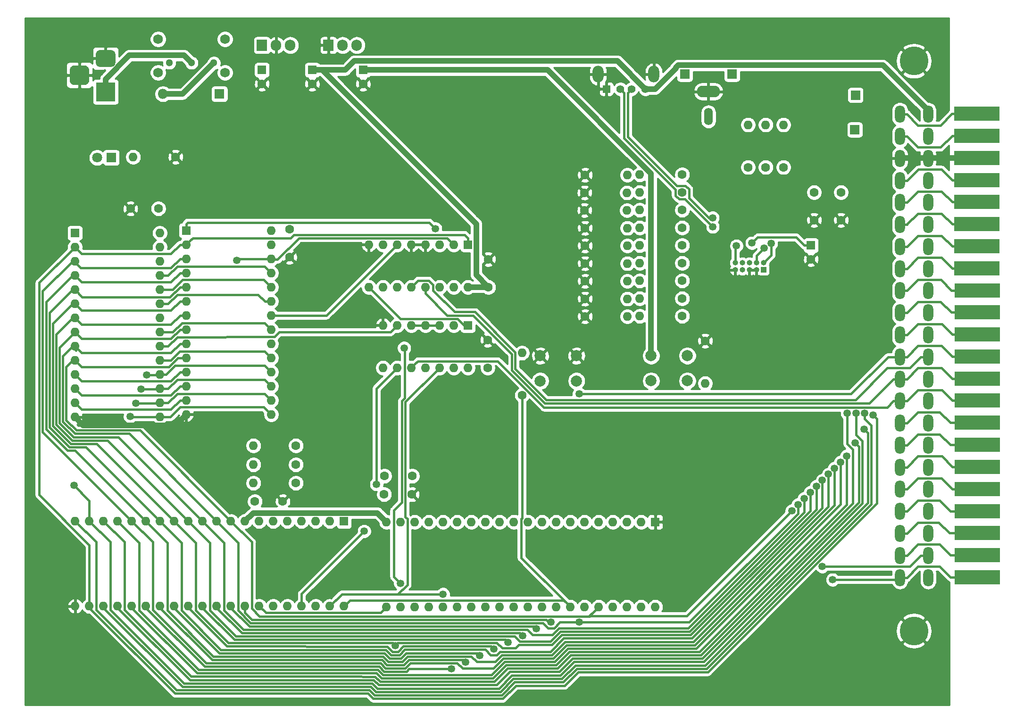
<source format=gbr>
%TF.GenerationSoftware,KiCad,Pcbnew,(5.1.5-0-10_14)*%
%TF.CreationDate,2020-10-14T14:06:29-04:00*%
%TF.ProjectId,Apple1,4170706c-6531-42e6-9b69-6361645f7063,rev?*%
%TF.SameCoordinates,Original*%
%TF.FileFunction,Copper,L2,Bot*%
%TF.FilePolarity,Positive*%
%FSLAX46Y46*%
G04 Gerber Fmt 4.6, Leading zero omitted, Abs format (unit mm)*
G04 Created by KiCad (PCBNEW (5.1.5-0-10_14)) date 2020-10-14 14:06:29*
%MOMM*%
%LPD*%
G04 APERTURE LIST*
%ADD10C,0.100000*%
%ADD11R,3.500000X3.500000*%
%ADD12O,4.200000X2.100000*%
%ADD13O,1.550000X3.100000*%
%ADD14R,1.800000X1.700000*%
%ADD15R,8.130000X2.560000*%
%ADD16O,1.800000X3.150000*%
%ADD17C,5.175000*%
%ADD18C,1.300000*%
%ADD19C,1.750000*%
%ADD20C,1.408000*%
%ADD21R,1.408000X1.408000*%
%ADD22O,2.000000X3.000000*%
%ADD23R,1.000000X1.000000*%
%ADD24O,1.000000X1.000000*%
%ADD25R,1.600000X1.600000*%
%ADD26O,1.600000X1.600000*%
%ADD27C,1.600000*%
%ADD28R,1.800000X1.800000*%
%ADD29O,1.800000X1.800000*%
%ADD30C,1.800000*%
%ADD31R,1.700000X1.700000*%
%ADD32C,2.000000*%
%ADD33R,1.905000X2.000000*%
%ADD34O,1.905000X2.000000*%
%ADD35C,1.350000*%
%ADD36C,1.000000*%
%ADD37C,0.400000*%
%ADD38C,0.750000*%
%ADD39C,0.254000*%
G04 APERTURE END LIST*
%TA.AperFunction,ComponentPad*%
D10*
G36*
X43123765Y-26877213D02*
G01*
X43208704Y-26889813D01*
X43291999Y-26910677D01*
X43372848Y-26939605D01*
X43450472Y-26976319D01*
X43524124Y-27020464D01*
X43593094Y-27071616D01*
X43656718Y-27129282D01*
X43714384Y-27192906D01*
X43765536Y-27261876D01*
X43809681Y-27335528D01*
X43846395Y-27413152D01*
X43875323Y-27494001D01*
X43896187Y-27577296D01*
X43908787Y-27662235D01*
X43913000Y-27748000D01*
X43913000Y-29498000D01*
X43908787Y-29583765D01*
X43896187Y-29668704D01*
X43875323Y-29751999D01*
X43846395Y-29832848D01*
X43809681Y-29910472D01*
X43765536Y-29984124D01*
X43714384Y-30053094D01*
X43656718Y-30116718D01*
X43593094Y-30174384D01*
X43524124Y-30225536D01*
X43450472Y-30269681D01*
X43372848Y-30306395D01*
X43291999Y-30335323D01*
X43208704Y-30356187D01*
X43123765Y-30368787D01*
X43038000Y-30373000D01*
X41288000Y-30373000D01*
X41202235Y-30368787D01*
X41117296Y-30356187D01*
X41034001Y-30335323D01*
X40953152Y-30306395D01*
X40875528Y-30269681D01*
X40801876Y-30225536D01*
X40732906Y-30174384D01*
X40669282Y-30116718D01*
X40611616Y-30053094D01*
X40560464Y-29984124D01*
X40516319Y-29910472D01*
X40479605Y-29832848D01*
X40450677Y-29751999D01*
X40429813Y-29668704D01*
X40417213Y-29583765D01*
X40413000Y-29498000D01*
X40413000Y-27748000D01*
X40417213Y-27662235D01*
X40429813Y-27577296D01*
X40450677Y-27494001D01*
X40479605Y-27413152D01*
X40516319Y-27335528D01*
X40560464Y-27261876D01*
X40611616Y-27192906D01*
X40669282Y-27129282D01*
X40732906Y-27071616D01*
X40801876Y-27020464D01*
X40875528Y-26976319D01*
X40953152Y-26939605D01*
X41034001Y-26910677D01*
X41117296Y-26889813D01*
X41202235Y-26877213D01*
X41288000Y-26873000D01*
X43038000Y-26873000D01*
X43123765Y-26877213D01*
G37*
%TD.AperFunction*%
%TA.AperFunction,ComponentPad*%
G36*
X47936513Y-24126611D02*
G01*
X48009318Y-24137411D01*
X48080714Y-24155295D01*
X48150013Y-24180090D01*
X48216548Y-24211559D01*
X48279678Y-24249398D01*
X48338795Y-24293242D01*
X48393330Y-24342670D01*
X48442758Y-24397205D01*
X48486602Y-24456322D01*
X48524441Y-24519452D01*
X48555910Y-24585987D01*
X48580705Y-24655286D01*
X48598589Y-24726682D01*
X48609389Y-24799487D01*
X48613000Y-24873000D01*
X48613000Y-26373000D01*
X48609389Y-26446513D01*
X48598589Y-26519318D01*
X48580705Y-26590714D01*
X48555910Y-26660013D01*
X48524441Y-26726548D01*
X48486602Y-26789678D01*
X48442758Y-26848795D01*
X48393330Y-26903330D01*
X48338795Y-26952758D01*
X48279678Y-26996602D01*
X48216548Y-27034441D01*
X48150013Y-27065910D01*
X48080714Y-27090705D01*
X48009318Y-27108589D01*
X47936513Y-27119389D01*
X47863000Y-27123000D01*
X45863000Y-27123000D01*
X45789487Y-27119389D01*
X45716682Y-27108589D01*
X45645286Y-27090705D01*
X45575987Y-27065910D01*
X45509452Y-27034441D01*
X45446322Y-26996602D01*
X45387205Y-26952758D01*
X45332670Y-26903330D01*
X45283242Y-26848795D01*
X45239398Y-26789678D01*
X45201559Y-26726548D01*
X45170090Y-26660013D01*
X45145295Y-26590714D01*
X45127411Y-26519318D01*
X45116611Y-26446513D01*
X45113000Y-26373000D01*
X45113000Y-24873000D01*
X45116611Y-24799487D01*
X45127411Y-24726682D01*
X45145295Y-24655286D01*
X45170090Y-24585987D01*
X45201559Y-24519452D01*
X45239398Y-24456322D01*
X45283242Y-24397205D01*
X45332670Y-24342670D01*
X45387205Y-24293242D01*
X45446322Y-24249398D01*
X45509452Y-24211559D01*
X45575987Y-24180090D01*
X45645286Y-24155295D01*
X45716682Y-24137411D01*
X45789487Y-24126611D01*
X45863000Y-24123000D01*
X47863000Y-24123000D01*
X47936513Y-24126611D01*
G37*
%TD.AperFunction*%
D11*
X46863000Y-31623000D03*
D12*
X155067000Y-31568000D03*
D13*
X155067000Y-36068000D03*
D14*
X150815040Y-28418900D03*
X159321500Y-28418900D03*
D15*
X203327000Y-118770400D03*
X203327000Y-114808000D03*
X203327000Y-106883200D03*
X203327000Y-110820200D03*
X203327000Y-98933000D03*
X203327000Y-94996000D03*
X203327000Y-102920800D03*
X203327000Y-91033600D03*
X203301600Y-83108800D03*
X203301600Y-87045800D03*
X203301600Y-67259200D03*
X203276200Y-59334400D03*
X203276200Y-63271400D03*
X203301600Y-75158600D03*
X203301600Y-71221600D03*
X203276200Y-51384200D03*
X203276200Y-47447200D03*
X203276200Y-55372000D03*
X203301600Y-79146400D03*
X203276200Y-43484800D03*
X203250800Y-35560000D03*
X203276200Y-39497000D03*
D16*
X194500500Y-118808500D03*
X189420500Y-118808500D03*
X194500500Y-114848500D03*
X189420500Y-114848500D03*
X194500500Y-110888500D03*
X189420500Y-110888500D03*
X194500500Y-106928500D03*
X189420500Y-106928500D03*
X194500500Y-102968500D03*
X189420500Y-102968500D03*
X194500500Y-99008500D03*
X189420500Y-99008500D03*
X194500500Y-95048500D03*
X189420500Y-95048500D03*
X194500500Y-91088500D03*
X189420500Y-91088500D03*
X194500500Y-87128500D03*
X189420500Y-87128500D03*
X194500500Y-83168500D03*
X189420500Y-83168500D03*
X194500500Y-79208500D03*
X189420500Y-79208500D03*
X194500500Y-75248500D03*
X189420500Y-75248500D03*
X194500500Y-71288500D03*
X189420500Y-71288500D03*
X194500500Y-67328500D03*
X189420500Y-67328500D03*
X194500500Y-63368500D03*
X189420500Y-63368500D03*
X194500500Y-59408500D03*
X189420500Y-59408500D03*
X194500500Y-55448500D03*
X189420500Y-55448500D03*
X194500500Y-51488500D03*
X189420500Y-51488500D03*
X194500500Y-47528500D03*
X189420500Y-47528500D03*
X194500500Y-43568500D03*
X189420500Y-43568500D03*
X194500500Y-39608500D03*
X189420500Y-39608500D03*
X194500500Y-35648500D03*
X189420500Y-35648500D03*
D17*
X191960500Y-128383500D03*
X191960500Y-26073500D03*
D18*
X66294000Y-26416000D03*
X62294000Y-26416000D03*
X58294000Y-26416000D03*
D19*
X68294000Y-22166000D03*
X68294000Y-28166000D03*
X56294000Y-28166000D03*
X56294000Y-22166000D03*
D20*
X143764000Y-31115000D03*
X141264000Y-31115000D03*
X139264000Y-31115000D03*
D21*
X136764000Y-31115000D03*
D22*
X145264000Y-28445000D03*
X135264000Y-28445000D03*
D23*
X164973000Y-63563500D03*
D24*
X164973000Y-62293500D03*
X163703000Y-63563500D03*
X163703000Y-62293500D03*
X162433000Y-63563500D03*
X162433000Y-62293500D03*
X161163000Y-63563500D03*
X161163000Y-62293500D03*
X159893000Y-63563500D03*
X159893000Y-62293500D03*
D25*
X111887000Y-59055000D03*
D26*
X94107000Y-66675000D03*
X109347000Y-59055000D03*
X96647000Y-66675000D03*
X106807000Y-59055000D03*
X99187000Y-66675000D03*
X104267000Y-59055000D03*
X101727000Y-66675000D03*
X101727000Y-59055000D03*
X104267000Y-66675000D03*
X99187000Y-59055000D03*
X106807000Y-66675000D03*
X96647000Y-59055000D03*
X109347000Y-66675000D03*
X94107000Y-59055000D03*
X111887000Y-66675000D03*
X89662000Y-123952000D03*
X41402000Y-108712000D03*
X87122000Y-123952000D03*
X43942000Y-108712000D03*
X84582000Y-123952000D03*
X46482000Y-108712000D03*
X82042000Y-123952000D03*
X49022000Y-108712000D03*
X79502000Y-123952000D03*
X51562000Y-108712000D03*
X76962000Y-123952000D03*
X54102000Y-108712000D03*
X74422000Y-123952000D03*
X56642000Y-108712000D03*
X71882000Y-123952000D03*
X59182000Y-108712000D03*
X69342000Y-123952000D03*
X61722000Y-108712000D03*
X66802000Y-123952000D03*
X64262000Y-108712000D03*
X64262000Y-123952000D03*
X66802000Y-108712000D03*
X61722000Y-123952000D03*
X69342000Y-108712000D03*
X59182000Y-123952000D03*
X71882000Y-108712000D03*
X56642000Y-123952000D03*
X74422000Y-108712000D03*
X54102000Y-123952000D03*
X76962000Y-108712000D03*
X51562000Y-123952000D03*
X79502000Y-108712000D03*
X49022000Y-123952000D03*
X82042000Y-108712000D03*
X46482000Y-123952000D03*
X84582000Y-108712000D03*
X43942000Y-123952000D03*
X87122000Y-108712000D03*
X41402000Y-123952000D03*
D25*
X89662000Y-108712000D03*
X61341000Y-56515000D03*
D26*
X76581000Y-89535000D03*
X61341000Y-59055000D03*
X76581000Y-86995000D03*
X61341000Y-61595000D03*
X76581000Y-84455000D03*
X61341000Y-64135000D03*
X76581000Y-81915000D03*
X61341000Y-66675000D03*
X76581000Y-79375000D03*
X61341000Y-69215000D03*
X76581000Y-76835000D03*
X61341000Y-71755000D03*
X76581000Y-74295000D03*
X61341000Y-74295000D03*
X76581000Y-71755000D03*
X61341000Y-76835000D03*
X76581000Y-69215000D03*
X61341000Y-79375000D03*
X76581000Y-66675000D03*
X61341000Y-81915000D03*
X76581000Y-64135000D03*
X61341000Y-84455000D03*
X76581000Y-61595000D03*
X61341000Y-86995000D03*
X76581000Y-59055000D03*
X61341000Y-89535000D03*
X76581000Y-56515000D03*
X142748000Y-49657000D03*
D27*
X150368000Y-49657000D03*
X56324500Y-52578000D03*
X51324500Y-52578000D03*
X96901000Y-100584000D03*
X101901000Y-100584000D03*
X73660000Y-105156000D03*
X78660000Y-105156000D03*
X101854000Y-103886000D03*
X96854000Y-103886000D03*
X79883000Y-61261000D03*
X79883000Y-56261000D03*
X115570000Y-66675000D03*
X115570000Y-61675000D03*
X115443000Y-81153000D03*
X115443000Y-76153000D03*
X174053500Y-54657000D03*
X174053500Y-49657000D03*
X178879500Y-49657000D03*
X178879500Y-54657000D03*
D25*
X83947000Y-27686000D03*
D27*
X83947000Y-30186000D03*
D25*
X74930000Y-27686000D03*
D27*
X74930000Y-30186000D03*
X93091000Y-30186000D03*
D25*
X93091000Y-27686000D03*
D28*
X67310000Y-32004000D03*
D29*
X57150000Y-32004000D03*
D28*
X47879000Y-43434000D03*
D30*
X45339000Y-43434000D03*
D31*
X181356000Y-38417500D03*
X181483000Y-32194500D03*
D26*
X73406000Y-95123000D03*
D27*
X81026000Y-95123000D03*
D26*
X73406000Y-98552000D03*
D27*
X81026000Y-98552000D03*
X81026000Y-101854000D03*
D26*
X73406000Y-101854000D03*
D27*
X121602500Y-86106000D03*
D26*
X121602500Y-78486000D03*
D27*
X154495500Y-76327000D03*
D26*
X154495500Y-83947000D03*
D27*
X150368000Y-46482000D03*
D26*
X142748000Y-46482000D03*
D27*
X150368000Y-52832000D03*
D26*
X142748000Y-52832000D03*
X142748000Y-56007000D03*
D27*
X150368000Y-56007000D03*
X150368000Y-59182000D03*
D26*
X142748000Y-59182000D03*
X142748000Y-62357000D03*
D27*
X150368000Y-62357000D03*
X150368000Y-65532000D03*
D26*
X142748000Y-65532000D03*
X142748000Y-68707000D03*
D27*
X150368000Y-68707000D03*
X150368000Y-71882000D03*
D26*
X142748000Y-71882000D03*
D32*
X124881500Y-83502500D03*
X124881500Y-79002500D03*
X131381500Y-83502500D03*
X131381500Y-79002500D03*
X144780000Y-83494000D03*
X144780000Y-78994000D03*
X151280000Y-83494000D03*
X151280000Y-78994000D03*
D25*
X145542000Y-108839000D03*
D26*
X97282000Y-124079000D03*
X143002000Y-108839000D03*
X99822000Y-124079000D03*
X140462000Y-108839000D03*
X102362000Y-124079000D03*
X137922000Y-108839000D03*
X104902000Y-124079000D03*
X135382000Y-108839000D03*
X107442000Y-124079000D03*
X132842000Y-108839000D03*
X109982000Y-124079000D03*
X130302000Y-108839000D03*
X112522000Y-124079000D03*
X127762000Y-108839000D03*
X115062000Y-124079000D03*
X125222000Y-108839000D03*
X117602000Y-124079000D03*
X122682000Y-108839000D03*
X120142000Y-124079000D03*
X120142000Y-108839000D03*
X122682000Y-124079000D03*
X117602000Y-108839000D03*
X125222000Y-124079000D03*
X115062000Y-108839000D03*
X127762000Y-124079000D03*
X112522000Y-108839000D03*
X130302000Y-124079000D03*
X109982000Y-108839000D03*
X132842000Y-124079000D03*
X107442000Y-108839000D03*
X135382000Y-124079000D03*
X104902000Y-108839000D03*
X137922000Y-124079000D03*
X102362000Y-108839000D03*
X140462000Y-124079000D03*
X99822000Y-108839000D03*
X143002000Y-124079000D03*
X97282000Y-108839000D03*
X145542000Y-124079000D03*
D25*
X111887000Y-73533000D03*
D26*
X96647000Y-81153000D03*
X109347000Y-73533000D03*
X99187000Y-81153000D03*
X106807000Y-73533000D03*
X101727000Y-81153000D03*
X104267000Y-73533000D03*
X104267000Y-81153000D03*
X101727000Y-73533000D03*
X106807000Y-81153000D03*
X99187000Y-73533000D03*
X109347000Y-81153000D03*
X96647000Y-73533000D03*
X111887000Y-81153000D03*
D27*
X59436000Y-43307000D03*
D26*
X51816000Y-43307000D03*
X140457501Y-49720500D03*
D27*
X132837501Y-49720500D03*
X132837501Y-52882501D03*
D26*
X140457501Y-52882501D03*
X140525500Y-56070500D03*
D27*
X132905500Y-56070500D03*
X132905500Y-59245500D03*
D26*
X140525500Y-59245500D03*
X140525500Y-62420500D03*
D27*
X132905500Y-62420500D03*
X132905500Y-65595500D03*
D26*
X140525500Y-65595500D03*
X140525500Y-68770500D03*
D27*
X132905500Y-68770500D03*
X132905500Y-71945500D03*
D26*
X140525500Y-71945500D03*
D27*
X132905500Y-46545500D03*
D26*
X140525500Y-46545500D03*
D27*
X168529000Y-45148500D03*
D26*
X168529000Y-37528500D03*
X165354000Y-37528500D03*
D27*
X165354000Y-45148500D03*
X162179000Y-45148500D03*
D26*
X162179000Y-37528500D03*
D25*
X173482000Y-59182000D03*
D27*
X173482000Y-61682000D03*
D33*
X86868000Y-23241000D03*
D34*
X89408000Y-23241000D03*
X91948000Y-23241000D03*
X80010000Y-23241000D03*
X77470000Y-23241000D03*
D33*
X74930000Y-23241000D03*
D25*
X41338500Y-56959500D03*
D26*
X56578500Y-89979500D03*
X41338500Y-59499500D03*
X56578500Y-87439500D03*
X41338500Y-62039500D03*
X56578500Y-84899500D03*
X41338500Y-64579500D03*
X56578500Y-82359500D03*
X41338500Y-67119500D03*
X56578500Y-79819500D03*
X41338500Y-69659500D03*
X56578500Y-77279500D03*
X41338500Y-72199500D03*
X56578500Y-74739500D03*
X41338500Y-74739500D03*
X56578500Y-72199500D03*
X41338500Y-77279500D03*
X56578500Y-69659500D03*
X41338500Y-79819500D03*
X56578500Y-67119500D03*
X41338500Y-82359500D03*
X56578500Y-64579500D03*
X41338500Y-84899500D03*
X56578500Y-62039500D03*
X41338500Y-87439500D03*
X56578500Y-59499500D03*
X41338500Y-89979500D03*
X56578500Y-56959500D03*
D35*
X35052000Y-139700000D03*
X110871000Y-116205000D03*
X93345000Y-116205000D03*
X97155000Y-116205000D03*
X149352000Y-116141500D03*
X128778000Y-105283000D03*
X168021000Y-91313000D03*
X173609000Y-82931000D03*
X75184000Y-116205000D03*
X110871000Y-92202000D03*
X162877500Y-58737500D03*
X155837076Y-54241500D03*
X155837076Y-55841500D03*
X166334992Y-58800999D03*
X165027501Y-59690000D03*
X160104890Y-59266890D03*
X107442000Y-121803999D03*
X177367640Y-119201640D03*
X175514000Y-116840000D03*
X108966000Y-135231060D03*
X54229000Y-82423000D03*
X111442500Y-134031040D03*
X53255749Y-84963000D03*
X113982500Y-132831020D03*
X52324000Y-87503000D03*
X116522500Y-131631000D03*
X51255749Y-89916000D03*
X119126000Y-130427071D03*
X121714232Y-129227051D03*
X124206000Y-128027031D03*
X126809500Y-126827011D03*
X95479000Y-102067499D03*
X131842608Y-85827990D03*
X93281500Y-110490000D03*
X179903509Y-96972509D03*
X181384238Y-94643238D03*
X106045000Y-56179989D03*
X70413164Y-61859999D03*
X182991967Y-92186967D03*
X184603083Y-89678111D03*
X183090407Y-89340000D03*
X41168275Y-102255275D03*
X181540408Y-89337228D03*
X179990409Y-89334293D03*
X178807492Y-98068526D03*
X177711475Y-99164543D03*
X176615459Y-100260559D03*
X175519442Y-101356576D03*
X98869500Y-131027081D03*
X174423425Y-102452592D03*
X173327409Y-103548609D03*
X172220009Y-104656009D03*
X131889500Y-126827011D03*
X171123992Y-105752026D03*
X170027976Y-106848042D03*
X99760360Y-119826360D03*
X100457000Y-77597000D03*
D36*
X73382001Y-107211999D02*
X71882000Y-108712000D01*
X95654999Y-107211999D02*
X73382001Y-107211999D01*
X97282000Y-108839000D02*
X95654999Y-107211999D01*
X138735999Y-26086999D02*
X143764000Y-31115000D01*
X91486503Y-26086999D02*
X138735999Y-26086999D01*
X89887502Y-27686000D02*
X91486503Y-26086999D01*
X83947000Y-27686000D02*
X89887502Y-27686000D01*
X149616692Y-26842990D02*
X186369990Y-26842990D01*
X194500500Y-34973500D02*
X194500500Y-35648500D01*
X149191990Y-27267692D02*
X149616692Y-26842990D01*
X149191990Y-27421187D02*
X149191990Y-27267692D01*
X145498177Y-31115000D02*
X149191990Y-27421187D01*
X186369990Y-26842990D02*
X194500500Y-34973500D01*
X143764000Y-31115000D02*
X145498177Y-31115000D01*
X111887000Y-66675000D02*
X115570000Y-66675000D01*
X85747000Y-27686000D02*
X83947000Y-27686000D01*
X113387001Y-55326001D02*
X85747000Y-27686000D01*
X113387001Y-64492001D02*
X113387001Y-55326001D01*
X115570000Y-66675000D02*
X113387001Y-64492001D01*
X189504200Y-43484800D02*
X189420500Y-43568500D01*
X203276200Y-43484800D02*
X189504200Y-43484800D01*
X42838501Y-91479501D02*
X41338500Y-89979500D01*
X59396499Y-91479501D02*
X42838501Y-91479501D01*
X61341000Y-89535000D02*
X59396499Y-91479501D01*
X126172002Y-27686000D02*
X93091000Y-27686000D01*
X144780000Y-46293998D02*
X126172002Y-27686000D01*
X144780000Y-78994000D02*
X144780000Y-46293998D01*
D37*
X189420500Y-39608500D02*
X190720500Y-39608500D01*
X192695510Y-41583510D02*
X190720500Y-39608500D01*
X196724690Y-41583510D02*
X192695510Y-41583510D01*
X198811200Y-39497000D02*
X196724690Y-41583510D01*
X203276200Y-39497000D02*
X198811200Y-39497000D01*
X162877500Y-58737500D02*
X163889001Y-57725999D01*
X163889002Y-57725998D02*
X162877500Y-58737500D01*
X170825998Y-57725998D02*
X163889002Y-57725998D01*
X172282000Y-59182000D02*
X170825998Y-57725998D01*
X173482000Y-59182000D02*
X172282000Y-59182000D01*
D36*
X60706000Y-32004000D02*
X66294000Y-26416000D01*
X57150000Y-32004000D02*
X60706000Y-32004000D01*
D37*
X155156315Y-54241500D02*
X155837076Y-54241500D01*
X151568001Y-50653186D02*
X155156315Y-54241500D01*
X141264000Y-31115000D02*
X140589000Y-31790000D01*
X150944001Y-48456999D02*
X151568001Y-49080999D01*
X149371814Y-48456999D02*
X150944001Y-48456999D01*
X140589000Y-39674185D02*
X149371814Y-48456999D01*
X140589000Y-31790000D02*
X140589000Y-39674185D01*
X151568001Y-49080999D02*
X151568001Y-50653186D01*
X139939000Y-31790000D02*
X139939000Y-39943424D01*
X150852577Y-50857001D02*
X155837076Y-55841500D01*
X149791999Y-50857001D02*
X150852577Y-50857001D01*
X149167999Y-50233001D02*
X149791999Y-50857001D01*
X139939000Y-39943424D02*
X149167999Y-49172423D01*
X149167999Y-49172423D02*
X149167999Y-50233001D01*
X139264000Y-31115000D02*
X139939000Y-31790000D01*
D36*
X60943999Y-25065999D02*
X62294000Y-26416000D01*
X46863000Y-29323000D02*
X51120001Y-25065999D01*
X51120001Y-25065999D02*
X60943999Y-25065999D01*
X46863000Y-31623000D02*
X46863000Y-29323000D01*
D37*
X166334992Y-60931508D02*
X164973000Y-62293500D01*
X166334992Y-58800999D02*
X166334992Y-60931508D01*
X163703000Y-61014501D02*
X165027501Y-59690000D01*
X163703000Y-62293500D02*
X163703000Y-61014501D01*
X159893000Y-59478780D02*
X160104890Y-59266890D01*
X159893000Y-62293500D02*
X159893000Y-59478780D01*
X87122000Y-123952000D02*
X89270001Y-121803999D01*
X196575090Y-116833490D02*
X198512000Y-118770400D01*
X192695510Y-116833490D02*
X196575090Y-116833490D01*
X190720500Y-118808500D02*
X192695510Y-116833490D01*
X189420500Y-118808500D02*
X190720500Y-118808500D01*
X203327000Y-118770400D02*
X198512000Y-118770400D01*
X189027360Y-119201640D02*
X189420500Y-118808500D01*
X177367640Y-119201640D02*
X189027360Y-119201640D01*
X103367001Y-121803999D02*
X105041998Y-121803999D01*
X103367001Y-121803999D02*
X107442000Y-121803999D01*
X89270001Y-121803999D02*
X98795001Y-121803999D01*
X98795001Y-121803999D02*
X103367001Y-121803999D01*
X98795001Y-121803999D02*
X100319001Y-121803999D01*
X101022001Y-108262999D02*
X101022001Y-120084999D01*
X100653999Y-107894997D02*
X101022001Y-108262999D01*
X100653999Y-87306001D02*
X100653999Y-107894997D01*
X106807000Y-81153000D02*
X100653999Y-87306001D01*
X99303001Y-121803999D02*
X101022001Y-120084999D01*
X98795001Y-121803999D02*
X99303001Y-121803999D01*
X129101999Y-122878999D02*
X129502001Y-123279001D01*
X90735001Y-122878999D02*
X129101999Y-122878999D01*
X89662000Y-123952000D02*
X90735001Y-122878999D01*
X129502001Y-123279001D02*
X130302000Y-124079000D01*
X121481999Y-115258999D02*
X129502001Y-123279001D01*
X121481999Y-108262999D02*
X121481999Y-115258999D01*
X121602500Y-108142498D02*
X121481999Y-108262999D01*
X121602500Y-86106000D02*
X121602500Y-108142498D01*
X194500500Y-114848500D02*
X193350500Y-114848500D01*
X193200500Y-114848500D02*
X191215510Y-116833490D01*
X191215510Y-116833490D02*
X175520510Y-116833490D01*
X194500500Y-114848500D02*
X193200500Y-114848500D01*
X175520510Y-116833490D02*
X175514000Y-116840000D01*
X196577490Y-112873490D02*
X198512000Y-114808000D01*
X192695510Y-112873490D02*
X196577490Y-112873490D01*
X190720500Y-114848500D02*
X192695510Y-112873490D01*
X189420500Y-114848500D02*
X190720500Y-114848500D01*
X198512000Y-114808000D02*
X203327000Y-114808000D01*
X192695510Y-108913490D02*
X196416490Y-108913490D01*
X190720500Y-110888500D02*
X192695510Y-108913490D01*
X189420500Y-110888500D02*
X190720500Y-110888500D01*
X198323200Y-110820200D02*
X203327000Y-110820200D01*
X196416490Y-108913490D02*
X198323200Y-110820200D01*
X192695510Y-104953490D02*
X196582290Y-104953490D01*
X190720500Y-106928500D02*
X192695510Y-104953490D01*
X189420500Y-106928500D02*
X190720500Y-106928500D01*
X198512000Y-106883200D02*
X203327000Y-106883200D01*
X196582290Y-104953490D02*
X198512000Y-106883200D01*
X54102000Y-124240454D02*
X64627257Y-134765711D01*
X54102000Y-123952000D02*
X54102000Y-124240454D01*
X64627257Y-134765711D02*
X78609663Y-134765711D01*
X96862312Y-135702137D02*
X100876699Y-135702136D01*
X95949423Y-134789250D02*
X96862312Y-135702137D01*
X78609663Y-134765711D02*
X95949423Y-134789250D01*
X101347775Y-135231060D02*
X108966000Y-135231060D01*
X100876699Y-135702136D02*
X101347775Y-135231060D01*
D38*
X202387200Y-102920800D02*
X202311000Y-102997000D01*
X203327000Y-102920800D02*
X202387200Y-102920800D01*
D37*
X198862000Y-102920800D02*
X196924710Y-100983510D01*
X203327000Y-102920800D02*
X198862000Y-102920800D01*
X192705490Y-100983510D02*
X196924710Y-100983510D01*
X190720500Y-102968500D02*
X192705490Y-100983510D01*
X189420500Y-102968500D02*
X190720500Y-102968500D01*
X75380999Y-78174999D02*
X76581000Y-79375000D01*
X60197287Y-78174999D02*
X75380999Y-78174999D01*
X58552786Y-79819500D02*
X60197287Y-78174999D01*
X56578500Y-79819500D02*
X58552786Y-79819500D01*
X56419750Y-82423000D02*
X56419750Y-82327750D01*
X56419750Y-82327750D02*
X56197500Y-82550000D01*
X56419750Y-82423000D02*
X54229000Y-82423000D01*
X54229000Y-82423000D02*
X54203748Y-82423000D01*
X97359374Y-134502119D02*
X100379633Y-134502118D01*
X78611124Y-133565692D02*
X96447159Y-133589906D01*
X101325701Y-133556050D02*
X110967510Y-133556050D01*
X65967237Y-133565691D02*
X78611124Y-133565692D01*
X100379633Y-134502118D02*
X101325701Y-133556050D01*
X56642000Y-124240454D02*
X65967237Y-133565691D01*
X96447159Y-133589906D02*
X97359374Y-134502119D01*
X110967510Y-133556050D02*
X111442500Y-134031040D01*
X56642000Y-123952000D02*
X56642000Y-124240454D01*
X75380999Y-80714999D02*
X76581000Y-81915000D01*
X59354371Y-80714999D02*
X75380999Y-80714999D01*
X57709870Y-82359500D02*
X59354371Y-80714999D01*
X56578500Y-82359500D02*
X57709870Y-82359500D01*
X56405749Y-84977001D02*
X56419750Y-84963000D01*
X56356250Y-85026500D02*
X56419750Y-84963000D01*
X56419750Y-84963000D02*
X53255749Y-84963000D01*
X100828637Y-132356030D02*
X113507510Y-132356030D01*
X99882567Y-133302100D02*
X100828637Y-132356030D01*
X97856436Y-133302101D02*
X99882567Y-133302100D01*
X96944895Y-132390562D02*
X97856436Y-133302101D01*
X113507510Y-132356030D02*
X113982500Y-132831020D01*
X78611893Y-132365671D02*
X96944895Y-132390562D01*
X59182000Y-124240454D02*
X67307217Y-132365671D01*
X67307217Y-132365671D02*
X78611893Y-132365671D01*
X59182000Y-123952000D02*
X59182000Y-124240454D01*
X198862000Y-98933000D02*
X196957000Y-97028000D01*
X203327000Y-98933000D02*
X198862000Y-98933000D01*
X190720500Y-99008500D02*
X192701000Y-97028000D01*
X189420500Y-99008500D02*
X190720500Y-99008500D01*
X192701000Y-97028000D02*
X196957000Y-97028000D01*
X75380999Y-83254999D02*
X76581000Y-84455000D01*
X59718173Y-83254999D02*
X75380999Y-83254999D01*
X58073672Y-84899500D02*
X59718173Y-83254999D01*
X56578500Y-84899500D02*
X58073672Y-84899500D01*
X56419750Y-87503000D02*
X52324000Y-87503000D01*
X52324000Y-87503000D02*
X52241749Y-87503000D01*
X62461990Y-124980444D02*
X68633647Y-131152101D01*
X99385501Y-132102082D02*
X100331573Y-131156010D01*
X98353499Y-132102082D02*
X99385501Y-132102082D01*
X116047510Y-131156010D02*
X116522500Y-131631000D01*
X100331573Y-131156010D02*
X116047510Y-131156010D01*
X97442417Y-131191000D02*
X97282000Y-131191000D01*
X98353499Y-132102082D02*
X97442417Y-131191000D01*
X68633647Y-131152101D02*
X97282000Y-131191000D01*
X61722000Y-124206000D02*
X62357000Y-124841000D01*
X61722000Y-123952000D02*
X61722000Y-124206000D01*
X62461990Y-124980444D02*
X62357000Y-124841000D01*
X75380999Y-85794999D02*
X76581000Y-86995000D01*
X59718173Y-85794999D02*
X75380999Y-85794999D01*
X58073672Y-87439500D02*
X59718173Y-85794999D01*
X56578500Y-87439500D02*
X58073672Y-87439500D01*
X64262000Y-124240454D02*
X69973627Y-129952081D01*
X64262000Y-123952000D02*
X64262000Y-124240454D01*
X118651010Y-129952081D02*
X119126000Y-130427071D01*
X69973627Y-129952081D02*
X118651010Y-129952081D01*
X192695510Y-93073490D02*
X196589490Y-93073490D01*
X190720500Y-95048500D02*
X192695510Y-93073490D01*
X189420500Y-95048500D02*
X190720500Y-95048500D01*
X198512000Y-94996000D02*
X203327000Y-94996000D01*
X196589490Y-93073490D02*
X198512000Y-94996000D01*
X51255749Y-89916000D02*
X51382749Y-90043000D01*
X60276823Y-88195001D02*
X75241001Y-88195001D01*
X58492324Y-89979500D02*
X60276823Y-88195001D01*
X75241001Y-88195001D02*
X76581000Y-89535000D01*
X56578500Y-89979500D02*
X58492324Y-89979500D01*
X51319249Y-89979500D02*
X51255749Y-89916000D01*
X56578500Y-89979500D02*
X51319249Y-89979500D01*
X66802000Y-123952000D02*
X66929000Y-123952000D01*
X121239242Y-128752061D02*
X121714232Y-129227051D01*
X66802000Y-124240454D02*
X71313607Y-128752061D01*
X71313607Y-128752061D02*
X121239242Y-128752061D01*
X66802000Y-123952000D02*
X66802000Y-124240454D01*
X42538501Y-88639501D02*
X41338500Y-87439500D01*
X58565129Y-88639501D02*
X42538501Y-88639501D01*
X60209630Y-86995000D02*
X58565129Y-88639501D01*
X61341000Y-86995000D02*
X60209630Y-86995000D01*
X40862250Y-84963000D02*
X40989250Y-85090000D01*
X69342000Y-124240454D02*
X72653587Y-127552041D01*
X69342000Y-123952000D02*
X69342000Y-124240454D01*
X123731010Y-127552041D02*
X124206000Y-128027031D01*
X72653587Y-127552041D02*
X123731010Y-127552041D01*
X192695510Y-89113490D02*
X196591890Y-89113490D01*
X190720500Y-91088500D02*
X192695510Y-89113490D01*
X189420500Y-91088500D02*
X190720500Y-91088500D01*
X198512000Y-91033600D02*
X203327000Y-91033600D01*
X196591890Y-89113490D02*
X198512000Y-91033600D01*
X42538501Y-86099501D02*
X41338500Y-84899500D01*
X58565129Y-86099501D02*
X42538501Y-86099501D01*
X60209630Y-84455000D02*
X58565129Y-86099501D01*
X61341000Y-84455000D02*
X60209630Y-84455000D01*
X126446011Y-126827011D02*
X126809500Y-126827011D01*
X125971021Y-126352021D02*
X126446011Y-126827011D01*
X73150651Y-126352021D02*
X125971021Y-126352021D01*
X71882000Y-125083370D02*
X73150651Y-126352021D01*
X71882000Y-123952000D02*
X71882000Y-125083370D01*
X42538501Y-83559501D02*
X41338500Y-82359500D01*
X58565129Y-83559501D02*
X42538501Y-83559501D01*
X60209630Y-81915000D02*
X58565129Y-83559501D01*
X61341000Y-81915000D02*
X60209630Y-81915000D01*
X75622001Y-125152001D02*
X74422000Y-123952000D01*
X96208999Y-125152001D02*
X75622001Y-125152001D01*
X97282000Y-124079000D02*
X96208999Y-125152001D01*
X189420500Y-87128500D02*
X190720500Y-87128500D01*
X192695510Y-85153490D02*
X190720500Y-87128500D01*
X198836600Y-87045800D02*
X196944290Y-85153490D01*
X196944290Y-85153490D02*
X192695510Y-85153490D01*
X203301600Y-87045800D02*
X198836600Y-87045800D01*
X95479000Y-102067499D02*
X95479000Y-99339000D01*
X95479000Y-84861000D02*
X95479000Y-102067499D01*
X99187000Y-81153000D02*
X95479000Y-84861000D01*
X117225501Y-79952999D02*
X102927001Y-79952999D01*
X102927001Y-79952999D02*
X102526999Y-80353001D01*
X189420500Y-87128500D02*
X188270500Y-87128500D01*
X182059182Y-88265000D02*
X182053474Y-88259292D01*
X182053474Y-88259292D02*
X125531794Y-88259292D01*
X125531794Y-88259292D02*
X117225501Y-79952999D01*
X187134000Y-88265000D02*
X182059182Y-88265000D01*
X102526999Y-80353001D02*
X101727000Y-81153000D01*
X188270500Y-87128500D02*
X187134000Y-88265000D01*
X189420500Y-83168500D02*
X190720500Y-83168500D01*
X192695510Y-81193490D02*
X190720500Y-83168500D01*
X198836600Y-83108800D02*
X196921290Y-81193490D01*
X196921290Y-81193490D02*
X192695510Y-81193490D01*
X203301600Y-83108800D02*
X198836600Y-83108800D01*
X183936001Y-87502999D02*
X188270500Y-83168500D01*
X125700477Y-87502999D02*
X183936001Y-87502999D01*
X119802489Y-81605011D02*
X125700477Y-87502999D01*
X188270500Y-83168500D02*
X189420500Y-83168500D01*
X119802489Y-78736487D02*
X119802489Y-81605011D01*
X119802489Y-78736487D02*
X112798991Y-71732989D01*
X104267000Y-67806370D02*
X104267000Y-66675000D01*
X108193619Y-71732989D02*
X104267000Y-67806370D01*
X112798991Y-71732989D02*
X108193619Y-71732989D01*
X193200500Y-79208500D02*
X194500500Y-79208500D01*
X187167490Y-81183510D02*
X191225490Y-81183510D01*
X120402499Y-81356479D02*
X125949010Y-86902990D01*
X181448010Y-86902990D02*
X187167490Y-81183510D01*
X125949010Y-86902990D02*
X181448010Y-86902990D01*
X102927001Y-65474999D02*
X104843001Y-65474999D01*
X120402499Y-78354499D02*
X120402499Y-81356479D01*
X109488977Y-71132979D02*
X113180979Y-71132979D01*
X191225490Y-81183510D02*
X193200500Y-79208500D01*
X105606999Y-67251001D02*
X109488977Y-71132979D01*
X113180979Y-71132979D02*
X120402499Y-78354499D01*
X105606999Y-66238997D02*
X105606999Y-67251001D01*
X104843001Y-65474999D02*
X105606999Y-66238997D01*
X101727000Y-66675000D02*
X102927001Y-65474999D01*
X189420500Y-79208500D02*
X188270500Y-79208500D01*
X180684030Y-85827990D02*
X131842608Y-85827990D01*
X187299180Y-79208500D02*
X189420500Y-79208500D01*
X180684030Y-85823650D02*
X187299180Y-79208500D01*
X180684030Y-85827990D02*
X180684030Y-85823650D01*
X189420500Y-79208500D02*
X190720500Y-79208500D01*
X192695510Y-77233490D02*
X190720500Y-79208500D01*
X196923690Y-77233490D02*
X192695510Y-77233490D01*
X198836600Y-79146400D02*
X196923690Y-77233490D01*
X203301600Y-79146400D02*
X198836600Y-79146400D01*
X82042000Y-121729500D02*
X93281500Y-110490000D01*
X82042000Y-123952000D02*
X82042000Y-121729500D01*
X51562000Y-124240454D02*
X51562000Y-123952000D01*
X179903509Y-105719491D02*
X153498943Y-132124057D01*
X96369164Y-136906070D02*
X95451687Y-135988594D01*
X63303556Y-135982010D02*
X51562000Y-124240454D01*
X90601117Y-135982010D02*
X63303556Y-135982010D01*
X116358624Y-136906070D02*
X96369164Y-136906070D01*
X118762576Y-134502118D02*
X116358624Y-136906070D01*
X127718050Y-134502118D02*
X118762576Y-134502118D01*
X130096110Y-132124058D02*
X127718050Y-134502118D01*
X153498943Y-132124057D02*
X130096110Y-132124058D01*
X95451687Y-135988594D02*
X90601117Y-135982010D01*
X179903509Y-96972509D02*
X179903509Y-105719491D01*
X86487000Y-71755000D02*
X99187000Y-59055000D01*
X76581000Y-71755000D02*
X86487000Y-71755000D01*
X190720500Y-75248500D02*
X189420500Y-75248500D01*
X192695510Y-73273490D02*
X190720500Y-75248500D01*
X196951490Y-73273490D02*
X192695510Y-73273490D01*
X198836600Y-75158600D02*
X196951490Y-73273490D01*
X203301600Y-75158600D02*
X198836600Y-75158600D01*
X182059237Y-95318237D02*
X181384238Y-94643238D01*
X153958832Y-133361252D02*
X182059237Y-105260847D01*
X119440864Y-135702136D02*
X128330864Y-135702136D01*
X61990348Y-137208802D02*
X94974813Y-137208802D01*
X128330864Y-135702136D02*
X130671748Y-133361252D01*
X117036911Y-138106089D02*
X119440864Y-135702136D01*
X130671748Y-133361252D02*
X153958832Y-133361252D01*
X49022000Y-123952000D02*
X49022000Y-124240454D01*
X95872100Y-138106088D02*
X117036911Y-138106089D01*
X49022000Y-124240454D02*
X61990348Y-137208802D01*
X182059237Y-105260847D02*
X182059237Y-95318237D01*
X94974813Y-137208802D02*
X95872100Y-138106088D01*
X104926010Y-55060999D02*
X106045000Y-56179989D01*
X61595001Y-55060999D02*
X104926010Y-55060999D01*
X61341000Y-55315000D02*
X61595001Y-55060999D01*
X61341000Y-56515000D02*
X61341000Y-55315000D01*
X70678163Y-61595000D02*
X70413164Y-61859999D01*
X76581000Y-61595000D02*
X70678163Y-61595000D01*
X46482000Y-124240454D02*
X46482000Y-123952000D01*
X94477751Y-138408822D02*
X60650368Y-138408822D01*
X95375037Y-139306107D02*
X94477751Y-138408822D01*
X103705648Y-139306106D02*
X95375037Y-139306107D01*
X103705651Y-139306109D02*
X103705648Y-139306106D01*
X117701434Y-139306108D02*
X103705651Y-139306109D01*
X128732075Y-136998009D02*
X120009532Y-136998010D01*
X131168812Y-134561272D02*
X128732075Y-136998009D01*
X120009532Y-136998010D02*
X117701434Y-139306108D01*
X60650368Y-138408822D02*
X46482000Y-124240454D01*
X154455896Y-134561272D02*
X183666966Y-105350202D01*
X183666966Y-92861966D02*
X182991967Y-92186967D01*
X183666966Y-105350202D02*
X183666966Y-92861966D01*
X131168812Y-134561272D02*
X154455896Y-134561272D01*
X76708000Y-61722000D02*
X76581000Y-61595000D01*
X81591001Y-57854999D02*
X77724000Y-61722000D01*
X77724000Y-61722000D02*
X76708000Y-61722000D01*
X108146999Y-57854999D02*
X81591001Y-57854999D01*
X109347000Y-59055000D02*
X108146999Y-57854999D01*
X43942000Y-124240454D02*
X43942000Y-123952000D01*
X93980691Y-139608842D02*
X59310388Y-139608842D01*
X94877975Y-140506125D02*
X93980691Y-139608842D01*
X102964128Y-140506124D02*
X94877975Y-140506125D01*
X118198500Y-140506126D02*
X102964131Y-140506127D01*
X102964131Y-140506127D02*
X102964128Y-140506124D01*
X120506598Y-138198028D02*
X118198500Y-140506126D01*
X129229141Y-138198027D02*
X120506598Y-138198028D01*
X131665876Y-135761292D02*
X129229141Y-138198027D01*
X59310388Y-139608842D02*
X43942000Y-124240454D01*
X190720500Y-71288500D02*
X192705490Y-69303510D01*
X192705490Y-69303510D02*
X196768510Y-69303510D01*
X189420500Y-71288500D02*
X190720500Y-71288500D01*
X198686600Y-71221600D02*
X203301600Y-71221600D01*
X196768510Y-69303510D02*
X198686600Y-71221600D01*
X42538501Y-60699501D02*
X41338500Y-59499500D01*
X58565129Y-60699501D02*
X42538501Y-60699501D01*
X60209630Y-59055000D02*
X58565129Y-60699501D01*
X61341000Y-59055000D02*
X60209630Y-59055000D01*
X43942000Y-123952000D02*
X43942000Y-112966500D01*
X34959990Y-65878010D02*
X41338500Y-59499500D01*
X34959990Y-103984490D02*
X34959990Y-65878010D01*
X43942000Y-112966500D02*
X34959990Y-103984490D01*
X131665876Y-135761292D02*
X154952961Y-135761291D01*
X185278082Y-90353110D02*
X184603083Y-89678111D01*
X185278082Y-105436170D02*
X185278082Y-90353110D01*
X154952961Y-135761291D02*
X185278082Y-105436170D01*
X80065003Y-57854999D02*
X62541001Y-57854999D01*
X62541001Y-57854999D02*
X62140999Y-58255001D01*
X80665013Y-57254989D02*
X80065003Y-57854999D01*
X62140999Y-58255001D02*
X61341000Y-59055000D01*
X111286989Y-57254989D02*
X80665013Y-57254989D01*
X111887000Y-57855000D02*
X111286989Y-57254989D01*
X111887000Y-59055000D02*
X111887000Y-57855000D01*
X128980608Y-137598018D02*
X131417344Y-135161282D01*
X117949967Y-139906117D02*
X120258066Y-137598018D01*
X120258066Y-137598018D02*
X128980608Y-137598018D01*
X95126506Y-139906116D02*
X103457115Y-139906115D01*
X103457115Y-139906115D02*
X103457118Y-139906118D01*
X59558920Y-139008832D02*
X94229221Y-139008832D01*
X94229221Y-139008832D02*
X95126506Y-139906116D01*
X103457118Y-139906118D02*
X117949967Y-139906117D01*
X45142001Y-124591913D02*
X59558920Y-139008832D01*
X45142001Y-112452001D02*
X45142001Y-124591913D01*
X41402000Y-108712000D02*
X45142001Y-112452001D01*
X58073672Y-69659500D02*
X56578500Y-69659500D01*
X59718173Y-68014999D02*
X58073672Y-69659500D01*
X74249629Y-68014999D02*
X59718173Y-68014999D01*
X75449630Y-69215000D02*
X74249629Y-68014999D01*
X76581000Y-69215000D02*
X75449630Y-69215000D01*
X184266976Y-91471163D02*
X183090407Y-90294594D01*
X183090407Y-90294594D02*
X183090407Y-89340000D01*
X184266976Y-105598734D02*
X184266976Y-91471163D01*
X154704428Y-135161282D02*
X184266976Y-105598734D01*
X131417344Y-135161282D02*
X154704428Y-135161282D01*
X43942000Y-108712000D02*
X43942000Y-105029000D01*
X43942000Y-105029000D02*
X41168275Y-102255275D01*
X119761000Y-136398000D02*
X128483542Y-136398000D01*
X47682001Y-112452001D02*
X47682001Y-124591913D01*
X104162099Y-138706099D02*
X117452901Y-138706099D01*
X104162097Y-138706097D02*
X104162099Y-138706099D01*
X95623568Y-138706098D02*
X104162097Y-138706097D01*
X117452901Y-138706099D02*
X119761000Y-136398000D01*
X94726283Y-137808812D02*
X95623568Y-138706098D01*
X128483542Y-136398000D02*
X130920280Y-133961262D01*
X47682001Y-124591913D02*
X60898900Y-137808812D01*
X60898900Y-137808812D02*
X94726283Y-137808812D01*
X43942000Y-108712000D02*
X47682001Y-112452001D01*
X192695510Y-65353490D02*
X196780890Y-65353490D01*
X190720500Y-67328500D02*
X192695510Y-65353490D01*
X189420500Y-67328500D02*
X190720500Y-67328500D01*
X198686600Y-67259200D02*
X203301600Y-67259200D01*
X196780890Y-65353490D02*
X198686600Y-67259200D01*
X60561089Y-73094999D02*
X75380999Y-73094999D01*
X75380999Y-73094999D02*
X76581000Y-74295000D01*
X58916588Y-74739500D02*
X60561089Y-73094999D01*
X56578500Y-74739500D02*
X58916588Y-74739500D01*
X181540408Y-93208406D02*
X181540408Y-89337228D01*
X182659247Y-94327245D02*
X181540408Y-93208406D01*
X182659247Y-105509379D02*
X182659247Y-94327245D01*
X154207365Y-133961261D02*
X182659247Y-105509379D01*
X130920280Y-133961262D02*
X154207365Y-133961261D01*
X75241001Y-65335001D02*
X76581000Y-66675000D01*
X60701087Y-65335001D02*
X75241001Y-65335001D01*
X58916588Y-67119500D02*
X60701087Y-65335001D01*
X56578500Y-67119500D02*
X58916588Y-67119500D01*
X179990409Y-94840411D02*
X179990409Y-89334293D01*
X180978510Y-105493032D02*
X180978510Y-95828512D01*
X130344644Y-132724066D02*
X153747476Y-132724066D01*
X127966583Y-135102127D02*
X130344644Y-132724066D01*
X180978510Y-95828512D02*
X179990409Y-94840411D01*
X119011108Y-135102128D02*
X127966583Y-135102127D01*
X96120632Y-137506080D02*
X116607157Y-137506079D01*
X95202820Y-136588267D02*
X96120632Y-137506080D01*
X50222001Y-124591913D02*
X62212108Y-136582020D01*
X50222001Y-112452001D02*
X50222001Y-124591913D01*
X116607157Y-137506079D02*
X119011108Y-135102128D01*
X90600808Y-136582020D02*
X95202820Y-136588267D01*
X153747476Y-132724066D02*
X180978510Y-105493032D01*
X62212108Y-136582020D02*
X90600808Y-136582020D01*
X46482000Y-108712000D02*
X50222001Y-112452001D01*
X127469517Y-133902109D02*
X129847578Y-131524048D01*
X116110091Y-136306061D02*
X118514042Y-133902110D01*
X118514042Y-133902110D02*
X127469517Y-133902109D01*
X63552088Y-135382000D02*
X90601448Y-135382000D01*
X96617696Y-136306061D02*
X116110091Y-136306061D01*
X95700555Y-135388922D02*
X96617696Y-136306061D01*
X90601448Y-135382000D02*
X95700555Y-135388922D01*
X49022000Y-108712000D02*
X52901999Y-112591999D01*
X52901999Y-124731911D02*
X63552088Y-135382000D01*
X52901999Y-112591999D02*
X52901999Y-124731911D01*
X129847578Y-131524048D02*
X152882766Y-131524048D01*
X203276200Y-63271400D02*
X198811200Y-63271400D01*
X192695510Y-61393490D02*
X196933290Y-61393490D01*
X196933290Y-61393490D02*
X198811200Y-63271400D01*
X190720500Y-63368500D02*
X192695510Y-61393490D01*
X189420500Y-63368500D02*
X190720500Y-63368500D01*
X58073672Y-64579500D02*
X56578500Y-64579500D01*
X75380999Y-62934999D02*
X59718173Y-62934999D01*
X59718173Y-62934999D02*
X58073672Y-64579500D01*
X76581000Y-64135000D02*
X75380999Y-62934999D01*
X178807492Y-105599322D02*
X152882766Y-131524048D01*
X178807492Y-98068526D02*
X178807492Y-105599322D01*
X127220984Y-133302100D02*
X129599044Y-130924040D01*
X118244442Y-133302100D02*
X127220984Y-133302100D01*
X51562000Y-108712000D02*
X55302001Y-112452001D01*
X97110843Y-135102128D02*
X100628166Y-135102127D01*
X110926499Y-135106041D02*
X116440501Y-135106041D01*
X109976518Y-134156060D02*
X110926499Y-135106041D01*
X129599044Y-130924040D02*
X152634233Y-130924039D01*
X101574233Y-134156060D02*
X109976518Y-134156060D01*
X64875789Y-134165701D02*
X78610022Y-134165701D01*
X100628166Y-135102127D02*
X101574233Y-134156060D01*
X116440501Y-135106041D02*
X118244442Y-133302100D01*
X96198291Y-134189578D02*
X97110843Y-135102128D01*
X78610022Y-134165701D02*
X96198291Y-134189578D01*
X55302001Y-112452001D02*
X55302001Y-124591913D01*
X55302001Y-124591913D02*
X64875789Y-134165701D01*
X42348001Y-63239501D02*
X41084500Y-61976000D01*
X58565129Y-63239501D02*
X42348001Y-63239501D01*
X60209630Y-61595000D02*
X58565129Y-63239501D01*
X61341000Y-61595000D02*
X60209630Y-61595000D01*
X35560000Y-67405250D02*
X40862250Y-62103000D01*
X35560000Y-92710000D02*
X35560000Y-67405250D01*
X51562000Y-108712000D02*
X35560000Y-92710000D01*
X177711475Y-99164543D02*
X177711475Y-105846797D01*
X177711475Y-105846797D02*
X152634233Y-130924039D01*
X126972451Y-132702091D02*
X129350512Y-130324030D01*
X96696027Y-132990234D02*
X97607905Y-133902110D01*
X113466499Y-133906021D02*
X116791979Y-133906021D01*
X78611505Y-132965681D02*
X96696027Y-132990234D01*
X100131100Y-133902109D02*
X101077169Y-132956040D01*
X101077169Y-132956040D02*
X112516518Y-132956040D01*
X129350512Y-130324030D02*
X152385700Y-130324030D01*
X97607905Y-133902110D02*
X100131100Y-133902109D01*
X57981999Y-124731911D02*
X66215769Y-132965681D01*
X117995908Y-132702092D02*
X126972451Y-132702091D01*
X66215769Y-132965681D02*
X78611505Y-132965681D01*
X112516518Y-132956040D02*
X113466499Y-133906021D01*
X57981999Y-112591999D02*
X57981999Y-124731911D01*
X116791979Y-133906021D02*
X117995908Y-132702092D01*
X54102000Y-108712000D02*
X57981999Y-112591999D01*
X192705490Y-57423510D02*
X196900310Y-57423510D01*
X198811200Y-59334400D02*
X203276200Y-59334400D01*
X196900310Y-57423510D02*
X198811200Y-59334400D01*
X190720500Y-59408500D02*
X192705490Y-57423510D01*
X189420500Y-59408500D02*
X190720500Y-59408500D01*
X42538501Y-65779501D02*
X41338500Y-64579500D01*
X60209630Y-64135000D02*
X58565129Y-65779501D01*
X58565129Y-65779501D02*
X42538501Y-65779501D01*
X61341000Y-64135000D02*
X60209630Y-64135000D01*
X41369569Y-95979569D02*
X54102000Y-108712000D01*
X39992449Y-95979569D02*
X41369569Y-95979569D01*
X36173190Y-92160310D02*
X39992449Y-95979569D01*
X36173190Y-69332060D02*
X36173190Y-92160310D01*
X40862250Y-64643000D02*
X36173190Y-69332060D01*
X176615459Y-100260559D02*
X176615459Y-100244541D01*
X176615459Y-106094271D02*
X152385700Y-130324030D01*
X176615459Y-100260559D02*
X176615459Y-106094271D01*
X36773200Y-71272050D02*
X36773200Y-91808382D01*
X40862250Y-67183000D02*
X36773200Y-71272050D01*
X129101980Y-129724020D02*
X152137168Y-129724020D01*
X115942001Y-132706001D02*
X117038501Y-132706001D01*
X99634034Y-132702091D02*
X100580105Y-131756020D01*
X98104967Y-132702092D02*
X99634034Y-132702091D01*
X78165946Y-131765055D02*
X97193765Y-131790890D01*
X78165339Y-131765661D02*
X78165946Y-131765055D01*
X126723918Y-132102082D02*
X129101980Y-129724020D01*
X67555749Y-131765661D02*
X78165339Y-131765661D01*
X97193765Y-131790890D02*
X98104967Y-132702092D01*
X60521999Y-124731911D02*
X67555749Y-131765661D01*
X60521999Y-112591999D02*
X60521999Y-124731911D01*
X117642420Y-132102082D02*
X126723918Y-132102082D01*
X117038501Y-132706001D02*
X117642420Y-132102082D01*
X56642000Y-108712000D02*
X60521999Y-112591999D01*
X115942001Y-132706001D02*
X114992020Y-131756020D01*
X114992020Y-131756020D02*
X100580105Y-131756020D01*
X58425131Y-68459499D02*
X42678499Y-68459499D01*
X60209630Y-66675000D02*
X58425131Y-68459499D01*
X42678499Y-68459499D02*
X41338500Y-67119500D01*
X61341000Y-66675000D02*
X60209630Y-66675000D01*
X43309559Y-95379559D02*
X56642000Y-108712000D01*
X40344377Y-95379559D02*
X43309559Y-95379559D01*
X36773200Y-91808382D02*
X40344377Y-95379559D01*
X175519442Y-106341746D02*
X152137168Y-129724020D01*
X175519442Y-101356576D02*
X175519442Y-106341746D01*
X37373209Y-73212041D02*
X37373209Y-91559849D01*
X40862250Y-69723000D02*
X37373209Y-73212041D01*
X63061999Y-112591999D02*
X63061999Y-124731911D01*
X59182000Y-108712000D02*
X63061999Y-112591999D01*
X63061999Y-124731911D02*
X68882179Y-130552091D01*
X98394510Y-130552091D02*
X98869500Y-131027081D01*
X68882179Y-130552091D02*
X98394510Y-130552091D01*
X128710096Y-129124010D02*
X151888636Y-129124010D01*
X126932045Y-130902061D02*
X128710096Y-129124010D01*
X121065938Y-130902062D02*
X126932045Y-130902061D01*
X120465928Y-131502072D02*
X121065938Y-130902062D01*
X118040072Y-131502072D02*
X120465928Y-131502072D01*
X98869500Y-131027081D02*
X98869500Y-131000500D01*
X117094000Y-130556000D02*
X118040072Y-131502072D01*
X98869500Y-131000500D02*
X99317909Y-130552091D01*
X99317909Y-130552091D02*
X99321818Y-130556000D01*
X99321818Y-130556000D02*
X117094000Y-130556000D01*
X189420500Y-55448500D02*
X190720500Y-55448500D01*
X192652510Y-53473490D02*
X190754000Y-55372000D01*
X196912690Y-53473490D02*
X192652510Y-53473490D01*
X198811200Y-55372000D02*
X196912690Y-53473490D01*
X203276200Y-55372000D02*
X198811200Y-55372000D01*
X190720500Y-55448500D02*
X190754000Y-55372000D01*
X42538501Y-70859501D02*
X41338500Y-69659500D01*
X58565129Y-70859501D02*
X42538501Y-70859501D01*
X60209630Y-69215000D02*
X58565129Y-70859501D01*
X61341000Y-69215000D02*
X60209630Y-69215000D01*
X45249550Y-94779550D02*
X59182000Y-108712000D01*
X40592910Y-94779550D02*
X45249550Y-94779550D01*
X37373209Y-91559849D02*
X40592910Y-94779550D01*
X174423425Y-106589221D02*
X151888636Y-129124010D01*
X174423425Y-102452592D02*
X174423425Y-106589221D01*
X37973219Y-75152031D02*
X37973219Y-91311317D01*
X40862250Y-72263000D02*
X37973219Y-75152031D01*
X132609978Y-128502022D02*
X151662082Y-128502022D01*
X120269000Y-129372821D02*
X121198231Y-130302052D01*
X126683512Y-130302052D02*
X128461564Y-128524000D01*
X61722000Y-108712000D02*
X65601999Y-112591999D01*
X70222159Y-129352071D02*
X120269000Y-129352071D01*
X120269000Y-129352071D02*
X120269000Y-129372821D01*
X65601999Y-112591999D02*
X65601999Y-124731911D01*
X132588000Y-128524000D02*
X132609978Y-128502022D01*
X128461564Y-128524000D02*
X132588000Y-128524000D01*
X65601999Y-124731911D02*
X70222159Y-129352071D01*
X121198231Y-130302052D02*
X126683512Y-130302052D01*
X42538501Y-73399501D02*
X41338500Y-72199500D01*
X58565129Y-73399501D02*
X42538501Y-73399501D01*
X60209630Y-71755000D02*
X58565129Y-73399501D01*
X61341000Y-71755000D02*
X60209630Y-71755000D01*
X47189540Y-94179540D02*
X61722000Y-108712000D01*
X40841442Y-94179540D02*
X47189540Y-94179540D01*
X37973219Y-91311317D02*
X40841442Y-94179540D01*
X173327409Y-106836695D02*
X151662082Y-128502022D01*
X173327409Y-103548609D02*
X173327409Y-106836695D01*
X68141999Y-112591999D02*
X64262000Y-108712000D01*
X122564051Y-128152051D02*
X71562139Y-128152051D01*
X68141999Y-124731911D02*
X68141999Y-112591999D01*
X151413550Y-127902012D02*
X128216530Y-127902012D01*
X71562139Y-128152051D02*
X68141999Y-124731911D01*
X127016510Y-129102032D02*
X123514032Y-129102032D01*
X123514032Y-129102032D02*
X122564051Y-128152051D01*
X128216530Y-127902012D02*
X127016510Y-129102032D01*
X192695510Y-49513490D02*
X190720500Y-51488500D01*
X196940490Y-49513490D02*
X192695510Y-49513490D01*
X198811200Y-51384200D02*
X196940490Y-49513490D01*
X203276200Y-51384200D02*
X198811200Y-51384200D01*
X189420500Y-51488500D02*
X190720500Y-51488500D01*
X42538501Y-75939501D02*
X41338500Y-74739500D01*
X58565129Y-75939501D02*
X42538501Y-75939501D01*
X60209630Y-74295000D02*
X58565129Y-75939501D01*
X61341000Y-74295000D02*
X60209630Y-74295000D01*
X38573230Y-91062786D02*
X41089974Y-93579530D01*
X38573230Y-77504770D02*
X38573230Y-91062786D01*
X41338500Y-74739500D02*
X38573230Y-77504770D01*
X49129530Y-93579530D02*
X64262000Y-108712000D01*
X41089974Y-93579530D02*
X49129530Y-93579530D01*
X172220009Y-107095553D02*
X151413550Y-127902012D01*
X172220009Y-104656009D02*
X172220009Y-107095553D01*
X41551249Y-78031999D02*
X40862250Y-77343000D01*
X40862250Y-77343000D02*
X39173239Y-79032011D01*
X39173239Y-79032011D02*
X39173239Y-90814253D01*
X70681999Y-112591999D02*
X70681999Y-124731911D01*
X66802000Y-108712000D02*
X70681999Y-112591999D01*
X70681999Y-124731911D02*
X72902119Y-126952031D01*
X126293499Y-127902012D02*
X127367988Y-127902012D01*
X125343518Y-126952031D02*
X126293499Y-127902012D01*
X72902119Y-126952031D02*
X125343518Y-126952031D01*
X127367988Y-127902012D02*
X128442989Y-126827011D01*
X151640009Y-126827011D02*
X131889500Y-126827011D01*
X128442989Y-126827011D02*
X131889500Y-126827011D01*
X42538501Y-78479501D02*
X41338500Y-77279500D01*
X58565129Y-78479501D02*
X42538501Y-78479501D01*
X60209630Y-76835000D02*
X58565129Y-78479501D01*
X61341000Y-76835000D02*
X60209630Y-76835000D01*
X51069520Y-92979520D02*
X66802000Y-108712000D01*
X41338506Y-92979520D02*
X51069520Y-92979520D01*
X39173239Y-90814253D02*
X41338506Y-92979520D01*
X171123992Y-107343028D02*
X151640009Y-126827011D01*
X171123992Y-105752026D02*
X171123992Y-107343028D01*
X134582001Y-124878999D02*
X135382000Y-124079000D01*
X73082001Y-124388003D02*
X74446009Y-125752011D01*
X74446009Y-125752011D02*
X133708989Y-125752011D01*
X73082001Y-112452001D02*
X73082001Y-124388003D01*
X69342000Y-108712000D02*
X73082001Y-112452001D01*
X151146018Y-125730000D02*
X133667500Y-125730000D01*
X133667500Y-125730000D02*
X134582001Y-124878999D01*
X133708989Y-125752011D02*
X133667500Y-125730000D01*
X190720500Y-47551500D02*
X189420500Y-47551500D01*
X192718510Y-45553490D02*
X190720500Y-47551500D01*
X196917490Y-45553490D02*
X192718510Y-45553490D01*
X198811200Y-47447200D02*
X196917490Y-45553490D01*
X203276200Y-47447200D02*
X198811200Y-47447200D01*
X59845828Y-79375000D02*
X61341000Y-79375000D01*
X58201327Y-81019501D02*
X59845828Y-79375000D01*
X42538501Y-81019501D02*
X58201327Y-81019501D01*
X41338500Y-79819500D02*
X42538501Y-81019501D01*
X39773249Y-90565721D02*
X39773249Y-80972001D01*
X39773249Y-80972001D02*
X40862250Y-79883000D01*
X39773249Y-90565721D02*
X41587039Y-92379511D01*
X53009511Y-92379511D02*
X69342000Y-108712000D01*
X41587039Y-92379511D02*
X53009511Y-92379511D01*
X170027976Y-106848042D02*
X151146018Y-125730000D01*
X189420500Y-35648500D02*
X190720500Y-35648500D01*
X196722290Y-37623510D02*
X192695510Y-37623510D01*
X198785800Y-35560000D02*
X196722290Y-37623510D01*
X192695510Y-37623510D02*
X190720500Y-35648500D01*
X203250800Y-35560000D02*
X198785800Y-35560000D01*
X100526999Y-86584459D02*
X100053989Y-87057469D01*
X100526999Y-78481595D02*
X100526999Y-86584459D01*
X100053989Y-87057469D02*
X100053989Y-105305011D01*
X99085361Y-119151361D02*
X99760360Y-119826360D01*
X98621999Y-118687999D02*
X99085361Y-119151361D01*
X98621999Y-106737001D02*
X98621999Y-118687999D01*
X100053989Y-105305011D02*
X98621999Y-106737001D01*
X100526999Y-77666999D02*
X100457000Y-77597000D01*
X100526999Y-78481595D02*
X100526999Y-77666999D01*
X99764999Y-72332999D02*
X94107000Y-66675000D01*
X111887000Y-73533000D02*
X111252000Y-73533000D01*
X110051999Y-72332999D02*
X99764999Y-72332999D01*
X111252000Y-73533000D02*
X110051999Y-72332999D01*
X58073672Y-77279500D02*
X59718173Y-75634999D01*
X56578500Y-77279500D02*
X58073672Y-77279500D01*
X97986999Y-74733001D02*
X78047999Y-74733001D01*
X99187000Y-73533000D02*
X97986999Y-74733001D01*
X78047999Y-74733001D02*
X77216000Y-75565000D01*
X59718173Y-75634999D02*
X77216000Y-75565000D01*
X101727000Y-73533000D02*
X106807000Y-73533000D01*
D39*
G36*
X198264571Y-34907570D02*
G01*
X198192509Y-34966709D01*
X198166363Y-34998568D01*
X196376423Y-36788510D01*
X195963512Y-36788510D01*
X196013290Y-36624413D01*
X196035500Y-36398908D01*
X196035500Y-34898092D01*
X196013290Y-34672587D01*
X195925517Y-34383239D01*
X195782981Y-34116573D01*
X195591161Y-33882839D01*
X195357426Y-33691019D01*
X195090760Y-33548483D01*
X194801412Y-33460710D01*
X194570056Y-33437924D01*
X189471006Y-28338874D01*
X189874732Y-28338874D01*
X190161407Y-28765805D01*
X190721218Y-29065059D01*
X191328655Y-29249348D01*
X191960373Y-29311592D01*
X192592096Y-29249399D01*
X193199547Y-29065156D01*
X193759382Y-28765946D01*
X193759593Y-28765805D01*
X194046268Y-28338874D01*
X191960500Y-26253105D01*
X189874732Y-28338874D01*
X189471006Y-28338874D01*
X187211986Y-26079855D01*
X187206667Y-26073373D01*
X188722408Y-26073373D01*
X188784601Y-26705096D01*
X188968844Y-27312547D01*
X189268054Y-27872382D01*
X189268195Y-27872593D01*
X189695126Y-28159268D01*
X191780895Y-26073500D01*
X192140105Y-26073500D01*
X194225874Y-28159268D01*
X194652805Y-27872593D01*
X194952059Y-27312782D01*
X195136348Y-26705345D01*
X195198592Y-26073627D01*
X195136399Y-25441904D01*
X194952156Y-24834453D01*
X194652946Y-24274618D01*
X194652805Y-24274407D01*
X194225874Y-23987732D01*
X192140105Y-26073500D01*
X191780895Y-26073500D01*
X189695126Y-23987732D01*
X189268195Y-24274407D01*
X188968941Y-24834218D01*
X188784652Y-25441655D01*
X188722408Y-26073373D01*
X187206667Y-26073373D01*
X187176439Y-26036541D01*
X187003613Y-25894706D01*
X186806437Y-25789314D01*
X186592489Y-25724413D01*
X186425742Y-25707990D01*
X186425741Y-25707990D01*
X186369990Y-25702499D01*
X186314239Y-25707990D01*
X149672433Y-25707990D01*
X149616691Y-25702500D01*
X149560949Y-25707990D01*
X149560940Y-25707990D01*
X149394193Y-25724413D01*
X149180245Y-25789314D01*
X148983069Y-25894706D01*
X148810243Y-26036541D01*
X148774696Y-26079855D01*
X148428850Y-26425701D01*
X148385542Y-26461243D01*
X148243706Y-26634069D01*
X148138314Y-26831245D01*
X148121556Y-26886489D01*
X146899000Y-28109045D01*
X146899000Y-27818000D01*
X146842807Y-27501468D01*
X146725942Y-27201980D01*
X146552895Y-26931046D01*
X146330317Y-26699078D01*
X146066761Y-26514990D01*
X145772355Y-26385856D01*
X145644434Y-26354876D01*
X145391000Y-26474223D01*
X145391000Y-28318000D01*
X145411000Y-28318000D01*
X145411000Y-28572000D01*
X145391000Y-28572000D01*
X145391000Y-28592000D01*
X145137000Y-28592000D01*
X145137000Y-28572000D01*
X143629000Y-28572000D01*
X143629000Y-29072000D01*
X143685193Y-29388532D01*
X143712408Y-29458277D01*
X142072131Y-27818000D01*
X143629000Y-27818000D01*
X143629000Y-28318000D01*
X145137000Y-28318000D01*
X145137000Y-26474223D01*
X144883566Y-26354876D01*
X144755645Y-26385856D01*
X144461239Y-26514990D01*
X144197683Y-26699078D01*
X143975105Y-26931046D01*
X143802058Y-27201980D01*
X143685193Y-27501468D01*
X143629000Y-27818000D01*
X142072131Y-27818000D01*
X139577995Y-25323864D01*
X139542448Y-25280550D01*
X139369622Y-25138715D01*
X139172446Y-25033323D01*
X138958498Y-24968422D01*
X138791751Y-24951999D01*
X138791750Y-24951999D01*
X138735999Y-24946508D01*
X138680248Y-24951999D01*
X91542254Y-24951999D01*
X91486503Y-24946508D01*
X91430751Y-24951999D01*
X91264004Y-24968422D01*
X91050056Y-25033323D01*
X90852880Y-25138715D01*
X90680054Y-25280550D01*
X90644512Y-25323859D01*
X89417371Y-26551000D01*
X85802751Y-26551000D01*
X85747000Y-26545509D01*
X85691249Y-26551000D01*
X85287957Y-26551000D01*
X85277537Y-26531506D01*
X85198185Y-26434815D01*
X85101494Y-26355463D01*
X84991180Y-26296498D01*
X84871482Y-26260188D01*
X84747000Y-26247928D01*
X83147000Y-26247928D01*
X83022518Y-26260188D01*
X82902820Y-26296498D01*
X82792506Y-26355463D01*
X82695815Y-26434815D01*
X82616463Y-26531506D01*
X82557498Y-26641820D01*
X82521188Y-26761518D01*
X82508928Y-26886000D01*
X82508928Y-28486000D01*
X82521188Y-28610482D01*
X82557498Y-28730180D01*
X82616463Y-28840494D01*
X82695815Y-28937185D01*
X82792506Y-29016537D01*
X82902820Y-29075502D01*
X83022518Y-29111812D01*
X83147000Y-29124072D01*
X83154215Y-29124072D01*
X83133903Y-29193298D01*
X83947000Y-30006395D01*
X84760097Y-29193298D01*
X84739785Y-29124072D01*
X84747000Y-29124072D01*
X84871482Y-29111812D01*
X84991180Y-29075502D01*
X85101494Y-29016537D01*
X85198185Y-28937185D01*
X85277537Y-28840494D01*
X85284095Y-28828226D01*
X112252002Y-55796134D01*
X112252002Y-57039134D01*
X111906434Y-56693567D01*
X111880280Y-56661698D01*
X111753135Y-56557353D01*
X111608076Y-56479817D01*
X111450678Y-56432071D01*
X111328008Y-56419989D01*
X111328007Y-56419989D01*
X111286989Y-56415949D01*
X111245971Y-56419989D01*
X107332926Y-56419989D01*
X107355000Y-56309013D01*
X107355000Y-56050965D01*
X107304658Y-55797876D01*
X107205907Y-55559471D01*
X107062544Y-55344912D01*
X106880077Y-55162445D01*
X106665518Y-55019082D01*
X106427113Y-54920331D01*
X106174024Y-54869989D01*
X105915976Y-54869989D01*
X105915886Y-54870007D01*
X105545455Y-54499577D01*
X105519301Y-54467708D01*
X105392156Y-54363363D01*
X105247097Y-54285827D01*
X105089699Y-54238081D01*
X104967029Y-54225999D01*
X104967028Y-54225999D01*
X104926010Y-54221959D01*
X104884992Y-54225999D01*
X61636019Y-54225999D01*
X61595001Y-54221959D01*
X61553983Y-54225999D01*
X61553982Y-54225999D01*
X61431312Y-54238081D01*
X61273914Y-54285827D01*
X61128855Y-54363363D01*
X61001710Y-54467708D01*
X60975559Y-54499573D01*
X60779573Y-54695560D01*
X60747710Y-54721709D01*
X60691069Y-54790727D01*
X60643364Y-54848855D01*
X60565828Y-54993914D01*
X60540635Y-55076964D01*
X60416518Y-55089188D01*
X60296820Y-55125498D01*
X60186506Y-55184463D01*
X60089815Y-55263815D01*
X60010463Y-55360506D01*
X59951498Y-55470820D01*
X59915188Y-55590518D01*
X59902928Y-55715000D01*
X59902928Y-57315000D01*
X59915188Y-57439482D01*
X59951498Y-57559180D01*
X60010463Y-57669494D01*
X60089815Y-57766185D01*
X60186506Y-57845537D01*
X60296820Y-57904502D01*
X60416518Y-57940812D01*
X60424961Y-57941643D01*
X60226363Y-58140241D01*
X60173384Y-58219530D01*
X60168612Y-58220000D01*
X60168611Y-58220000D01*
X60045941Y-58232082D01*
X59930037Y-58267241D01*
X59888543Y-58279828D01*
X59743484Y-58357364D01*
X59652049Y-58432403D01*
X59616339Y-58461709D01*
X59590193Y-58493568D01*
X58219262Y-59864501D01*
X57969009Y-59864501D01*
X58013500Y-59640835D01*
X58013500Y-59358165D01*
X57958353Y-59080926D01*
X57850180Y-58819773D01*
X57693137Y-58584741D01*
X57493259Y-58384863D01*
X57260741Y-58229500D01*
X57493259Y-58074137D01*
X57693137Y-57874259D01*
X57850180Y-57639227D01*
X57958353Y-57378074D01*
X58013500Y-57100835D01*
X58013500Y-56818165D01*
X57958353Y-56540926D01*
X57850180Y-56279773D01*
X57693137Y-56044741D01*
X57493259Y-55844863D01*
X57258227Y-55687820D01*
X56997074Y-55579647D01*
X56719835Y-55524500D01*
X56437165Y-55524500D01*
X56159926Y-55579647D01*
X55898773Y-55687820D01*
X55663741Y-55844863D01*
X55463863Y-56044741D01*
X55306820Y-56279773D01*
X55198647Y-56540926D01*
X55143500Y-56818165D01*
X55143500Y-57100835D01*
X55198647Y-57378074D01*
X55306820Y-57639227D01*
X55463863Y-57874259D01*
X55663741Y-58074137D01*
X55896259Y-58229500D01*
X55663741Y-58384863D01*
X55463863Y-58584741D01*
X55306820Y-58819773D01*
X55198647Y-59080926D01*
X55143500Y-59358165D01*
X55143500Y-59640835D01*
X55187991Y-59864501D01*
X42884370Y-59864501D01*
X42754786Y-59734917D01*
X42773500Y-59640835D01*
X42773500Y-59358165D01*
X42718353Y-59080926D01*
X42610180Y-58819773D01*
X42453137Y-58584741D01*
X42254539Y-58386143D01*
X42262982Y-58385312D01*
X42382680Y-58349002D01*
X42492994Y-58290037D01*
X42589685Y-58210685D01*
X42669037Y-58113994D01*
X42728002Y-58003680D01*
X42764312Y-57883982D01*
X42776572Y-57759500D01*
X42776572Y-56159500D01*
X42764312Y-56035018D01*
X42728002Y-55915320D01*
X42669037Y-55805006D01*
X42589685Y-55708315D01*
X42492994Y-55628963D01*
X42382680Y-55569998D01*
X42262982Y-55533688D01*
X42138500Y-55521428D01*
X40538500Y-55521428D01*
X40414018Y-55533688D01*
X40294320Y-55569998D01*
X40184006Y-55628963D01*
X40087315Y-55708315D01*
X40007963Y-55805006D01*
X39948998Y-55915320D01*
X39912688Y-56035018D01*
X39900428Y-56159500D01*
X39900428Y-57759500D01*
X39912688Y-57883982D01*
X39948998Y-58003680D01*
X40007963Y-58113994D01*
X40087315Y-58210685D01*
X40184006Y-58290037D01*
X40294320Y-58349002D01*
X40414018Y-58385312D01*
X40422461Y-58386143D01*
X40223863Y-58584741D01*
X40066820Y-58819773D01*
X39958647Y-59080926D01*
X39903500Y-59358165D01*
X39903500Y-59640835D01*
X39922214Y-59734918D01*
X34398564Y-65258569D01*
X34366700Y-65284719D01*
X34310345Y-65353388D01*
X34262354Y-65411865D01*
X34184818Y-65556924D01*
X34137072Y-65714322D01*
X34120950Y-65878010D01*
X34124991Y-65919039D01*
X34124990Y-103943472D01*
X34120950Y-103984490D01*
X34124990Y-104025508D01*
X34137072Y-104148178D01*
X34184818Y-104305576D01*
X34262354Y-104450635D01*
X34366699Y-104577781D01*
X34398569Y-104603936D01*
X43107001Y-113312369D01*
X43107000Y-122784070D01*
X43027241Y-122837363D01*
X42827363Y-123037241D01*
X42670320Y-123272273D01*
X42665933Y-123282865D01*
X42554385Y-123096869D01*
X42365414Y-122888481D01*
X42139420Y-122720963D01*
X41885087Y-122600754D01*
X41751039Y-122560096D01*
X41529000Y-122682085D01*
X41529000Y-123825000D01*
X41549000Y-123825000D01*
X41549000Y-124079000D01*
X41529000Y-124079000D01*
X41529000Y-125221915D01*
X41751039Y-125343904D01*
X41885087Y-125303246D01*
X42139420Y-125183037D01*
X42365414Y-125015519D01*
X42554385Y-124807131D01*
X42665933Y-124621135D01*
X42670320Y-124631727D01*
X42827363Y-124866759D01*
X43027241Y-125066637D01*
X43262273Y-125223680D01*
X43523426Y-125331853D01*
X43800665Y-125387000D01*
X43907679Y-125387000D01*
X58690951Y-140170274D01*
X58717097Y-140202133D01*
X58844242Y-140306478D01*
X58989301Y-140384014D01*
X59146699Y-140431760D01*
X59269369Y-140443842D01*
X59269370Y-140443842D01*
X59310388Y-140447882D01*
X59351406Y-140443842D01*
X93634824Y-140443842D01*
X94258539Y-141067557D01*
X94284685Y-141099416D01*
X94316544Y-141125562D01*
X94316545Y-141125563D01*
X94411829Y-141203761D01*
X94556888Y-141281297D01*
X94604634Y-141295780D01*
X94714287Y-141329043D01*
X94836957Y-141341125D01*
X94836966Y-141341125D01*
X94877975Y-141345164D01*
X94918984Y-141341125D01*
X102923073Y-141341123D01*
X102923113Y-141341127D01*
X102923114Y-141341127D01*
X102964130Y-141345167D01*
X103005146Y-141341127D01*
X118157472Y-141341125D01*
X118198500Y-141345166D01*
X118362188Y-141329044D01*
X118519586Y-141281298D01*
X118664645Y-141203762D01*
X118759928Y-141125565D01*
X118791791Y-141099416D01*
X118817941Y-141067552D01*
X120852466Y-139033028D01*
X129188113Y-139033026D01*
X129229141Y-139037067D01*
X129392829Y-139020945D01*
X129550227Y-138973199D01*
X129695286Y-138895663D01*
X129756842Y-138845145D01*
X129822432Y-138791317D01*
X129848582Y-138759453D01*
X132011745Y-136596292D01*
X154911932Y-136596290D01*
X154952961Y-136600331D01*
X155116649Y-136584209D01*
X155274047Y-136536463D01*
X155419106Y-136458927D01*
X155485157Y-136404720D01*
X155546252Y-136354581D01*
X155572402Y-136322717D01*
X161246245Y-130648874D01*
X189874732Y-130648874D01*
X190161407Y-131075805D01*
X190721218Y-131375059D01*
X191328655Y-131559348D01*
X191960373Y-131621592D01*
X192592096Y-131559399D01*
X193199547Y-131375156D01*
X193759382Y-131075946D01*
X193759593Y-131075805D01*
X194046268Y-130648874D01*
X191960500Y-128563105D01*
X189874732Y-130648874D01*
X161246245Y-130648874D01*
X163511746Y-128383373D01*
X188722408Y-128383373D01*
X188784601Y-129015096D01*
X188968844Y-129622547D01*
X189268054Y-130182382D01*
X189268195Y-130182593D01*
X189695126Y-130469268D01*
X191780895Y-128383500D01*
X192140105Y-128383500D01*
X194225874Y-130469268D01*
X194652805Y-130182593D01*
X194952059Y-129622782D01*
X195136348Y-129015345D01*
X195198592Y-128383627D01*
X195136399Y-127751904D01*
X194952156Y-127144453D01*
X194652946Y-126584618D01*
X194652805Y-126584407D01*
X194225874Y-126297732D01*
X192140105Y-128383500D01*
X191780895Y-128383500D01*
X189695126Y-126297732D01*
X189268195Y-126584407D01*
X188968941Y-127144218D01*
X188784652Y-127751655D01*
X188722408Y-128383373D01*
X163511746Y-128383373D01*
X165776993Y-126118126D01*
X189874732Y-126118126D01*
X191960500Y-128203895D01*
X194046268Y-126118126D01*
X193759593Y-125691195D01*
X193199782Y-125391941D01*
X192592345Y-125207652D01*
X191960627Y-125145408D01*
X191328904Y-125207601D01*
X190721453Y-125391844D01*
X190161618Y-125691054D01*
X190161407Y-125691195D01*
X189874732Y-126118126D01*
X165776993Y-126118126D01*
X174385741Y-117509379D01*
X174496456Y-117675077D01*
X174678923Y-117857544D01*
X174893482Y-118000907D01*
X175131887Y-118099658D01*
X175384976Y-118150000D01*
X175643024Y-118150000D01*
X175896113Y-118099658D01*
X176134518Y-118000907D01*
X176349077Y-117857544D01*
X176531544Y-117675077D01*
X176535945Y-117668490D01*
X187957489Y-117668490D01*
X187907710Y-117832588D01*
X187885500Y-118058093D01*
X187885500Y-118366640D01*
X178385235Y-118366640D01*
X178385184Y-118366563D01*
X178202717Y-118184096D01*
X177988158Y-118040733D01*
X177749753Y-117941982D01*
X177496664Y-117891640D01*
X177238616Y-117891640D01*
X176985527Y-117941982D01*
X176747122Y-118040733D01*
X176532563Y-118184096D01*
X176350096Y-118366563D01*
X176206733Y-118581122D01*
X176107982Y-118819527D01*
X176057640Y-119072616D01*
X176057640Y-119330664D01*
X176107982Y-119583753D01*
X176206733Y-119822158D01*
X176350096Y-120036717D01*
X176532563Y-120219184D01*
X176747122Y-120362547D01*
X176985527Y-120461298D01*
X177238616Y-120511640D01*
X177496664Y-120511640D01*
X177749753Y-120461298D01*
X177988158Y-120362547D01*
X178202717Y-120219184D01*
X178385184Y-120036717D01*
X178385235Y-120036640D01*
X187984223Y-120036640D01*
X187995484Y-120073761D01*
X188138020Y-120340427D01*
X188329840Y-120574161D01*
X188563574Y-120765981D01*
X188830240Y-120908517D01*
X189119588Y-120996290D01*
X189420500Y-121025927D01*
X189721413Y-120996290D01*
X190010761Y-120908517D01*
X190277427Y-120765981D01*
X190511161Y-120574161D01*
X190702981Y-120340427D01*
X190845517Y-120073761D01*
X190933290Y-119784413D01*
X190950335Y-119611353D01*
X191041587Y-119583672D01*
X191186646Y-119506136D01*
X191313791Y-119401791D01*
X191339946Y-119369921D01*
X193035795Y-117674074D01*
X192987710Y-117832588D01*
X192965500Y-118058093D01*
X192965500Y-119558908D01*
X192987710Y-119784413D01*
X193075484Y-120073761D01*
X193218020Y-120340427D01*
X193409840Y-120574161D01*
X193643574Y-120765981D01*
X193910240Y-120908517D01*
X194199588Y-120996290D01*
X194500500Y-121025927D01*
X194801413Y-120996290D01*
X195090761Y-120908517D01*
X195357427Y-120765981D01*
X195591161Y-120574161D01*
X195782981Y-120340427D01*
X195925517Y-120073761D01*
X196013290Y-119784413D01*
X196035500Y-119558908D01*
X196035500Y-118058092D01*
X196013290Y-117832587D01*
X195963512Y-117668490D01*
X196229223Y-117668490D01*
X197892559Y-119331827D01*
X197918709Y-119363691D01*
X198045854Y-119468036D01*
X198190913Y-119545572D01*
X198348311Y-119593318D01*
X198350809Y-119593564D01*
X198373328Y-141707000D01*
X32410000Y-141707000D01*
X32410000Y-124301040D01*
X40010091Y-124301040D01*
X40104930Y-124565881D01*
X40249615Y-124807131D01*
X40438586Y-125015519D01*
X40664580Y-125183037D01*
X40918913Y-125303246D01*
X41052961Y-125343904D01*
X41275000Y-125221915D01*
X41275000Y-124079000D01*
X40131376Y-124079000D01*
X40010091Y-124301040D01*
X32410000Y-124301040D01*
X32410000Y-123602960D01*
X40010091Y-123602960D01*
X40131376Y-123825000D01*
X41275000Y-123825000D01*
X41275000Y-122682085D01*
X41052961Y-122560096D01*
X40918913Y-122600754D01*
X40664580Y-122720963D01*
X40438586Y-122888481D01*
X40249615Y-123096869D01*
X40104930Y-123338119D01*
X40010091Y-123602960D01*
X32410000Y-123602960D01*
X32410000Y-53570702D01*
X50511403Y-53570702D01*
X50582986Y-53814671D01*
X50838496Y-53935571D01*
X51112684Y-54004300D01*
X51395012Y-54018217D01*
X51674630Y-53976787D01*
X51940792Y-53881603D01*
X52066014Y-53814671D01*
X52137597Y-53570702D01*
X51324500Y-52757605D01*
X50511403Y-53570702D01*
X32410000Y-53570702D01*
X32410000Y-52648512D01*
X49884283Y-52648512D01*
X49925713Y-52928130D01*
X50020897Y-53194292D01*
X50087829Y-53319514D01*
X50331798Y-53391097D01*
X51144895Y-52578000D01*
X51504105Y-52578000D01*
X52317202Y-53391097D01*
X52561171Y-53319514D01*
X52682071Y-53064004D01*
X52750800Y-52789816D01*
X52764717Y-52507488D01*
X52754224Y-52436665D01*
X54889500Y-52436665D01*
X54889500Y-52719335D01*
X54944647Y-52996574D01*
X55052820Y-53257727D01*
X55209863Y-53492759D01*
X55409741Y-53692637D01*
X55644773Y-53849680D01*
X55905926Y-53957853D01*
X56183165Y-54013000D01*
X56465835Y-54013000D01*
X56743074Y-53957853D01*
X57004227Y-53849680D01*
X57239259Y-53692637D01*
X57439137Y-53492759D01*
X57596180Y-53257727D01*
X57704353Y-52996574D01*
X57759500Y-52719335D01*
X57759500Y-52436665D01*
X57704353Y-52159426D01*
X57596180Y-51898273D01*
X57439137Y-51663241D01*
X57239259Y-51463363D01*
X57004227Y-51306320D01*
X56743074Y-51198147D01*
X56465835Y-51143000D01*
X56183165Y-51143000D01*
X55905926Y-51198147D01*
X55644773Y-51306320D01*
X55409741Y-51463363D01*
X55209863Y-51663241D01*
X55052820Y-51898273D01*
X54944647Y-52159426D01*
X54889500Y-52436665D01*
X52754224Y-52436665D01*
X52723287Y-52227870D01*
X52628103Y-51961708D01*
X52561171Y-51836486D01*
X52317202Y-51764903D01*
X51504105Y-52578000D01*
X51144895Y-52578000D01*
X50331798Y-51764903D01*
X50087829Y-51836486D01*
X49966929Y-52091996D01*
X49898200Y-52366184D01*
X49884283Y-52648512D01*
X32410000Y-52648512D01*
X32410000Y-51585298D01*
X50511403Y-51585298D01*
X51324500Y-52398395D01*
X52137597Y-51585298D01*
X52066014Y-51341329D01*
X51810504Y-51220429D01*
X51536316Y-51151700D01*
X51253988Y-51137783D01*
X50974370Y-51179213D01*
X50708208Y-51274397D01*
X50582986Y-51341329D01*
X50511403Y-51585298D01*
X32410000Y-51585298D01*
X32410000Y-43282816D01*
X43804000Y-43282816D01*
X43804000Y-43585184D01*
X43862989Y-43881743D01*
X43978701Y-44161095D01*
X44146688Y-44412505D01*
X44360495Y-44626312D01*
X44611905Y-44794299D01*
X44891257Y-44910011D01*
X45187816Y-44969000D01*
X45490184Y-44969000D01*
X45786743Y-44910011D01*
X46066095Y-44794299D01*
X46317505Y-44626312D01*
X46383944Y-44559873D01*
X46389498Y-44578180D01*
X46448463Y-44688494D01*
X46527815Y-44785185D01*
X46624506Y-44864537D01*
X46734820Y-44923502D01*
X46854518Y-44959812D01*
X46979000Y-44972072D01*
X48779000Y-44972072D01*
X48903482Y-44959812D01*
X49023180Y-44923502D01*
X49133494Y-44864537D01*
X49230185Y-44785185D01*
X49309537Y-44688494D01*
X49368502Y-44578180D01*
X49404812Y-44458482D01*
X49417072Y-44334000D01*
X49417072Y-43165665D01*
X50381000Y-43165665D01*
X50381000Y-43448335D01*
X50436147Y-43725574D01*
X50544320Y-43986727D01*
X50701363Y-44221759D01*
X50901241Y-44421637D01*
X51136273Y-44578680D01*
X51397426Y-44686853D01*
X51674665Y-44742000D01*
X51957335Y-44742000D01*
X52234574Y-44686853D01*
X52495727Y-44578680D01*
X52730759Y-44421637D01*
X52852694Y-44299702D01*
X58622903Y-44299702D01*
X58694486Y-44543671D01*
X58949996Y-44664571D01*
X59224184Y-44733300D01*
X59506512Y-44747217D01*
X59786130Y-44705787D01*
X60052292Y-44610603D01*
X60177514Y-44543671D01*
X60249097Y-44299702D01*
X59436000Y-43486605D01*
X58622903Y-44299702D01*
X52852694Y-44299702D01*
X52930637Y-44221759D01*
X53087680Y-43986727D01*
X53195853Y-43725574D01*
X53251000Y-43448335D01*
X53251000Y-43377512D01*
X57995783Y-43377512D01*
X58037213Y-43657130D01*
X58132397Y-43923292D01*
X58199329Y-44048514D01*
X58443298Y-44120097D01*
X59256395Y-43307000D01*
X59615605Y-43307000D01*
X60428702Y-44120097D01*
X60672671Y-44048514D01*
X60793571Y-43793004D01*
X60862300Y-43518816D01*
X60876217Y-43236488D01*
X60834787Y-42956870D01*
X60739603Y-42690708D01*
X60672671Y-42565486D01*
X60428702Y-42493903D01*
X59615605Y-43307000D01*
X59256395Y-43307000D01*
X58443298Y-42493903D01*
X58199329Y-42565486D01*
X58078429Y-42820996D01*
X58009700Y-43095184D01*
X57995783Y-43377512D01*
X53251000Y-43377512D01*
X53251000Y-43165665D01*
X53195853Y-42888426D01*
X53087680Y-42627273D01*
X52930637Y-42392241D01*
X52852694Y-42314298D01*
X58622903Y-42314298D01*
X59436000Y-43127395D01*
X60249097Y-42314298D01*
X60177514Y-42070329D01*
X59922004Y-41949429D01*
X59647816Y-41880700D01*
X59365488Y-41866783D01*
X59085870Y-41908213D01*
X58819708Y-42003397D01*
X58694486Y-42070329D01*
X58622903Y-42314298D01*
X52852694Y-42314298D01*
X52730759Y-42192363D01*
X52495727Y-42035320D01*
X52234574Y-41927147D01*
X51957335Y-41872000D01*
X51674665Y-41872000D01*
X51397426Y-41927147D01*
X51136273Y-42035320D01*
X50901241Y-42192363D01*
X50701363Y-42392241D01*
X50544320Y-42627273D01*
X50436147Y-42888426D01*
X50381000Y-43165665D01*
X49417072Y-43165665D01*
X49417072Y-42534000D01*
X49404812Y-42409518D01*
X49368502Y-42289820D01*
X49309537Y-42179506D01*
X49230185Y-42082815D01*
X49133494Y-42003463D01*
X49023180Y-41944498D01*
X48903482Y-41908188D01*
X48779000Y-41895928D01*
X46979000Y-41895928D01*
X46854518Y-41908188D01*
X46734820Y-41944498D01*
X46624506Y-42003463D01*
X46527815Y-42082815D01*
X46448463Y-42179506D01*
X46389498Y-42289820D01*
X46383944Y-42308127D01*
X46317505Y-42241688D01*
X46066095Y-42073701D01*
X45786743Y-41957989D01*
X45490184Y-41899000D01*
X45187816Y-41899000D01*
X44891257Y-41957989D01*
X44611905Y-42073701D01*
X44360495Y-42241688D01*
X44146688Y-42455495D01*
X43978701Y-42706905D01*
X43862989Y-42986257D01*
X43804000Y-43282816D01*
X32410000Y-43282816D01*
X32410000Y-30373000D01*
X39774928Y-30373000D01*
X39787188Y-30497482D01*
X39823498Y-30617180D01*
X39882463Y-30727494D01*
X39961815Y-30824185D01*
X40058506Y-30903537D01*
X40168820Y-30962502D01*
X40288518Y-30998812D01*
X40413000Y-31011072D01*
X41877250Y-31008000D01*
X42036000Y-30849250D01*
X42036000Y-28750000D01*
X39936750Y-28750000D01*
X39778000Y-28908750D01*
X39774928Y-30373000D01*
X32410000Y-30373000D01*
X32410000Y-26873000D01*
X39774928Y-26873000D01*
X39778000Y-28337250D01*
X39936750Y-28496000D01*
X42036000Y-28496000D01*
X42036000Y-26396750D01*
X42290000Y-26396750D01*
X42290000Y-28496000D01*
X44389250Y-28496000D01*
X44548000Y-28337250D01*
X44549931Y-27416633D01*
X44582463Y-27477494D01*
X44661815Y-27574185D01*
X44758506Y-27653537D01*
X44868820Y-27712502D01*
X44988518Y-27748812D01*
X45113000Y-27761072D01*
X46577250Y-27758000D01*
X46735998Y-27599252D01*
X46735998Y-27758000D01*
X46822869Y-27758000D01*
X46099860Y-28481009D01*
X46056552Y-28516551D01*
X45914717Y-28689377D01*
X45892908Y-28730180D01*
X45809324Y-28886554D01*
X45744423Y-29100502D01*
X45731183Y-29234928D01*
X45113000Y-29234928D01*
X44988518Y-29247188D01*
X44868820Y-29283498D01*
X44758506Y-29342463D01*
X44661815Y-29421815D01*
X44582463Y-29518506D01*
X44549409Y-29580345D01*
X44548000Y-28908750D01*
X44389250Y-28750000D01*
X42290000Y-28750000D01*
X42290000Y-30849250D01*
X42448750Y-31008000D01*
X43913000Y-31011072D01*
X44037482Y-30998812D01*
X44157180Y-30962502D01*
X44267494Y-30903537D01*
X44364185Y-30824185D01*
X44443537Y-30727494D01*
X44474928Y-30668767D01*
X44474928Y-33373000D01*
X44487188Y-33497482D01*
X44523498Y-33617180D01*
X44582463Y-33727494D01*
X44661815Y-33824185D01*
X44758506Y-33903537D01*
X44868820Y-33962502D01*
X44988518Y-33998812D01*
X45113000Y-34011072D01*
X48613000Y-34011072D01*
X48737482Y-33998812D01*
X48857180Y-33962502D01*
X48967494Y-33903537D01*
X49064185Y-33824185D01*
X49143537Y-33727494D01*
X49202502Y-33617180D01*
X49238812Y-33497482D01*
X49251072Y-33373000D01*
X49251072Y-31852816D01*
X55615000Y-31852816D01*
X55615000Y-32155184D01*
X55673989Y-32451743D01*
X55789701Y-32731095D01*
X55957688Y-32982505D01*
X56171495Y-33196312D01*
X56422905Y-33364299D01*
X56702257Y-33480011D01*
X56998816Y-33539000D01*
X57301184Y-33539000D01*
X57597743Y-33480011D01*
X57877095Y-33364299D01*
X58128505Y-33196312D01*
X58185817Y-33139000D01*
X60650249Y-33139000D01*
X60706000Y-33144491D01*
X60761751Y-33139000D01*
X60761752Y-33139000D01*
X60928499Y-33122577D01*
X61142447Y-33057676D01*
X61339623Y-32952284D01*
X61512449Y-32810449D01*
X61547996Y-32767135D01*
X63211131Y-31104000D01*
X65771928Y-31104000D01*
X65771928Y-32904000D01*
X65784188Y-33028482D01*
X65820498Y-33148180D01*
X65879463Y-33258494D01*
X65958815Y-33355185D01*
X66055506Y-33434537D01*
X66165820Y-33493502D01*
X66285518Y-33529812D01*
X66410000Y-33542072D01*
X68210000Y-33542072D01*
X68334482Y-33529812D01*
X68454180Y-33493502D01*
X68564494Y-33434537D01*
X68661185Y-33355185D01*
X68740537Y-33258494D01*
X68799502Y-33148180D01*
X68835812Y-33028482D01*
X68848072Y-32904000D01*
X68848072Y-31178702D01*
X74116903Y-31178702D01*
X74188486Y-31422671D01*
X74443996Y-31543571D01*
X74718184Y-31612300D01*
X75000512Y-31626217D01*
X75280130Y-31584787D01*
X75546292Y-31489603D01*
X75671514Y-31422671D01*
X75743097Y-31178702D01*
X83133903Y-31178702D01*
X83205486Y-31422671D01*
X83460996Y-31543571D01*
X83735184Y-31612300D01*
X84017512Y-31626217D01*
X84297130Y-31584787D01*
X84563292Y-31489603D01*
X84688514Y-31422671D01*
X84760097Y-31178702D01*
X83947000Y-30365605D01*
X83133903Y-31178702D01*
X75743097Y-31178702D01*
X74930000Y-30365605D01*
X74116903Y-31178702D01*
X68848072Y-31178702D01*
X68848072Y-31104000D01*
X68835812Y-30979518D01*
X68799502Y-30859820D01*
X68740537Y-30749506D01*
X68661185Y-30652815D01*
X68564494Y-30573463D01*
X68454180Y-30514498D01*
X68334482Y-30478188D01*
X68210000Y-30465928D01*
X66410000Y-30465928D01*
X66285518Y-30478188D01*
X66165820Y-30514498D01*
X66055506Y-30573463D01*
X65958815Y-30652815D01*
X65879463Y-30749506D01*
X65820498Y-30859820D01*
X65784188Y-30979518D01*
X65771928Y-31104000D01*
X63211131Y-31104000D01*
X64058619Y-30256512D01*
X73489783Y-30256512D01*
X73531213Y-30536130D01*
X73626397Y-30802292D01*
X73693329Y-30927514D01*
X73937298Y-30999097D01*
X74750395Y-30186000D01*
X75109605Y-30186000D01*
X75922702Y-30999097D01*
X76166671Y-30927514D01*
X76287571Y-30672004D01*
X76356300Y-30397816D01*
X76363265Y-30256512D01*
X82506783Y-30256512D01*
X82548213Y-30536130D01*
X82643397Y-30802292D01*
X82710329Y-30927514D01*
X82954298Y-30999097D01*
X83767395Y-30186000D01*
X84126605Y-30186000D01*
X84939702Y-30999097D01*
X85183671Y-30927514D01*
X85304571Y-30672004D01*
X85373300Y-30397816D01*
X85387217Y-30115488D01*
X85345787Y-29835870D01*
X85250603Y-29569708D01*
X85183671Y-29444486D01*
X84939702Y-29372903D01*
X84126605Y-30186000D01*
X83767395Y-30186000D01*
X82954298Y-29372903D01*
X82710329Y-29444486D01*
X82589429Y-29699996D01*
X82520700Y-29974184D01*
X82506783Y-30256512D01*
X76363265Y-30256512D01*
X76370217Y-30115488D01*
X76328787Y-29835870D01*
X76233603Y-29569708D01*
X76166671Y-29444486D01*
X75922702Y-29372903D01*
X75109605Y-30186000D01*
X74750395Y-30186000D01*
X73937298Y-29372903D01*
X73693329Y-29444486D01*
X73572429Y-29699996D01*
X73503700Y-29974184D01*
X73489783Y-30256512D01*
X64058619Y-30256512D01*
X66662195Y-27652937D01*
X66668821Y-27651619D01*
X66902676Y-27554753D01*
X66916640Y-27545423D01*
X66842029Y-27725549D01*
X66784000Y-28017278D01*
X66784000Y-28314722D01*
X66842029Y-28606451D01*
X66955856Y-28881253D01*
X67121107Y-29128569D01*
X67331431Y-29338893D01*
X67578747Y-29504144D01*
X67853549Y-29617971D01*
X68145278Y-29676000D01*
X68442722Y-29676000D01*
X68734451Y-29617971D01*
X69009253Y-29504144D01*
X69256569Y-29338893D01*
X69466893Y-29128569D01*
X69632144Y-28881253D01*
X69745971Y-28606451D01*
X69804000Y-28314722D01*
X69804000Y-28017278D01*
X69745971Y-27725549D01*
X69632144Y-27450747D01*
X69466893Y-27203431D01*
X69256569Y-26993107D01*
X69096272Y-26886000D01*
X73491928Y-26886000D01*
X73491928Y-28486000D01*
X73504188Y-28610482D01*
X73540498Y-28730180D01*
X73599463Y-28840494D01*
X73678815Y-28937185D01*
X73775506Y-29016537D01*
X73885820Y-29075502D01*
X74005518Y-29111812D01*
X74130000Y-29124072D01*
X74137215Y-29124072D01*
X74116903Y-29193298D01*
X74930000Y-30006395D01*
X75743097Y-29193298D01*
X75722785Y-29124072D01*
X75730000Y-29124072D01*
X75854482Y-29111812D01*
X75974180Y-29075502D01*
X76084494Y-29016537D01*
X76181185Y-28937185D01*
X76260537Y-28840494D01*
X76319502Y-28730180D01*
X76355812Y-28610482D01*
X76368072Y-28486000D01*
X76368072Y-26886000D01*
X76355812Y-26761518D01*
X76319502Y-26641820D01*
X76260537Y-26531506D01*
X76181185Y-26434815D01*
X76084494Y-26355463D01*
X75974180Y-26296498D01*
X75854482Y-26260188D01*
X75730000Y-26247928D01*
X74130000Y-26247928D01*
X74005518Y-26260188D01*
X73885820Y-26296498D01*
X73775506Y-26355463D01*
X73678815Y-26434815D01*
X73599463Y-26531506D01*
X73540498Y-26641820D01*
X73504188Y-26761518D01*
X73491928Y-26886000D01*
X69096272Y-26886000D01*
X69009253Y-26827856D01*
X68734451Y-26714029D01*
X68442722Y-26656000D01*
X68145278Y-26656000D01*
X67853549Y-26714029D01*
X67578747Y-26827856D01*
X67489608Y-26887417D01*
X67529619Y-26790821D01*
X67579000Y-26542561D01*
X67579000Y-26289439D01*
X67529619Y-26041179D01*
X67432753Y-25807324D01*
X67292125Y-25596860D01*
X67113140Y-25417875D01*
X66902676Y-25277247D01*
X66668821Y-25180381D01*
X66420561Y-25131000D01*
X66167439Y-25131000D01*
X65919179Y-25180381D01*
X65685324Y-25277247D01*
X65474860Y-25417875D01*
X65295875Y-25596860D01*
X65155247Y-25807324D01*
X65058381Y-26041179D01*
X65057063Y-26047805D01*
X60235869Y-30869000D01*
X58185817Y-30869000D01*
X58128505Y-30811688D01*
X57877095Y-30643701D01*
X57597743Y-30527989D01*
X57301184Y-30469000D01*
X56998816Y-30469000D01*
X56702257Y-30527989D01*
X56422905Y-30643701D01*
X56171495Y-30811688D01*
X55957688Y-31025495D01*
X55789701Y-31276905D01*
X55673989Y-31556257D01*
X55615000Y-31852816D01*
X49251072Y-31852816D01*
X49251072Y-29873000D01*
X49238812Y-29748518D01*
X49202502Y-29628820D01*
X49143537Y-29518506D01*
X49064185Y-29421815D01*
X48967494Y-29342463D01*
X48857180Y-29283498D01*
X48737482Y-29247188D01*
X48613000Y-29234928D01*
X48556203Y-29234928D01*
X51590134Y-26200999D01*
X57026591Y-26200999D01*
X57009000Y-26289439D01*
X57009000Y-26542561D01*
X57058381Y-26790821D01*
X57098392Y-26887417D01*
X57009253Y-26827856D01*
X56734451Y-26714029D01*
X56442722Y-26656000D01*
X56145278Y-26656000D01*
X55853549Y-26714029D01*
X55578747Y-26827856D01*
X55331431Y-26993107D01*
X55121107Y-27203431D01*
X54955856Y-27450747D01*
X54842029Y-27725549D01*
X54784000Y-28017278D01*
X54784000Y-28314722D01*
X54842029Y-28606451D01*
X54955856Y-28881253D01*
X55121107Y-29128569D01*
X55331431Y-29338893D01*
X55578747Y-29504144D01*
X55853549Y-29617971D01*
X56145278Y-29676000D01*
X56442722Y-29676000D01*
X56734451Y-29617971D01*
X57009253Y-29504144D01*
X57256569Y-29338893D01*
X57466893Y-29128569D01*
X57632144Y-28881253D01*
X57745971Y-28606451D01*
X57804000Y-28314722D01*
X57804000Y-28017278D01*
X57745971Y-27725549D01*
X57671360Y-27545423D01*
X57685324Y-27554753D01*
X57919179Y-27651619D01*
X58167439Y-27701000D01*
X58420561Y-27701000D01*
X58668821Y-27651619D01*
X58902676Y-27554753D01*
X59113140Y-27414125D01*
X59292125Y-27235140D01*
X59432753Y-27024676D01*
X59529619Y-26790821D01*
X59579000Y-26542561D01*
X59579000Y-26289439D01*
X59561409Y-26200999D01*
X60473867Y-26200999D01*
X61057063Y-26784195D01*
X61058381Y-26790821D01*
X61155247Y-27024676D01*
X61295875Y-27235140D01*
X61474860Y-27414125D01*
X61685324Y-27554753D01*
X61919179Y-27651619D01*
X62167439Y-27701000D01*
X62420561Y-27701000D01*
X62668821Y-27651619D01*
X62902676Y-27554753D01*
X63113140Y-27414125D01*
X63292125Y-27235140D01*
X63432753Y-27024676D01*
X63529619Y-26790821D01*
X63579000Y-26542561D01*
X63579000Y-26289439D01*
X63529619Y-26041179D01*
X63432753Y-25807324D01*
X63292125Y-25596860D01*
X63113140Y-25417875D01*
X62902676Y-25277247D01*
X62668821Y-25180381D01*
X62662195Y-25179063D01*
X61785994Y-24302863D01*
X61750448Y-24259550D01*
X61577622Y-24117715D01*
X61380446Y-24012323D01*
X61166498Y-23947422D01*
X60999751Y-23930999D01*
X60999750Y-23930999D01*
X60943999Y-23925508D01*
X60888248Y-23930999D01*
X51175753Y-23930999D01*
X51120001Y-23925508D01*
X50897502Y-23947422D01*
X50683554Y-24012323D01*
X50486378Y-24117715D01*
X50356857Y-24224010D01*
X50356856Y-24224011D01*
X50313552Y-24259550D01*
X50278014Y-24302853D01*
X49248011Y-25332856D01*
X49251072Y-24123000D01*
X49238812Y-23998518D01*
X49202502Y-23878820D01*
X49143537Y-23768506D01*
X49064185Y-23671815D01*
X48967494Y-23592463D01*
X48857180Y-23533498D01*
X48737482Y-23497188D01*
X48613000Y-23484928D01*
X47148750Y-23488000D01*
X46990000Y-23646750D01*
X46990000Y-25496000D01*
X47010000Y-25496000D01*
X47010000Y-25750000D01*
X46990000Y-25750000D01*
X46990000Y-25770000D01*
X46736000Y-25770000D01*
X46736000Y-25750000D01*
X44636750Y-25750000D01*
X44478000Y-25908750D01*
X44476302Y-26579805D01*
X44443537Y-26518506D01*
X44364185Y-26421815D01*
X44267494Y-26342463D01*
X44157180Y-26283498D01*
X44037482Y-26247188D01*
X43913000Y-26234928D01*
X42448750Y-26238000D01*
X42290000Y-26396750D01*
X42036000Y-26396750D01*
X41877250Y-26238000D01*
X40413000Y-26234928D01*
X40288518Y-26247188D01*
X40168820Y-26283498D01*
X40058506Y-26342463D01*
X39961815Y-26421815D01*
X39882463Y-26518506D01*
X39823498Y-26628820D01*
X39787188Y-26748518D01*
X39774928Y-26873000D01*
X32410000Y-26873000D01*
X32410000Y-24123000D01*
X44474928Y-24123000D01*
X44478000Y-25337250D01*
X44636750Y-25496000D01*
X46736000Y-25496000D01*
X46736000Y-23646750D01*
X46577250Y-23488000D01*
X45113000Y-23484928D01*
X44988518Y-23497188D01*
X44868820Y-23533498D01*
X44758506Y-23592463D01*
X44661815Y-23671815D01*
X44582463Y-23768506D01*
X44523498Y-23878820D01*
X44487188Y-23998518D01*
X44474928Y-24123000D01*
X32410000Y-24123000D01*
X32410000Y-22017278D01*
X54784000Y-22017278D01*
X54784000Y-22314722D01*
X54842029Y-22606451D01*
X54955856Y-22881253D01*
X55121107Y-23128569D01*
X55331431Y-23338893D01*
X55578747Y-23504144D01*
X55853549Y-23617971D01*
X56145278Y-23676000D01*
X56442722Y-23676000D01*
X56734451Y-23617971D01*
X57009253Y-23504144D01*
X57256569Y-23338893D01*
X57466893Y-23128569D01*
X57632144Y-22881253D01*
X57745971Y-22606451D01*
X57804000Y-22314722D01*
X57804000Y-22017278D01*
X66784000Y-22017278D01*
X66784000Y-22314722D01*
X66842029Y-22606451D01*
X66955856Y-22881253D01*
X67121107Y-23128569D01*
X67331431Y-23338893D01*
X67578747Y-23504144D01*
X67853549Y-23617971D01*
X68145278Y-23676000D01*
X68442722Y-23676000D01*
X68734451Y-23617971D01*
X69009253Y-23504144D01*
X69256569Y-23338893D01*
X69466893Y-23128569D01*
X69632144Y-22881253D01*
X69745971Y-22606451D01*
X69804000Y-22314722D01*
X69804000Y-22241000D01*
X73339428Y-22241000D01*
X73339428Y-24241000D01*
X73351688Y-24365482D01*
X73387998Y-24485180D01*
X73446963Y-24595494D01*
X73526315Y-24692185D01*
X73623006Y-24771537D01*
X73733320Y-24830502D01*
X73853018Y-24866812D01*
X73977500Y-24879072D01*
X75882500Y-24879072D01*
X76006982Y-24866812D01*
X76126680Y-24830502D01*
X76236994Y-24771537D01*
X76333685Y-24692185D01*
X76413037Y-24595494D01*
X76462059Y-24503781D01*
X76603077Y-24616969D01*
X76878906Y-24760571D01*
X77097020Y-24831563D01*
X77343000Y-24711594D01*
X77343000Y-23368000D01*
X77323000Y-23368000D01*
X77323000Y-23114000D01*
X77343000Y-23114000D01*
X77343000Y-21770406D01*
X77597000Y-21770406D01*
X77597000Y-23114000D01*
X77617000Y-23114000D01*
X77617000Y-23368000D01*
X77597000Y-23368000D01*
X77597000Y-24711594D01*
X77842980Y-24831563D01*
X78061094Y-24760571D01*
X78336923Y-24616969D01*
X78579437Y-24422315D01*
X78734837Y-24237101D01*
X78882037Y-24416463D01*
X79123766Y-24614845D01*
X79399552Y-24762255D01*
X79698797Y-24853030D01*
X80010000Y-24883681D01*
X80321204Y-24853030D01*
X80620449Y-24762255D01*
X80896235Y-24614845D01*
X81137963Y-24416463D01*
X81281961Y-24241000D01*
X85277428Y-24241000D01*
X85289688Y-24365482D01*
X85325998Y-24485180D01*
X85384963Y-24595494D01*
X85464315Y-24692185D01*
X85561006Y-24771537D01*
X85671320Y-24830502D01*
X85791018Y-24866812D01*
X85915500Y-24879072D01*
X86582250Y-24876000D01*
X86741000Y-24717250D01*
X86741000Y-23368000D01*
X85439250Y-23368000D01*
X85280500Y-23526750D01*
X85277428Y-24241000D01*
X81281961Y-24241000D01*
X81336345Y-24174734D01*
X81483755Y-23898948D01*
X81574530Y-23599703D01*
X81597500Y-23366485D01*
X81597500Y-23115514D01*
X81574530Y-22882296D01*
X81483755Y-22583051D01*
X81336345Y-22307265D01*
X81281963Y-22241000D01*
X85277428Y-22241000D01*
X85280500Y-22955250D01*
X85439250Y-23114000D01*
X86741000Y-23114000D01*
X86741000Y-21764750D01*
X86995000Y-21764750D01*
X86995000Y-23114000D01*
X87015000Y-23114000D01*
X87015000Y-23368000D01*
X86995000Y-23368000D01*
X86995000Y-24717250D01*
X87153750Y-24876000D01*
X87820500Y-24879072D01*
X87944982Y-24866812D01*
X88064680Y-24830502D01*
X88174994Y-24771537D01*
X88271685Y-24692185D01*
X88351037Y-24595494D01*
X88395905Y-24511553D01*
X88521766Y-24614845D01*
X88797552Y-24762255D01*
X89096797Y-24853030D01*
X89408000Y-24883681D01*
X89719204Y-24853030D01*
X90018449Y-24762255D01*
X90294235Y-24614845D01*
X90535963Y-24416463D01*
X90678000Y-24243391D01*
X90820037Y-24416463D01*
X91061766Y-24614845D01*
X91337552Y-24762255D01*
X91636797Y-24853030D01*
X91948000Y-24883681D01*
X92259204Y-24853030D01*
X92558449Y-24762255D01*
X92834235Y-24614845D01*
X93075963Y-24416463D01*
X93274345Y-24174734D01*
X93421755Y-23898948D01*
X93449305Y-23808126D01*
X189874732Y-23808126D01*
X191960500Y-25893895D01*
X194046268Y-23808126D01*
X193759593Y-23381195D01*
X193199782Y-23081941D01*
X192592345Y-22897652D01*
X191960627Y-22835408D01*
X191328904Y-22897601D01*
X190721453Y-23081844D01*
X190161618Y-23381054D01*
X190161407Y-23381195D01*
X189874732Y-23808126D01*
X93449305Y-23808126D01*
X93512530Y-23599703D01*
X93535500Y-23366485D01*
X93535500Y-23115514D01*
X93512530Y-22882296D01*
X93421755Y-22583051D01*
X93274345Y-22307265D01*
X93075963Y-22065537D01*
X92834234Y-21867155D01*
X92558448Y-21719745D01*
X92259203Y-21628970D01*
X91948000Y-21598319D01*
X91636796Y-21628970D01*
X91337551Y-21719745D01*
X91061765Y-21867155D01*
X90820037Y-22065537D01*
X90678000Y-22238609D01*
X90535963Y-22065537D01*
X90294234Y-21867155D01*
X90018448Y-21719745D01*
X89719203Y-21628970D01*
X89408000Y-21598319D01*
X89096796Y-21628970D01*
X88797551Y-21719745D01*
X88521765Y-21867155D01*
X88395905Y-21970446D01*
X88351037Y-21886506D01*
X88271685Y-21789815D01*
X88174994Y-21710463D01*
X88064680Y-21651498D01*
X87944982Y-21615188D01*
X87820500Y-21602928D01*
X87153750Y-21606000D01*
X86995000Y-21764750D01*
X86741000Y-21764750D01*
X86582250Y-21606000D01*
X85915500Y-21602928D01*
X85791018Y-21615188D01*
X85671320Y-21651498D01*
X85561006Y-21710463D01*
X85464315Y-21789815D01*
X85384963Y-21886506D01*
X85325998Y-21996820D01*
X85289688Y-22116518D01*
X85277428Y-22241000D01*
X81281963Y-22241000D01*
X81137963Y-22065537D01*
X80896234Y-21867155D01*
X80620448Y-21719745D01*
X80321203Y-21628970D01*
X80010000Y-21598319D01*
X79698796Y-21628970D01*
X79399551Y-21719745D01*
X79123765Y-21867155D01*
X78882037Y-22065537D01*
X78734838Y-22244900D01*
X78579437Y-22059685D01*
X78336923Y-21865031D01*
X78061094Y-21721429D01*
X77842980Y-21650437D01*
X77597000Y-21770406D01*
X77343000Y-21770406D01*
X77097020Y-21650437D01*
X76878906Y-21721429D01*
X76603077Y-21865031D01*
X76462059Y-21978219D01*
X76413037Y-21886506D01*
X76333685Y-21789815D01*
X76236994Y-21710463D01*
X76126680Y-21651498D01*
X76006982Y-21615188D01*
X75882500Y-21602928D01*
X73977500Y-21602928D01*
X73853018Y-21615188D01*
X73733320Y-21651498D01*
X73623006Y-21710463D01*
X73526315Y-21789815D01*
X73446963Y-21886506D01*
X73387998Y-21996820D01*
X73351688Y-22116518D01*
X73339428Y-22241000D01*
X69804000Y-22241000D01*
X69804000Y-22017278D01*
X69745971Y-21725549D01*
X69632144Y-21450747D01*
X69466893Y-21203431D01*
X69256569Y-20993107D01*
X69009253Y-20827856D01*
X68734451Y-20714029D01*
X68442722Y-20656000D01*
X68145278Y-20656000D01*
X67853549Y-20714029D01*
X67578747Y-20827856D01*
X67331431Y-20993107D01*
X67121107Y-21203431D01*
X66955856Y-21450747D01*
X66842029Y-21725549D01*
X66784000Y-22017278D01*
X57804000Y-22017278D01*
X57745971Y-21725549D01*
X57632144Y-21450747D01*
X57466893Y-21203431D01*
X57256569Y-20993107D01*
X57009253Y-20827856D01*
X56734451Y-20714029D01*
X56442722Y-20656000D01*
X56145278Y-20656000D01*
X55853549Y-20714029D01*
X55578747Y-20827856D01*
X55331431Y-20993107D01*
X55121107Y-21203431D01*
X54955856Y-21450747D01*
X54842029Y-21725549D01*
X54784000Y-22017278D01*
X32410000Y-22017278D01*
X32410000Y-18313000D01*
X198247672Y-18313000D01*
X198264571Y-34907570D01*
G37*
X198264571Y-34907570D02*
X198192509Y-34966709D01*
X198166363Y-34998568D01*
X196376423Y-36788510D01*
X195963512Y-36788510D01*
X196013290Y-36624413D01*
X196035500Y-36398908D01*
X196035500Y-34898092D01*
X196013290Y-34672587D01*
X195925517Y-34383239D01*
X195782981Y-34116573D01*
X195591161Y-33882839D01*
X195357426Y-33691019D01*
X195090760Y-33548483D01*
X194801412Y-33460710D01*
X194570056Y-33437924D01*
X189471006Y-28338874D01*
X189874732Y-28338874D01*
X190161407Y-28765805D01*
X190721218Y-29065059D01*
X191328655Y-29249348D01*
X191960373Y-29311592D01*
X192592096Y-29249399D01*
X193199547Y-29065156D01*
X193759382Y-28765946D01*
X193759593Y-28765805D01*
X194046268Y-28338874D01*
X191960500Y-26253105D01*
X189874732Y-28338874D01*
X189471006Y-28338874D01*
X187211986Y-26079855D01*
X187206667Y-26073373D01*
X188722408Y-26073373D01*
X188784601Y-26705096D01*
X188968844Y-27312547D01*
X189268054Y-27872382D01*
X189268195Y-27872593D01*
X189695126Y-28159268D01*
X191780895Y-26073500D01*
X192140105Y-26073500D01*
X194225874Y-28159268D01*
X194652805Y-27872593D01*
X194952059Y-27312782D01*
X195136348Y-26705345D01*
X195198592Y-26073627D01*
X195136399Y-25441904D01*
X194952156Y-24834453D01*
X194652946Y-24274618D01*
X194652805Y-24274407D01*
X194225874Y-23987732D01*
X192140105Y-26073500D01*
X191780895Y-26073500D01*
X189695126Y-23987732D01*
X189268195Y-24274407D01*
X188968941Y-24834218D01*
X188784652Y-25441655D01*
X188722408Y-26073373D01*
X187206667Y-26073373D01*
X187176439Y-26036541D01*
X187003613Y-25894706D01*
X186806437Y-25789314D01*
X186592489Y-25724413D01*
X186425742Y-25707990D01*
X186425741Y-25707990D01*
X186369990Y-25702499D01*
X186314239Y-25707990D01*
X149672433Y-25707990D01*
X149616691Y-25702500D01*
X149560949Y-25707990D01*
X149560940Y-25707990D01*
X149394193Y-25724413D01*
X149180245Y-25789314D01*
X148983069Y-25894706D01*
X148810243Y-26036541D01*
X148774696Y-26079855D01*
X148428850Y-26425701D01*
X148385542Y-26461243D01*
X148243706Y-26634069D01*
X148138314Y-26831245D01*
X148121556Y-26886489D01*
X146899000Y-28109045D01*
X146899000Y-27818000D01*
X146842807Y-27501468D01*
X146725942Y-27201980D01*
X146552895Y-26931046D01*
X146330317Y-26699078D01*
X146066761Y-26514990D01*
X145772355Y-26385856D01*
X145644434Y-26354876D01*
X145391000Y-26474223D01*
X145391000Y-28318000D01*
X145411000Y-28318000D01*
X145411000Y-28572000D01*
X145391000Y-28572000D01*
X145391000Y-28592000D01*
X145137000Y-28592000D01*
X145137000Y-28572000D01*
X143629000Y-28572000D01*
X143629000Y-29072000D01*
X143685193Y-29388532D01*
X143712408Y-29458277D01*
X142072131Y-27818000D01*
X143629000Y-27818000D01*
X143629000Y-28318000D01*
X145137000Y-28318000D01*
X145137000Y-26474223D01*
X144883566Y-26354876D01*
X144755645Y-26385856D01*
X144461239Y-26514990D01*
X144197683Y-26699078D01*
X143975105Y-26931046D01*
X143802058Y-27201980D01*
X143685193Y-27501468D01*
X143629000Y-27818000D01*
X142072131Y-27818000D01*
X139577995Y-25323864D01*
X139542448Y-25280550D01*
X139369622Y-25138715D01*
X139172446Y-25033323D01*
X138958498Y-24968422D01*
X138791751Y-24951999D01*
X138791750Y-24951999D01*
X138735999Y-24946508D01*
X138680248Y-24951999D01*
X91542254Y-24951999D01*
X91486503Y-24946508D01*
X91430751Y-24951999D01*
X91264004Y-24968422D01*
X91050056Y-25033323D01*
X90852880Y-25138715D01*
X90680054Y-25280550D01*
X90644512Y-25323859D01*
X89417371Y-26551000D01*
X85802751Y-26551000D01*
X85747000Y-26545509D01*
X85691249Y-26551000D01*
X85287957Y-26551000D01*
X85277537Y-26531506D01*
X85198185Y-26434815D01*
X85101494Y-26355463D01*
X84991180Y-26296498D01*
X84871482Y-26260188D01*
X84747000Y-26247928D01*
X83147000Y-26247928D01*
X83022518Y-26260188D01*
X82902820Y-26296498D01*
X82792506Y-26355463D01*
X82695815Y-26434815D01*
X82616463Y-26531506D01*
X82557498Y-26641820D01*
X82521188Y-26761518D01*
X82508928Y-26886000D01*
X82508928Y-28486000D01*
X82521188Y-28610482D01*
X82557498Y-28730180D01*
X82616463Y-28840494D01*
X82695815Y-28937185D01*
X82792506Y-29016537D01*
X82902820Y-29075502D01*
X83022518Y-29111812D01*
X83147000Y-29124072D01*
X83154215Y-29124072D01*
X83133903Y-29193298D01*
X83947000Y-30006395D01*
X84760097Y-29193298D01*
X84739785Y-29124072D01*
X84747000Y-29124072D01*
X84871482Y-29111812D01*
X84991180Y-29075502D01*
X85101494Y-29016537D01*
X85198185Y-28937185D01*
X85277537Y-28840494D01*
X85284095Y-28828226D01*
X112252002Y-55796134D01*
X112252002Y-57039134D01*
X111906434Y-56693567D01*
X111880280Y-56661698D01*
X111753135Y-56557353D01*
X111608076Y-56479817D01*
X111450678Y-56432071D01*
X111328008Y-56419989D01*
X111328007Y-56419989D01*
X111286989Y-56415949D01*
X111245971Y-56419989D01*
X107332926Y-56419989D01*
X107355000Y-56309013D01*
X107355000Y-56050965D01*
X107304658Y-55797876D01*
X107205907Y-55559471D01*
X107062544Y-55344912D01*
X106880077Y-55162445D01*
X106665518Y-55019082D01*
X106427113Y-54920331D01*
X106174024Y-54869989D01*
X105915976Y-54869989D01*
X105915886Y-54870007D01*
X105545455Y-54499577D01*
X105519301Y-54467708D01*
X105392156Y-54363363D01*
X105247097Y-54285827D01*
X105089699Y-54238081D01*
X104967029Y-54225999D01*
X104967028Y-54225999D01*
X104926010Y-54221959D01*
X104884992Y-54225999D01*
X61636019Y-54225999D01*
X61595001Y-54221959D01*
X61553983Y-54225999D01*
X61553982Y-54225999D01*
X61431312Y-54238081D01*
X61273914Y-54285827D01*
X61128855Y-54363363D01*
X61001710Y-54467708D01*
X60975559Y-54499573D01*
X60779573Y-54695560D01*
X60747710Y-54721709D01*
X60691069Y-54790727D01*
X60643364Y-54848855D01*
X60565828Y-54993914D01*
X60540635Y-55076964D01*
X60416518Y-55089188D01*
X60296820Y-55125498D01*
X60186506Y-55184463D01*
X60089815Y-55263815D01*
X60010463Y-55360506D01*
X59951498Y-55470820D01*
X59915188Y-55590518D01*
X59902928Y-55715000D01*
X59902928Y-57315000D01*
X59915188Y-57439482D01*
X59951498Y-57559180D01*
X60010463Y-57669494D01*
X60089815Y-57766185D01*
X60186506Y-57845537D01*
X60296820Y-57904502D01*
X60416518Y-57940812D01*
X60424961Y-57941643D01*
X60226363Y-58140241D01*
X60173384Y-58219530D01*
X60168612Y-58220000D01*
X60168611Y-58220000D01*
X60045941Y-58232082D01*
X59930037Y-58267241D01*
X59888543Y-58279828D01*
X59743484Y-58357364D01*
X59652049Y-58432403D01*
X59616339Y-58461709D01*
X59590193Y-58493568D01*
X58219262Y-59864501D01*
X57969009Y-59864501D01*
X58013500Y-59640835D01*
X58013500Y-59358165D01*
X57958353Y-59080926D01*
X57850180Y-58819773D01*
X57693137Y-58584741D01*
X57493259Y-58384863D01*
X57260741Y-58229500D01*
X57493259Y-58074137D01*
X57693137Y-57874259D01*
X57850180Y-57639227D01*
X57958353Y-57378074D01*
X58013500Y-57100835D01*
X58013500Y-56818165D01*
X57958353Y-56540926D01*
X57850180Y-56279773D01*
X57693137Y-56044741D01*
X57493259Y-55844863D01*
X57258227Y-55687820D01*
X56997074Y-55579647D01*
X56719835Y-55524500D01*
X56437165Y-55524500D01*
X56159926Y-55579647D01*
X55898773Y-55687820D01*
X55663741Y-55844863D01*
X55463863Y-56044741D01*
X55306820Y-56279773D01*
X55198647Y-56540926D01*
X55143500Y-56818165D01*
X55143500Y-57100835D01*
X55198647Y-57378074D01*
X55306820Y-57639227D01*
X55463863Y-57874259D01*
X55663741Y-58074137D01*
X55896259Y-58229500D01*
X55663741Y-58384863D01*
X55463863Y-58584741D01*
X55306820Y-58819773D01*
X55198647Y-59080926D01*
X55143500Y-59358165D01*
X55143500Y-59640835D01*
X55187991Y-59864501D01*
X42884370Y-59864501D01*
X42754786Y-59734917D01*
X42773500Y-59640835D01*
X42773500Y-59358165D01*
X42718353Y-59080926D01*
X42610180Y-58819773D01*
X42453137Y-58584741D01*
X42254539Y-58386143D01*
X42262982Y-58385312D01*
X42382680Y-58349002D01*
X42492994Y-58290037D01*
X42589685Y-58210685D01*
X42669037Y-58113994D01*
X42728002Y-58003680D01*
X42764312Y-57883982D01*
X42776572Y-57759500D01*
X42776572Y-56159500D01*
X42764312Y-56035018D01*
X42728002Y-55915320D01*
X42669037Y-55805006D01*
X42589685Y-55708315D01*
X42492994Y-55628963D01*
X42382680Y-55569998D01*
X42262982Y-55533688D01*
X42138500Y-55521428D01*
X40538500Y-55521428D01*
X40414018Y-55533688D01*
X40294320Y-55569998D01*
X40184006Y-55628963D01*
X40087315Y-55708315D01*
X40007963Y-55805006D01*
X39948998Y-55915320D01*
X39912688Y-56035018D01*
X39900428Y-56159500D01*
X39900428Y-57759500D01*
X39912688Y-57883982D01*
X39948998Y-58003680D01*
X40007963Y-58113994D01*
X40087315Y-58210685D01*
X40184006Y-58290037D01*
X40294320Y-58349002D01*
X40414018Y-58385312D01*
X40422461Y-58386143D01*
X40223863Y-58584741D01*
X40066820Y-58819773D01*
X39958647Y-59080926D01*
X39903500Y-59358165D01*
X39903500Y-59640835D01*
X39922214Y-59734918D01*
X34398564Y-65258569D01*
X34366700Y-65284719D01*
X34310345Y-65353388D01*
X34262354Y-65411865D01*
X34184818Y-65556924D01*
X34137072Y-65714322D01*
X34120950Y-65878010D01*
X34124991Y-65919039D01*
X34124990Y-103943472D01*
X34120950Y-103984490D01*
X34124990Y-104025508D01*
X34137072Y-104148178D01*
X34184818Y-104305576D01*
X34262354Y-104450635D01*
X34366699Y-104577781D01*
X34398569Y-104603936D01*
X43107001Y-113312369D01*
X43107000Y-122784070D01*
X43027241Y-122837363D01*
X42827363Y-123037241D01*
X42670320Y-123272273D01*
X42665933Y-123282865D01*
X42554385Y-123096869D01*
X42365414Y-122888481D01*
X42139420Y-122720963D01*
X41885087Y-122600754D01*
X41751039Y-122560096D01*
X41529000Y-122682085D01*
X41529000Y-123825000D01*
X41549000Y-123825000D01*
X41549000Y-124079000D01*
X41529000Y-124079000D01*
X41529000Y-125221915D01*
X41751039Y-125343904D01*
X41885087Y-125303246D01*
X42139420Y-125183037D01*
X42365414Y-125015519D01*
X42554385Y-124807131D01*
X42665933Y-124621135D01*
X42670320Y-124631727D01*
X42827363Y-124866759D01*
X43027241Y-125066637D01*
X43262273Y-125223680D01*
X43523426Y-125331853D01*
X43800665Y-125387000D01*
X43907679Y-125387000D01*
X58690951Y-140170274D01*
X58717097Y-140202133D01*
X58844242Y-140306478D01*
X58989301Y-140384014D01*
X59146699Y-140431760D01*
X59269369Y-140443842D01*
X59269370Y-140443842D01*
X59310388Y-140447882D01*
X59351406Y-140443842D01*
X93634824Y-140443842D01*
X94258539Y-141067557D01*
X94284685Y-141099416D01*
X94316544Y-141125562D01*
X94316545Y-141125563D01*
X94411829Y-141203761D01*
X94556888Y-141281297D01*
X94604634Y-141295780D01*
X94714287Y-141329043D01*
X94836957Y-141341125D01*
X94836966Y-141341125D01*
X94877975Y-141345164D01*
X94918984Y-141341125D01*
X102923073Y-141341123D01*
X102923113Y-141341127D01*
X102923114Y-141341127D01*
X102964130Y-141345167D01*
X103005146Y-141341127D01*
X118157472Y-141341125D01*
X118198500Y-141345166D01*
X118362188Y-141329044D01*
X118519586Y-141281298D01*
X118664645Y-141203762D01*
X118759928Y-141125565D01*
X118791791Y-141099416D01*
X118817941Y-141067552D01*
X120852466Y-139033028D01*
X129188113Y-139033026D01*
X129229141Y-139037067D01*
X129392829Y-139020945D01*
X129550227Y-138973199D01*
X129695286Y-138895663D01*
X129756842Y-138845145D01*
X129822432Y-138791317D01*
X129848582Y-138759453D01*
X132011745Y-136596292D01*
X154911932Y-136596290D01*
X154952961Y-136600331D01*
X155116649Y-136584209D01*
X155274047Y-136536463D01*
X155419106Y-136458927D01*
X155485157Y-136404720D01*
X155546252Y-136354581D01*
X155572402Y-136322717D01*
X161246245Y-130648874D01*
X189874732Y-130648874D01*
X190161407Y-131075805D01*
X190721218Y-131375059D01*
X191328655Y-131559348D01*
X191960373Y-131621592D01*
X192592096Y-131559399D01*
X193199547Y-131375156D01*
X193759382Y-131075946D01*
X193759593Y-131075805D01*
X194046268Y-130648874D01*
X191960500Y-128563105D01*
X189874732Y-130648874D01*
X161246245Y-130648874D01*
X163511746Y-128383373D01*
X188722408Y-128383373D01*
X188784601Y-129015096D01*
X188968844Y-129622547D01*
X189268054Y-130182382D01*
X189268195Y-130182593D01*
X189695126Y-130469268D01*
X191780895Y-128383500D01*
X192140105Y-128383500D01*
X194225874Y-130469268D01*
X194652805Y-130182593D01*
X194952059Y-129622782D01*
X195136348Y-129015345D01*
X195198592Y-128383627D01*
X195136399Y-127751904D01*
X194952156Y-127144453D01*
X194652946Y-126584618D01*
X194652805Y-126584407D01*
X194225874Y-126297732D01*
X192140105Y-128383500D01*
X191780895Y-128383500D01*
X189695126Y-126297732D01*
X189268195Y-126584407D01*
X188968941Y-127144218D01*
X188784652Y-127751655D01*
X188722408Y-128383373D01*
X163511746Y-128383373D01*
X165776993Y-126118126D01*
X189874732Y-126118126D01*
X191960500Y-128203895D01*
X194046268Y-126118126D01*
X193759593Y-125691195D01*
X193199782Y-125391941D01*
X192592345Y-125207652D01*
X191960627Y-125145408D01*
X191328904Y-125207601D01*
X190721453Y-125391844D01*
X190161618Y-125691054D01*
X190161407Y-125691195D01*
X189874732Y-126118126D01*
X165776993Y-126118126D01*
X174385741Y-117509379D01*
X174496456Y-117675077D01*
X174678923Y-117857544D01*
X174893482Y-118000907D01*
X175131887Y-118099658D01*
X175384976Y-118150000D01*
X175643024Y-118150000D01*
X175896113Y-118099658D01*
X176134518Y-118000907D01*
X176349077Y-117857544D01*
X176531544Y-117675077D01*
X176535945Y-117668490D01*
X187957489Y-117668490D01*
X187907710Y-117832588D01*
X187885500Y-118058093D01*
X187885500Y-118366640D01*
X178385235Y-118366640D01*
X178385184Y-118366563D01*
X178202717Y-118184096D01*
X177988158Y-118040733D01*
X177749753Y-117941982D01*
X177496664Y-117891640D01*
X177238616Y-117891640D01*
X176985527Y-117941982D01*
X176747122Y-118040733D01*
X176532563Y-118184096D01*
X176350096Y-118366563D01*
X176206733Y-118581122D01*
X176107982Y-118819527D01*
X176057640Y-119072616D01*
X176057640Y-119330664D01*
X176107982Y-119583753D01*
X176206733Y-119822158D01*
X176350096Y-120036717D01*
X176532563Y-120219184D01*
X176747122Y-120362547D01*
X176985527Y-120461298D01*
X177238616Y-120511640D01*
X177496664Y-120511640D01*
X177749753Y-120461298D01*
X177988158Y-120362547D01*
X178202717Y-120219184D01*
X178385184Y-120036717D01*
X178385235Y-120036640D01*
X187984223Y-120036640D01*
X187995484Y-120073761D01*
X188138020Y-120340427D01*
X188329840Y-120574161D01*
X188563574Y-120765981D01*
X188830240Y-120908517D01*
X189119588Y-120996290D01*
X189420500Y-121025927D01*
X189721413Y-120996290D01*
X190010761Y-120908517D01*
X190277427Y-120765981D01*
X190511161Y-120574161D01*
X190702981Y-120340427D01*
X190845517Y-120073761D01*
X190933290Y-119784413D01*
X190950335Y-119611353D01*
X191041587Y-119583672D01*
X191186646Y-119506136D01*
X191313791Y-119401791D01*
X191339946Y-119369921D01*
X193035795Y-117674074D01*
X192987710Y-117832588D01*
X192965500Y-118058093D01*
X192965500Y-119558908D01*
X192987710Y-119784413D01*
X193075484Y-120073761D01*
X193218020Y-120340427D01*
X193409840Y-120574161D01*
X193643574Y-120765981D01*
X193910240Y-120908517D01*
X194199588Y-120996290D01*
X194500500Y-121025927D01*
X194801413Y-120996290D01*
X195090761Y-120908517D01*
X195357427Y-120765981D01*
X195591161Y-120574161D01*
X195782981Y-120340427D01*
X195925517Y-120073761D01*
X196013290Y-119784413D01*
X196035500Y-119558908D01*
X196035500Y-118058092D01*
X196013290Y-117832587D01*
X195963512Y-117668490D01*
X196229223Y-117668490D01*
X197892559Y-119331827D01*
X197918709Y-119363691D01*
X198045854Y-119468036D01*
X198190913Y-119545572D01*
X198348311Y-119593318D01*
X198350809Y-119593564D01*
X198373328Y-141707000D01*
X32410000Y-141707000D01*
X32410000Y-124301040D01*
X40010091Y-124301040D01*
X40104930Y-124565881D01*
X40249615Y-124807131D01*
X40438586Y-125015519D01*
X40664580Y-125183037D01*
X40918913Y-125303246D01*
X41052961Y-125343904D01*
X41275000Y-125221915D01*
X41275000Y-124079000D01*
X40131376Y-124079000D01*
X40010091Y-124301040D01*
X32410000Y-124301040D01*
X32410000Y-123602960D01*
X40010091Y-123602960D01*
X40131376Y-123825000D01*
X41275000Y-123825000D01*
X41275000Y-122682085D01*
X41052961Y-122560096D01*
X40918913Y-122600754D01*
X40664580Y-122720963D01*
X40438586Y-122888481D01*
X40249615Y-123096869D01*
X40104930Y-123338119D01*
X40010091Y-123602960D01*
X32410000Y-123602960D01*
X32410000Y-53570702D01*
X50511403Y-53570702D01*
X50582986Y-53814671D01*
X50838496Y-53935571D01*
X51112684Y-54004300D01*
X51395012Y-54018217D01*
X51674630Y-53976787D01*
X51940792Y-53881603D01*
X52066014Y-53814671D01*
X52137597Y-53570702D01*
X51324500Y-52757605D01*
X50511403Y-53570702D01*
X32410000Y-53570702D01*
X32410000Y-52648512D01*
X49884283Y-52648512D01*
X49925713Y-52928130D01*
X50020897Y-53194292D01*
X50087829Y-53319514D01*
X50331798Y-53391097D01*
X51144895Y-52578000D01*
X51504105Y-52578000D01*
X52317202Y-53391097D01*
X52561171Y-53319514D01*
X52682071Y-53064004D01*
X52750800Y-52789816D01*
X52764717Y-52507488D01*
X52754224Y-52436665D01*
X54889500Y-52436665D01*
X54889500Y-52719335D01*
X54944647Y-52996574D01*
X55052820Y-53257727D01*
X55209863Y-53492759D01*
X55409741Y-53692637D01*
X55644773Y-53849680D01*
X55905926Y-53957853D01*
X56183165Y-54013000D01*
X56465835Y-54013000D01*
X56743074Y-53957853D01*
X57004227Y-53849680D01*
X57239259Y-53692637D01*
X57439137Y-53492759D01*
X57596180Y-53257727D01*
X57704353Y-52996574D01*
X57759500Y-52719335D01*
X57759500Y-52436665D01*
X57704353Y-52159426D01*
X57596180Y-51898273D01*
X57439137Y-51663241D01*
X57239259Y-51463363D01*
X57004227Y-51306320D01*
X56743074Y-51198147D01*
X56465835Y-51143000D01*
X56183165Y-51143000D01*
X55905926Y-51198147D01*
X55644773Y-51306320D01*
X55409741Y-51463363D01*
X55209863Y-51663241D01*
X55052820Y-51898273D01*
X54944647Y-52159426D01*
X54889500Y-52436665D01*
X52754224Y-52436665D01*
X52723287Y-52227870D01*
X52628103Y-51961708D01*
X52561171Y-51836486D01*
X52317202Y-51764903D01*
X51504105Y-52578000D01*
X51144895Y-52578000D01*
X50331798Y-51764903D01*
X50087829Y-51836486D01*
X49966929Y-52091996D01*
X49898200Y-52366184D01*
X49884283Y-52648512D01*
X32410000Y-52648512D01*
X32410000Y-51585298D01*
X50511403Y-51585298D01*
X51324500Y-52398395D01*
X52137597Y-51585298D01*
X52066014Y-51341329D01*
X51810504Y-51220429D01*
X51536316Y-51151700D01*
X51253988Y-51137783D01*
X50974370Y-51179213D01*
X50708208Y-51274397D01*
X50582986Y-51341329D01*
X50511403Y-51585298D01*
X32410000Y-51585298D01*
X32410000Y-43282816D01*
X43804000Y-43282816D01*
X43804000Y-43585184D01*
X43862989Y-43881743D01*
X43978701Y-44161095D01*
X44146688Y-44412505D01*
X44360495Y-44626312D01*
X44611905Y-44794299D01*
X44891257Y-44910011D01*
X45187816Y-44969000D01*
X45490184Y-44969000D01*
X45786743Y-44910011D01*
X46066095Y-44794299D01*
X46317505Y-44626312D01*
X46383944Y-44559873D01*
X46389498Y-44578180D01*
X46448463Y-44688494D01*
X46527815Y-44785185D01*
X46624506Y-44864537D01*
X46734820Y-44923502D01*
X46854518Y-44959812D01*
X46979000Y-44972072D01*
X48779000Y-44972072D01*
X48903482Y-44959812D01*
X49023180Y-44923502D01*
X49133494Y-44864537D01*
X49230185Y-44785185D01*
X49309537Y-44688494D01*
X49368502Y-44578180D01*
X49404812Y-44458482D01*
X49417072Y-44334000D01*
X49417072Y-43165665D01*
X50381000Y-43165665D01*
X50381000Y-43448335D01*
X50436147Y-43725574D01*
X50544320Y-43986727D01*
X50701363Y-44221759D01*
X50901241Y-44421637D01*
X51136273Y-44578680D01*
X51397426Y-44686853D01*
X51674665Y-44742000D01*
X51957335Y-44742000D01*
X52234574Y-44686853D01*
X52495727Y-44578680D01*
X52730759Y-44421637D01*
X52852694Y-44299702D01*
X58622903Y-44299702D01*
X58694486Y-44543671D01*
X58949996Y-44664571D01*
X59224184Y-44733300D01*
X59506512Y-44747217D01*
X59786130Y-44705787D01*
X60052292Y-44610603D01*
X60177514Y-44543671D01*
X60249097Y-44299702D01*
X59436000Y-43486605D01*
X58622903Y-44299702D01*
X52852694Y-44299702D01*
X52930637Y-44221759D01*
X53087680Y-43986727D01*
X53195853Y-43725574D01*
X53251000Y-43448335D01*
X53251000Y-43377512D01*
X57995783Y-43377512D01*
X58037213Y-43657130D01*
X58132397Y-43923292D01*
X58199329Y-44048514D01*
X58443298Y-44120097D01*
X59256395Y-43307000D01*
X59615605Y-43307000D01*
X60428702Y-44120097D01*
X60672671Y-44048514D01*
X60793571Y-43793004D01*
X60862300Y-43518816D01*
X60876217Y-43236488D01*
X60834787Y-42956870D01*
X60739603Y-42690708D01*
X60672671Y-42565486D01*
X60428702Y-42493903D01*
X59615605Y-43307000D01*
X59256395Y-43307000D01*
X58443298Y-42493903D01*
X58199329Y-42565486D01*
X58078429Y-42820996D01*
X58009700Y-43095184D01*
X57995783Y-43377512D01*
X53251000Y-43377512D01*
X53251000Y-43165665D01*
X53195853Y-42888426D01*
X53087680Y-42627273D01*
X52930637Y-42392241D01*
X52852694Y-42314298D01*
X58622903Y-42314298D01*
X59436000Y-43127395D01*
X60249097Y-42314298D01*
X60177514Y-42070329D01*
X59922004Y-41949429D01*
X59647816Y-41880700D01*
X59365488Y-41866783D01*
X59085870Y-41908213D01*
X58819708Y-42003397D01*
X58694486Y-42070329D01*
X58622903Y-42314298D01*
X52852694Y-42314298D01*
X52730759Y-42192363D01*
X52495727Y-42035320D01*
X52234574Y-41927147D01*
X51957335Y-41872000D01*
X51674665Y-41872000D01*
X51397426Y-41927147D01*
X51136273Y-42035320D01*
X50901241Y-42192363D01*
X50701363Y-42392241D01*
X50544320Y-42627273D01*
X50436147Y-42888426D01*
X50381000Y-43165665D01*
X49417072Y-43165665D01*
X49417072Y-42534000D01*
X49404812Y-42409518D01*
X49368502Y-42289820D01*
X49309537Y-42179506D01*
X49230185Y-42082815D01*
X49133494Y-42003463D01*
X49023180Y-41944498D01*
X48903482Y-41908188D01*
X48779000Y-41895928D01*
X46979000Y-41895928D01*
X46854518Y-41908188D01*
X46734820Y-41944498D01*
X46624506Y-42003463D01*
X46527815Y-42082815D01*
X46448463Y-42179506D01*
X46389498Y-42289820D01*
X46383944Y-42308127D01*
X46317505Y-42241688D01*
X46066095Y-42073701D01*
X45786743Y-41957989D01*
X45490184Y-41899000D01*
X45187816Y-41899000D01*
X44891257Y-41957989D01*
X44611905Y-42073701D01*
X44360495Y-42241688D01*
X44146688Y-42455495D01*
X43978701Y-42706905D01*
X43862989Y-42986257D01*
X43804000Y-43282816D01*
X32410000Y-43282816D01*
X32410000Y-30373000D01*
X39774928Y-30373000D01*
X39787188Y-30497482D01*
X39823498Y-30617180D01*
X39882463Y-30727494D01*
X39961815Y-30824185D01*
X40058506Y-30903537D01*
X40168820Y-30962502D01*
X40288518Y-30998812D01*
X40413000Y-31011072D01*
X41877250Y-31008000D01*
X42036000Y-30849250D01*
X42036000Y-28750000D01*
X39936750Y-28750000D01*
X39778000Y-28908750D01*
X39774928Y-30373000D01*
X32410000Y-30373000D01*
X32410000Y-26873000D01*
X39774928Y-26873000D01*
X39778000Y-28337250D01*
X39936750Y-28496000D01*
X42036000Y-28496000D01*
X42036000Y-26396750D01*
X42290000Y-26396750D01*
X42290000Y-28496000D01*
X44389250Y-28496000D01*
X44548000Y-28337250D01*
X44549931Y-27416633D01*
X44582463Y-27477494D01*
X44661815Y-27574185D01*
X44758506Y-27653537D01*
X44868820Y-27712502D01*
X44988518Y-27748812D01*
X45113000Y-27761072D01*
X46577250Y-27758000D01*
X46735998Y-27599252D01*
X46735998Y-27758000D01*
X46822869Y-27758000D01*
X46099860Y-28481009D01*
X46056552Y-28516551D01*
X45914717Y-28689377D01*
X45892908Y-28730180D01*
X45809324Y-28886554D01*
X45744423Y-29100502D01*
X45731183Y-29234928D01*
X45113000Y-29234928D01*
X44988518Y-29247188D01*
X44868820Y-29283498D01*
X44758506Y-29342463D01*
X44661815Y-29421815D01*
X44582463Y-29518506D01*
X44549409Y-29580345D01*
X44548000Y-28908750D01*
X44389250Y-28750000D01*
X42290000Y-28750000D01*
X42290000Y-30849250D01*
X42448750Y-31008000D01*
X43913000Y-31011072D01*
X44037482Y-30998812D01*
X44157180Y-30962502D01*
X44267494Y-30903537D01*
X44364185Y-30824185D01*
X44443537Y-30727494D01*
X44474928Y-30668767D01*
X44474928Y-33373000D01*
X44487188Y-33497482D01*
X44523498Y-33617180D01*
X44582463Y-33727494D01*
X44661815Y-33824185D01*
X44758506Y-33903537D01*
X44868820Y-33962502D01*
X44988518Y-33998812D01*
X45113000Y-34011072D01*
X48613000Y-34011072D01*
X48737482Y-33998812D01*
X48857180Y-33962502D01*
X48967494Y-33903537D01*
X49064185Y-33824185D01*
X49143537Y-33727494D01*
X49202502Y-33617180D01*
X49238812Y-33497482D01*
X49251072Y-33373000D01*
X49251072Y-31852816D01*
X55615000Y-31852816D01*
X55615000Y-32155184D01*
X55673989Y-32451743D01*
X55789701Y-32731095D01*
X55957688Y-32982505D01*
X56171495Y-33196312D01*
X56422905Y-33364299D01*
X56702257Y-33480011D01*
X56998816Y-33539000D01*
X57301184Y-33539000D01*
X57597743Y-33480011D01*
X57877095Y-33364299D01*
X58128505Y-33196312D01*
X58185817Y-33139000D01*
X60650249Y-33139000D01*
X60706000Y-33144491D01*
X60761751Y-33139000D01*
X60761752Y-33139000D01*
X60928499Y-33122577D01*
X61142447Y-33057676D01*
X61339623Y-32952284D01*
X61512449Y-32810449D01*
X61547996Y-32767135D01*
X63211131Y-31104000D01*
X65771928Y-31104000D01*
X65771928Y-32904000D01*
X65784188Y-33028482D01*
X65820498Y-33148180D01*
X65879463Y-33258494D01*
X65958815Y-33355185D01*
X66055506Y-33434537D01*
X66165820Y-33493502D01*
X66285518Y-33529812D01*
X66410000Y-33542072D01*
X68210000Y-33542072D01*
X68334482Y-33529812D01*
X68454180Y-33493502D01*
X68564494Y-33434537D01*
X68661185Y-33355185D01*
X68740537Y-33258494D01*
X68799502Y-33148180D01*
X68835812Y-33028482D01*
X68848072Y-32904000D01*
X68848072Y-31178702D01*
X74116903Y-31178702D01*
X74188486Y-31422671D01*
X74443996Y-31543571D01*
X74718184Y-31612300D01*
X75000512Y-31626217D01*
X75280130Y-31584787D01*
X75546292Y-31489603D01*
X75671514Y-31422671D01*
X75743097Y-31178702D01*
X83133903Y-31178702D01*
X83205486Y-31422671D01*
X83460996Y-31543571D01*
X83735184Y-31612300D01*
X84017512Y-31626217D01*
X84297130Y-31584787D01*
X84563292Y-31489603D01*
X84688514Y-31422671D01*
X84760097Y-31178702D01*
X83947000Y-30365605D01*
X83133903Y-31178702D01*
X75743097Y-31178702D01*
X74930000Y-30365605D01*
X74116903Y-31178702D01*
X68848072Y-31178702D01*
X68848072Y-31104000D01*
X68835812Y-30979518D01*
X68799502Y-30859820D01*
X68740537Y-30749506D01*
X68661185Y-30652815D01*
X68564494Y-30573463D01*
X68454180Y-30514498D01*
X68334482Y-30478188D01*
X68210000Y-30465928D01*
X66410000Y-30465928D01*
X66285518Y-30478188D01*
X66165820Y-30514498D01*
X66055506Y-30573463D01*
X65958815Y-30652815D01*
X65879463Y-30749506D01*
X65820498Y-30859820D01*
X65784188Y-30979518D01*
X65771928Y-31104000D01*
X63211131Y-31104000D01*
X64058619Y-30256512D01*
X73489783Y-30256512D01*
X73531213Y-30536130D01*
X73626397Y-30802292D01*
X73693329Y-30927514D01*
X73937298Y-30999097D01*
X74750395Y-30186000D01*
X75109605Y-30186000D01*
X75922702Y-30999097D01*
X76166671Y-30927514D01*
X76287571Y-30672004D01*
X76356300Y-30397816D01*
X76363265Y-30256512D01*
X82506783Y-30256512D01*
X82548213Y-30536130D01*
X82643397Y-30802292D01*
X82710329Y-30927514D01*
X82954298Y-30999097D01*
X83767395Y-30186000D01*
X84126605Y-30186000D01*
X84939702Y-30999097D01*
X85183671Y-30927514D01*
X85304571Y-30672004D01*
X85373300Y-30397816D01*
X85387217Y-30115488D01*
X85345787Y-29835870D01*
X85250603Y-29569708D01*
X85183671Y-29444486D01*
X84939702Y-29372903D01*
X84126605Y-30186000D01*
X83767395Y-30186000D01*
X82954298Y-29372903D01*
X82710329Y-29444486D01*
X82589429Y-29699996D01*
X82520700Y-29974184D01*
X82506783Y-30256512D01*
X76363265Y-30256512D01*
X76370217Y-30115488D01*
X76328787Y-29835870D01*
X76233603Y-29569708D01*
X76166671Y-29444486D01*
X75922702Y-29372903D01*
X75109605Y-30186000D01*
X74750395Y-30186000D01*
X73937298Y-29372903D01*
X73693329Y-29444486D01*
X73572429Y-29699996D01*
X73503700Y-29974184D01*
X73489783Y-30256512D01*
X64058619Y-30256512D01*
X66662195Y-27652937D01*
X66668821Y-27651619D01*
X66902676Y-27554753D01*
X66916640Y-27545423D01*
X66842029Y-27725549D01*
X66784000Y-28017278D01*
X66784000Y-28314722D01*
X66842029Y-28606451D01*
X66955856Y-28881253D01*
X67121107Y-29128569D01*
X67331431Y-29338893D01*
X67578747Y-29504144D01*
X67853549Y-29617971D01*
X68145278Y-29676000D01*
X68442722Y-29676000D01*
X68734451Y-29617971D01*
X69009253Y-29504144D01*
X69256569Y-29338893D01*
X69466893Y-29128569D01*
X69632144Y-28881253D01*
X69745971Y-28606451D01*
X69804000Y-28314722D01*
X69804000Y-28017278D01*
X69745971Y-27725549D01*
X69632144Y-27450747D01*
X69466893Y-27203431D01*
X69256569Y-26993107D01*
X69096272Y-26886000D01*
X73491928Y-26886000D01*
X73491928Y-28486000D01*
X73504188Y-28610482D01*
X73540498Y-28730180D01*
X73599463Y-28840494D01*
X73678815Y-28937185D01*
X73775506Y-29016537D01*
X73885820Y-29075502D01*
X74005518Y-29111812D01*
X74130000Y-29124072D01*
X74137215Y-29124072D01*
X74116903Y-29193298D01*
X74930000Y-30006395D01*
X75743097Y-29193298D01*
X75722785Y-29124072D01*
X75730000Y-29124072D01*
X75854482Y-29111812D01*
X75974180Y-29075502D01*
X76084494Y-29016537D01*
X76181185Y-28937185D01*
X76260537Y-28840494D01*
X76319502Y-28730180D01*
X76355812Y-28610482D01*
X76368072Y-28486000D01*
X76368072Y-26886000D01*
X76355812Y-26761518D01*
X76319502Y-26641820D01*
X76260537Y-26531506D01*
X76181185Y-26434815D01*
X76084494Y-26355463D01*
X75974180Y-26296498D01*
X75854482Y-26260188D01*
X75730000Y-26247928D01*
X74130000Y-26247928D01*
X74005518Y-26260188D01*
X73885820Y-26296498D01*
X73775506Y-26355463D01*
X73678815Y-26434815D01*
X73599463Y-26531506D01*
X73540498Y-26641820D01*
X73504188Y-26761518D01*
X73491928Y-26886000D01*
X69096272Y-26886000D01*
X69009253Y-26827856D01*
X68734451Y-26714029D01*
X68442722Y-26656000D01*
X68145278Y-26656000D01*
X67853549Y-26714029D01*
X67578747Y-26827856D01*
X67489608Y-26887417D01*
X67529619Y-26790821D01*
X67579000Y-26542561D01*
X67579000Y-26289439D01*
X67529619Y-26041179D01*
X67432753Y-25807324D01*
X67292125Y-25596860D01*
X67113140Y-25417875D01*
X66902676Y-25277247D01*
X66668821Y-25180381D01*
X66420561Y-25131000D01*
X66167439Y-25131000D01*
X65919179Y-25180381D01*
X65685324Y-25277247D01*
X65474860Y-25417875D01*
X65295875Y-25596860D01*
X65155247Y-25807324D01*
X65058381Y-26041179D01*
X65057063Y-26047805D01*
X60235869Y-30869000D01*
X58185817Y-30869000D01*
X58128505Y-30811688D01*
X57877095Y-30643701D01*
X57597743Y-30527989D01*
X57301184Y-30469000D01*
X56998816Y-30469000D01*
X56702257Y-30527989D01*
X56422905Y-30643701D01*
X56171495Y-30811688D01*
X55957688Y-31025495D01*
X55789701Y-31276905D01*
X55673989Y-31556257D01*
X55615000Y-31852816D01*
X49251072Y-31852816D01*
X49251072Y-29873000D01*
X49238812Y-29748518D01*
X49202502Y-29628820D01*
X49143537Y-29518506D01*
X49064185Y-29421815D01*
X48967494Y-29342463D01*
X48857180Y-29283498D01*
X48737482Y-29247188D01*
X48613000Y-29234928D01*
X48556203Y-29234928D01*
X51590134Y-26200999D01*
X57026591Y-26200999D01*
X57009000Y-26289439D01*
X57009000Y-26542561D01*
X57058381Y-26790821D01*
X57098392Y-26887417D01*
X57009253Y-26827856D01*
X56734451Y-26714029D01*
X56442722Y-26656000D01*
X56145278Y-26656000D01*
X55853549Y-26714029D01*
X55578747Y-26827856D01*
X55331431Y-26993107D01*
X55121107Y-27203431D01*
X54955856Y-27450747D01*
X54842029Y-27725549D01*
X54784000Y-28017278D01*
X54784000Y-28314722D01*
X54842029Y-28606451D01*
X54955856Y-28881253D01*
X55121107Y-29128569D01*
X55331431Y-29338893D01*
X55578747Y-29504144D01*
X55853549Y-29617971D01*
X56145278Y-29676000D01*
X56442722Y-29676000D01*
X56734451Y-29617971D01*
X57009253Y-29504144D01*
X57256569Y-29338893D01*
X57466893Y-29128569D01*
X57632144Y-28881253D01*
X57745971Y-28606451D01*
X57804000Y-28314722D01*
X57804000Y-28017278D01*
X57745971Y-27725549D01*
X57671360Y-27545423D01*
X57685324Y-27554753D01*
X57919179Y-27651619D01*
X58167439Y-27701000D01*
X58420561Y-27701000D01*
X58668821Y-27651619D01*
X58902676Y-27554753D01*
X59113140Y-27414125D01*
X59292125Y-27235140D01*
X59432753Y-27024676D01*
X59529619Y-26790821D01*
X59579000Y-26542561D01*
X59579000Y-26289439D01*
X59561409Y-26200999D01*
X60473867Y-26200999D01*
X61057063Y-26784195D01*
X61058381Y-26790821D01*
X61155247Y-27024676D01*
X61295875Y-27235140D01*
X61474860Y-27414125D01*
X61685324Y-27554753D01*
X61919179Y-27651619D01*
X62167439Y-27701000D01*
X62420561Y-27701000D01*
X62668821Y-27651619D01*
X62902676Y-27554753D01*
X63113140Y-27414125D01*
X63292125Y-27235140D01*
X63432753Y-27024676D01*
X63529619Y-26790821D01*
X63579000Y-26542561D01*
X63579000Y-26289439D01*
X63529619Y-26041179D01*
X63432753Y-25807324D01*
X63292125Y-25596860D01*
X63113140Y-25417875D01*
X62902676Y-25277247D01*
X62668821Y-25180381D01*
X62662195Y-25179063D01*
X61785994Y-24302863D01*
X61750448Y-24259550D01*
X61577622Y-24117715D01*
X61380446Y-24012323D01*
X61166498Y-23947422D01*
X60999751Y-23930999D01*
X60999750Y-23930999D01*
X60943999Y-23925508D01*
X60888248Y-23930999D01*
X51175753Y-23930999D01*
X51120001Y-23925508D01*
X50897502Y-23947422D01*
X50683554Y-24012323D01*
X50486378Y-24117715D01*
X50356857Y-24224010D01*
X50356856Y-24224011D01*
X50313552Y-24259550D01*
X50278014Y-24302853D01*
X49248011Y-25332856D01*
X49251072Y-24123000D01*
X49238812Y-23998518D01*
X49202502Y-23878820D01*
X49143537Y-23768506D01*
X49064185Y-23671815D01*
X48967494Y-23592463D01*
X48857180Y-23533498D01*
X48737482Y-23497188D01*
X48613000Y-23484928D01*
X47148750Y-23488000D01*
X46990000Y-23646750D01*
X46990000Y-25496000D01*
X47010000Y-25496000D01*
X47010000Y-25750000D01*
X46990000Y-25750000D01*
X46990000Y-25770000D01*
X46736000Y-25770000D01*
X46736000Y-25750000D01*
X44636750Y-25750000D01*
X44478000Y-25908750D01*
X44476302Y-26579805D01*
X44443537Y-26518506D01*
X44364185Y-26421815D01*
X44267494Y-26342463D01*
X44157180Y-26283498D01*
X44037482Y-26247188D01*
X43913000Y-26234928D01*
X42448750Y-26238000D01*
X42290000Y-26396750D01*
X42036000Y-26396750D01*
X41877250Y-26238000D01*
X40413000Y-26234928D01*
X40288518Y-26247188D01*
X40168820Y-26283498D01*
X40058506Y-26342463D01*
X39961815Y-26421815D01*
X39882463Y-26518506D01*
X39823498Y-26628820D01*
X39787188Y-26748518D01*
X39774928Y-26873000D01*
X32410000Y-26873000D01*
X32410000Y-24123000D01*
X44474928Y-24123000D01*
X44478000Y-25337250D01*
X44636750Y-25496000D01*
X46736000Y-25496000D01*
X46736000Y-23646750D01*
X46577250Y-23488000D01*
X45113000Y-23484928D01*
X44988518Y-23497188D01*
X44868820Y-23533498D01*
X44758506Y-23592463D01*
X44661815Y-23671815D01*
X44582463Y-23768506D01*
X44523498Y-23878820D01*
X44487188Y-23998518D01*
X44474928Y-24123000D01*
X32410000Y-24123000D01*
X32410000Y-22017278D01*
X54784000Y-22017278D01*
X54784000Y-22314722D01*
X54842029Y-22606451D01*
X54955856Y-22881253D01*
X55121107Y-23128569D01*
X55331431Y-23338893D01*
X55578747Y-23504144D01*
X55853549Y-23617971D01*
X56145278Y-23676000D01*
X56442722Y-23676000D01*
X56734451Y-23617971D01*
X57009253Y-23504144D01*
X57256569Y-23338893D01*
X57466893Y-23128569D01*
X57632144Y-22881253D01*
X57745971Y-22606451D01*
X57804000Y-22314722D01*
X57804000Y-22017278D01*
X66784000Y-22017278D01*
X66784000Y-22314722D01*
X66842029Y-22606451D01*
X66955856Y-22881253D01*
X67121107Y-23128569D01*
X67331431Y-23338893D01*
X67578747Y-23504144D01*
X67853549Y-23617971D01*
X68145278Y-23676000D01*
X68442722Y-23676000D01*
X68734451Y-23617971D01*
X69009253Y-23504144D01*
X69256569Y-23338893D01*
X69466893Y-23128569D01*
X69632144Y-22881253D01*
X69745971Y-22606451D01*
X69804000Y-22314722D01*
X69804000Y-22241000D01*
X73339428Y-22241000D01*
X73339428Y-24241000D01*
X73351688Y-24365482D01*
X73387998Y-24485180D01*
X73446963Y-24595494D01*
X73526315Y-24692185D01*
X73623006Y-24771537D01*
X73733320Y-24830502D01*
X73853018Y-24866812D01*
X73977500Y-24879072D01*
X75882500Y-24879072D01*
X76006982Y-24866812D01*
X76126680Y-24830502D01*
X76236994Y-24771537D01*
X76333685Y-24692185D01*
X76413037Y-24595494D01*
X76462059Y-24503781D01*
X76603077Y-24616969D01*
X76878906Y-24760571D01*
X77097020Y-24831563D01*
X77343000Y-24711594D01*
X77343000Y-23368000D01*
X77323000Y-23368000D01*
X77323000Y-23114000D01*
X77343000Y-23114000D01*
X77343000Y-21770406D01*
X77597000Y-21770406D01*
X77597000Y-23114000D01*
X77617000Y-23114000D01*
X77617000Y-23368000D01*
X77597000Y-23368000D01*
X77597000Y-24711594D01*
X77842980Y-24831563D01*
X78061094Y-24760571D01*
X78336923Y-24616969D01*
X78579437Y-24422315D01*
X78734837Y-24237101D01*
X78882037Y-24416463D01*
X79123766Y-24614845D01*
X79399552Y-24762255D01*
X79698797Y-24853030D01*
X80010000Y-24883681D01*
X80321204Y-24853030D01*
X80620449Y-24762255D01*
X80896235Y-24614845D01*
X81137963Y-24416463D01*
X81281961Y-24241000D01*
X85277428Y-24241000D01*
X85289688Y-24365482D01*
X85325998Y-24485180D01*
X85384963Y-24595494D01*
X85464315Y-24692185D01*
X85561006Y-24771537D01*
X85671320Y-24830502D01*
X85791018Y-24866812D01*
X85915500Y-24879072D01*
X86582250Y-24876000D01*
X86741000Y-24717250D01*
X86741000Y-23368000D01*
X85439250Y-23368000D01*
X85280500Y-23526750D01*
X85277428Y-24241000D01*
X81281961Y-24241000D01*
X81336345Y-24174734D01*
X81483755Y-23898948D01*
X81574530Y-23599703D01*
X81597500Y-23366485D01*
X81597500Y-23115514D01*
X81574530Y-22882296D01*
X81483755Y-22583051D01*
X81336345Y-22307265D01*
X81281963Y-22241000D01*
X85277428Y-22241000D01*
X85280500Y-22955250D01*
X85439250Y-23114000D01*
X86741000Y-23114000D01*
X86741000Y-21764750D01*
X86995000Y-21764750D01*
X86995000Y-23114000D01*
X87015000Y-23114000D01*
X87015000Y-23368000D01*
X86995000Y-23368000D01*
X86995000Y-24717250D01*
X87153750Y-24876000D01*
X87820500Y-24879072D01*
X87944982Y-24866812D01*
X88064680Y-24830502D01*
X88174994Y-24771537D01*
X88271685Y-24692185D01*
X88351037Y-24595494D01*
X88395905Y-24511553D01*
X88521766Y-24614845D01*
X88797552Y-24762255D01*
X89096797Y-24853030D01*
X89408000Y-24883681D01*
X89719204Y-24853030D01*
X90018449Y-24762255D01*
X90294235Y-24614845D01*
X90535963Y-24416463D01*
X90678000Y-24243391D01*
X90820037Y-24416463D01*
X91061766Y-24614845D01*
X91337552Y-24762255D01*
X91636797Y-24853030D01*
X91948000Y-24883681D01*
X92259204Y-24853030D01*
X92558449Y-24762255D01*
X92834235Y-24614845D01*
X93075963Y-24416463D01*
X93274345Y-24174734D01*
X93421755Y-23898948D01*
X93449305Y-23808126D01*
X189874732Y-23808126D01*
X191960500Y-25893895D01*
X194046268Y-23808126D01*
X193759593Y-23381195D01*
X193199782Y-23081941D01*
X192592345Y-22897652D01*
X191960627Y-22835408D01*
X191328904Y-22897601D01*
X190721453Y-23081844D01*
X190161618Y-23381054D01*
X190161407Y-23381195D01*
X189874732Y-23808126D01*
X93449305Y-23808126D01*
X93512530Y-23599703D01*
X93535500Y-23366485D01*
X93535500Y-23115514D01*
X93512530Y-22882296D01*
X93421755Y-22583051D01*
X93274345Y-22307265D01*
X93075963Y-22065537D01*
X92834234Y-21867155D01*
X92558448Y-21719745D01*
X92259203Y-21628970D01*
X91948000Y-21598319D01*
X91636796Y-21628970D01*
X91337551Y-21719745D01*
X91061765Y-21867155D01*
X90820037Y-22065537D01*
X90678000Y-22238609D01*
X90535963Y-22065537D01*
X90294234Y-21867155D01*
X90018448Y-21719745D01*
X89719203Y-21628970D01*
X89408000Y-21598319D01*
X89096796Y-21628970D01*
X88797551Y-21719745D01*
X88521765Y-21867155D01*
X88395905Y-21970446D01*
X88351037Y-21886506D01*
X88271685Y-21789815D01*
X88174994Y-21710463D01*
X88064680Y-21651498D01*
X87944982Y-21615188D01*
X87820500Y-21602928D01*
X87153750Y-21606000D01*
X86995000Y-21764750D01*
X86741000Y-21764750D01*
X86582250Y-21606000D01*
X85915500Y-21602928D01*
X85791018Y-21615188D01*
X85671320Y-21651498D01*
X85561006Y-21710463D01*
X85464315Y-21789815D01*
X85384963Y-21886506D01*
X85325998Y-21996820D01*
X85289688Y-22116518D01*
X85277428Y-22241000D01*
X81281963Y-22241000D01*
X81137963Y-22065537D01*
X80896234Y-21867155D01*
X80620448Y-21719745D01*
X80321203Y-21628970D01*
X80010000Y-21598319D01*
X79698796Y-21628970D01*
X79399551Y-21719745D01*
X79123765Y-21867155D01*
X78882037Y-22065537D01*
X78734838Y-22244900D01*
X78579437Y-22059685D01*
X78336923Y-21865031D01*
X78061094Y-21721429D01*
X77842980Y-21650437D01*
X77597000Y-21770406D01*
X77343000Y-21770406D01*
X77097020Y-21650437D01*
X76878906Y-21721429D01*
X76603077Y-21865031D01*
X76462059Y-21978219D01*
X76413037Y-21886506D01*
X76333685Y-21789815D01*
X76236994Y-21710463D01*
X76126680Y-21651498D01*
X76006982Y-21615188D01*
X75882500Y-21602928D01*
X73977500Y-21602928D01*
X73853018Y-21615188D01*
X73733320Y-21651498D01*
X73623006Y-21710463D01*
X73526315Y-21789815D01*
X73446963Y-21886506D01*
X73387998Y-21996820D01*
X73351688Y-22116518D01*
X73339428Y-22241000D01*
X69804000Y-22241000D01*
X69804000Y-22017278D01*
X69745971Y-21725549D01*
X69632144Y-21450747D01*
X69466893Y-21203431D01*
X69256569Y-20993107D01*
X69009253Y-20827856D01*
X68734451Y-20714029D01*
X68442722Y-20656000D01*
X68145278Y-20656000D01*
X67853549Y-20714029D01*
X67578747Y-20827856D01*
X67331431Y-20993107D01*
X67121107Y-21203431D01*
X66955856Y-21450747D01*
X66842029Y-21725549D01*
X66784000Y-22017278D01*
X57804000Y-22017278D01*
X57745971Y-21725549D01*
X57632144Y-21450747D01*
X57466893Y-21203431D01*
X57256569Y-20993107D01*
X57009253Y-20827856D01*
X56734451Y-20714029D01*
X56442722Y-20656000D01*
X56145278Y-20656000D01*
X55853549Y-20714029D01*
X55578747Y-20827856D01*
X55331431Y-20993107D01*
X55121107Y-21203431D01*
X54955856Y-21450747D01*
X54842029Y-21725549D01*
X54784000Y-22017278D01*
X32410000Y-22017278D01*
X32410000Y-18313000D01*
X198247672Y-18313000D01*
X198264571Y-34907570D01*
G36*
X124912353Y-88820719D02*
G01*
X124938503Y-88852583D01*
X125065648Y-88956928D01*
X125210707Y-89034464D01*
X125368105Y-89082210D01*
X125490775Y-89094292D01*
X125490777Y-89094292D01*
X125531793Y-89098332D01*
X125572809Y-89094292D01*
X178702483Y-89094292D01*
X178680409Y-89205269D01*
X178680409Y-89463317D01*
X178730751Y-89716406D01*
X178829502Y-89954811D01*
X178972865Y-90169370D01*
X179155332Y-90351837D01*
X179155410Y-90351889D01*
X179155409Y-94799392D01*
X179151369Y-94840411D01*
X179155409Y-94881429D01*
X179167491Y-95004099D01*
X179215237Y-95161497D01*
X179292773Y-95306556D01*
X179397118Y-95433702D01*
X179428987Y-95459856D01*
X179655339Y-95686208D01*
X179521396Y-95712851D01*
X179282991Y-95811602D01*
X179068432Y-95954965D01*
X178885965Y-96137432D01*
X178742602Y-96351991D01*
X178643851Y-96590396D01*
X178607604Y-96772621D01*
X178425379Y-96808868D01*
X178186974Y-96907619D01*
X177972415Y-97050982D01*
X177789948Y-97233449D01*
X177646585Y-97448008D01*
X177547834Y-97686413D01*
X177511587Y-97868638D01*
X177329362Y-97904885D01*
X177090957Y-98003636D01*
X176876398Y-98146999D01*
X176693931Y-98329466D01*
X176550568Y-98544025D01*
X176451817Y-98782430D01*
X176415571Y-98964655D01*
X176233346Y-99000901D01*
X175994941Y-99099652D01*
X175780382Y-99243015D01*
X175597915Y-99425482D01*
X175454552Y-99640041D01*
X175355801Y-99878446D01*
X175319554Y-100060671D01*
X175137329Y-100096918D01*
X174898924Y-100195669D01*
X174684365Y-100339032D01*
X174501898Y-100521499D01*
X174358535Y-100736058D01*
X174259784Y-100974463D01*
X174223538Y-101156687D01*
X174041312Y-101192934D01*
X173802907Y-101291685D01*
X173588348Y-101435048D01*
X173405881Y-101617515D01*
X173262518Y-101832074D01*
X173163767Y-102070479D01*
X173127520Y-102252705D01*
X172945296Y-102288951D01*
X172706891Y-102387702D01*
X172492332Y-102531065D01*
X172309865Y-102713532D01*
X172166502Y-102928091D01*
X172067751Y-103166496D01*
X172029616Y-103358216D01*
X171837896Y-103396351D01*
X171599491Y-103495102D01*
X171384932Y-103638465D01*
X171202465Y-103820932D01*
X171059102Y-104035491D01*
X170960351Y-104273896D01*
X170924104Y-104456121D01*
X170741879Y-104492368D01*
X170503474Y-104591119D01*
X170288915Y-104734482D01*
X170106448Y-104916949D01*
X169963085Y-105131508D01*
X169864334Y-105369913D01*
X169828088Y-105552138D01*
X169645863Y-105588384D01*
X169407458Y-105687135D01*
X169192899Y-105830498D01*
X169010432Y-106012965D01*
X168867069Y-106227524D01*
X168768318Y-106465929D01*
X168717976Y-106719018D01*
X168717976Y-106977066D01*
X168717994Y-106977156D01*
X150800151Y-124895000D01*
X146722626Y-124895000D01*
X146813680Y-124758727D01*
X146921853Y-124497574D01*
X146977000Y-124220335D01*
X146977000Y-123937665D01*
X146921853Y-123660426D01*
X146813680Y-123399273D01*
X146656637Y-123164241D01*
X146456759Y-122964363D01*
X146221727Y-122807320D01*
X145960574Y-122699147D01*
X145683335Y-122644000D01*
X145400665Y-122644000D01*
X145123426Y-122699147D01*
X144862273Y-122807320D01*
X144627241Y-122964363D01*
X144427363Y-123164241D01*
X144272000Y-123396759D01*
X144116637Y-123164241D01*
X143916759Y-122964363D01*
X143681727Y-122807320D01*
X143420574Y-122699147D01*
X143143335Y-122644000D01*
X142860665Y-122644000D01*
X142583426Y-122699147D01*
X142322273Y-122807320D01*
X142087241Y-122964363D01*
X141887363Y-123164241D01*
X141732000Y-123396759D01*
X141576637Y-123164241D01*
X141376759Y-122964363D01*
X141141727Y-122807320D01*
X140880574Y-122699147D01*
X140603335Y-122644000D01*
X140320665Y-122644000D01*
X140043426Y-122699147D01*
X139782273Y-122807320D01*
X139547241Y-122964363D01*
X139347363Y-123164241D01*
X139192000Y-123396759D01*
X139036637Y-123164241D01*
X138836759Y-122964363D01*
X138601727Y-122807320D01*
X138340574Y-122699147D01*
X138063335Y-122644000D01*
X137780665Y-122644000D01*
X137503426Y-122699147D01*
X137242273Y-122807320D01*
X137007241Y-122964363D01*
X136807363Y-123164241D01*
X136652000Y-123396759D01*
X136496637Y-123164241D01*
X136296759Y-122964363D01*
X136061727Y-122807320D01*
X135800574Y-122699147D01*
X135523335Y-122644000D01*
X135240665Y-122644000D01*
X134963426Y-122699147D01*
X134702273Y-122807320D01*
X134467241Y-122964363D01*
X134267363Y-123164241D01*
X134112000Y-123396759D01*
X133956637Y-123164241D01*
X133756759Y-122964363D01*
X133521727Y-122807320D01*
X133260574Y-122699147D01*
X132983335Y-122644000D01*
X132700665Y-122644000D01*
X132423426Y-122699147D01*
X132162273Y-122807320D01*
X131927241Y-122964363D01*
X131727363Y-123164241D01*
X131572000Y-123396759D01*
X131416637Y-123164241D01*
X131216759Y-122964363D01*
X130981727Y-122807320D01*
X130720574Y-122699147D01*
X130443335Y-122644000D01*
X130160665Y-122644000D01*
X130066583Y-122662714D01*
X129721436Y-122317567D01*
X129695290Y-122285708D01*
X129663429Y-122259560D01*
X122316999Y-114913132D01*
X122316999Y-110229509D01*
X122540665Y-110274000D01*
X122823335Y-110274000D01*
X123100574Y-110218853D01*
X123361727Y-110110680D01*
X123596759Y-109953637D01*
X123796637Y-109753759D01*
X123952000Y-109521241D01*
X124107363Y-109753759D01*
X124307241Y-109953637D01*
X124542273Y-110110680D01*
X124803426Y-110218853D01*
X125080665Y-110274000D01*
X125363335Y-110274000D01*
X125640574Y-110218853D01*
X125901727Y-110110680D01*
X126136759Y-109953637D01*
X126336637Y-109753759D01*
X126492000Y-109521241D01*
X126647363Y-109753759D01*
X126847241Y-109953637D01*
X127082273Y-110110680D01*
X127343426Y-110218853D01*
X127620665Y-110274000D01*
X127903335Y-110274000D01*
X128180574Y-110218853D01*
X128441727Y-110110680D01*
X128676759Y-109953637D01*
X128876637Y-109753759D01*
X129032000Y-109521241D01*
X129187363Y-109753759D01*
X129387241Y-109953637D01*
X129622273Y-110110680D01*
X129883426Y-110218853D01*
X130160665Y-110274000D01*
X130443335Y-110274000D01*
X130720574Y-110218853D01*
X130981727Y-110110680D01*
X131216759Y-109953637D01*
X131416637Y-109753759D01*
X131572000Y-109521241D01*
X131727363Y-109753759D01*
X131927241Y-109953637D01*
X132162273Y-110110680D01*
X132423426Y-110218853D01*
X132700665Y-110274000D01*
X132983335Y-110274000D01*
X133260574Y-110218853D01*
X133521727Y-110110680D01*
X133756759Y-109953637D01*
X133956637Y-109753759D01*
X134112000Y-109521241D01*
X134267363Y-109753759D01*
X134467241Y-109953637D01*
X134702273Y-110110680D01*
X134963426Y-110218853D01*
X135240665Y-110274000D01*
X135523335Y-110274000D01*
X135800574Y-110218853D01*
X136061727Y-110110680D01*
X136296759Y-109953637D01*
X136496637Y-109753759D01*
X136652000Y-109521241D01*
X136807363Y-109753759D01*
X137007241Y-109953637D01*
X137242273Y-110110680D01*
X137503426Y-110218853D01*
X137780665Y-110274000D01*
X138063335Y-110274000D01*
X138340574Y-110218853D01*
X138601727Y-110110680D01*
X138836759Y-109953637D01*
X139036637Y-109753759D01*
X139192000Y-109521241D01*
X139347363Y-109753759D01*
X139547241Y-109953637D01*
X139782273Y-110110680D01*
X140043426Y-110218853D01*
X140320665Y-110274000D01*
X140603335Y-110274000D01*
X140880574Y-110218853D01*
X141141727Y-110110680D01*
X141376759Y-109953637D01*
X141576637Y-109753759D01*
X141732000Y-109521241D01*
X141887363Y-109753759D01*
X142087241Y-109953637D01*
X142322273Y-110110680D01*
X142583426Y-110218853D01*
X142860665Y-110274000D01*
X143143335Y-110274000D01*
X143420574Y-110218853D01*
X143681727Y-110110680D01*
X143916759Y-109953637D01*
X144115357Y-109755039D01*
X144116188Y-109763482D01*
X144152498Y-109883180D01*
X144211463Y-109993494D01*
X144290815Y-110090185D01*
X144387506Y-110169537D01*
X144497820Y-110228502D01*
X144617518Y-110264812D01*
X144742000Y-110277072D01*
X145256250Y-110274000D01*
X145415000Y-110115250D01*
X145415000Y-108966000D01*
X145669000Y-108966000D01*
X145669000Y-110115250D01*
X145827750Y-110274000D01*
X146342000Y-110277072D01*
X146466482Y-110264812D01*
X146586180Y-110228502D01*
X146696494Y-110169537D01*
X146793185Y-110090185D01*
X146872537Y-109993494D01*
X146931502Y-109883180D01*
X146967812Y-109763482D01*
X146980072Y-109639000D01*
X146977000Y-109124750D01*
X146818250Y-108966000D01*
X145669000Y-108966000D01*
X145415000Y-108966000D01*
X145395000Y-108966000D01*
X145395000Y-108712000D01*
X145415000Y-108712000D01*
X145415000Y-107562750D01*
X145669000Y-107562750D01*
X145669000Y-108712000D01*
X146818250Y-108712000D01*
X146977000Y-108553250D01*
X146980072Y-108039000D01*
X146967812Y-107914518D01*
X146931502Y-107794820D01*
X146872537Y-107684506D01*
X146793185Y-107587815D01*
X146696494Y-107508463D01*
X146586180Y-107449498D01*
X146466482Y-107413188D01*
X146342000Y-107400928D01*
X145827750Y-107404000D01*
X145669000Y-107562750D01*
X145415000Y-107562750D01*
X145256250Y-107404000D01*
X144742000Y-107400928D01*
X144617518Y-107413188D01*
X144497820Y-107449498D01*
X144387506Y-107508463D01*
X144290815Y-107587815D01*
X144211463Y-107684506D01*
X144152498Y-107794820D01*
X144116188Y-107914518D01*
X144115357Y-107922961D01*
X143916759Y-107724363D01*
X143681727Y-107567320D01*
X143420574Y-107459147D01*
X143143335Y-107404000D01*
X142860665Y-107404000D01*
X142583426Y-107459147D01*
X142322273Y-107567320D01*
X142087241Y-107724363D01*
X141887363Y-107924241D01*
X141732000Y-108156759D01*
X141576637Y-107924241D01*
X141376759Y-107724363D01*
X141141727Y-107567320D01*
X140880574Y-107459147D01*
X140603335Y-107404000D01*
X140320665Y-107404000D01*
X140043426Y-107459147D01*
X139782273Y-107567320D01*
X139547241Y-107724363D01*
X139347363Y-107924241D01*
X139192000Y-108156759D01*
X139036637Y-107924241D01*
X138836759Y-107724363D01*
X138601727Y-107567320D01*
X138340574Y-107459147D01*
X138063335Y-107404000D01*
X137780665Y-107404000D01*
X137503426Y-107459147D01*
X137242273Y-107567320D01*
X137007241Y-107724363D01*
X136807363Y-107924241D01*
X136652000Y-108156759D01*
X136496637Y-107924241D01*
X136296759Y-107724363D01*
X136061727Y-107567320D01*
X135800574Y-107459147D01*
X135523335Y-107404000D01*
X135240665Y-107404000D01*
X134963426Y-107459147D01*
X134702273Y-107567320D01*
X134467241Y-107724363D01*
X134267363Y-107924241D01*
X134112000Y-108156759D01*
X133956637Y-107924241D01*
X133756759Y-107724363D01*
X133521727Y-107567320D01*
X133260574Y-107459147D01*
X132983335Y-107404000D01*
X132700665Y-107404000D01*
X132423426Y-107459147D01*
X132162273Y-107567320D01*
X131927241Y-107724363D01*
X131727363Y-107924241D01*
X131572000Y-108156759D01*
X131416637Y-107924241D01*
X131216759Y-107724363D01*
X130981727Y-107567320D01*
X130720574Y-107459147D01*
X130443335Y-107404000D01*
X130160665Y-107404000D01*
X129883426Y-107459147D01*
X129622273Y-107567320D01*
X129387241Y-107724363D01*
X129187363Y-107924241D01*
X129032000Y-108156759D01*
X128876637Y-107924241D01*
X128676759Y-107724363D01*
X128441727Y-107567320D01*
X128180574Y-107459147D01*
X127903335Y-107404000D01*
X127620665Y-107404000D01*
X127343426Y-107459147D01*
X127082273Y-107567320D01*
X126847241Y-107724363D01*
X126647363Y-107924241D01*
X126492000Y-108156759D01*
X126336637Y-107924241D01*
X126136759Y-107724363D01*
X125901727Y-107567320D01*
X125640574Y-107459147D01*
X125363335Y-107404000D01*
X125080665Y-107404000D01*
X124803426Y-107459147D01*
X124542273Y-107567320D01*
X124307241Y-107724363D01*
X124107363Y-107924241D01*
X123952000Y-108156759D01*
X123796637Y-107924241D01*
X123596759Y-107724363D01*
X123361727Y-107567320D01*
X123100574Y-107459147D01*
X122823335Y-107404000D01*
X122540665Y-107404000D01*
X122437500Y-107424521D01*
X122437500Y-87273930D01*
X122517259Y-87220637D01*
X122717137Y-87020759D01*
X122874180Y-86785727D01*
X122875112Y-86783478D01*
X124912353Y-88820719D01*
G37*
X124912353Y-88820719D02*
X124938503Y-88852583D01*
X125065648Y-88956928D01*
X125210707Y-89034464D01*
X125368105Y-89082210D01*
X125490775Y-89094292D01*
X125490777Y-89094292D01*
X125531793Y-89098332D01*
X125572809Y-89094292D01*
X178702483Y-89094292D01*
X178680409Y-89205269D01*
X178680409Y-89463317D01*
X178730751Y-89716406D01*
X178829502Y-89954811D01*
X178972865Y-90169370D01*
X179155332Y-90351837D01*
X179155410Y-90351889D01*
X179155409Y-94799392D01*
X179151369Y-94840411D01*
X179155409Y-94881429D01*
X179167491Y-95004099D01*
X179215237Y-95161497D01*
X179292773Y-95306556D01*
X179397118Y-95433702D01*
X179428987Y-95459856D01*
X179655339Y-95686208D01*
X179521396Y-95712851D01*
X179282991Y-95811602D01*
X179068432Y-95954965D01*
X178885965Y-96137432D01*
X178742602Y-96351991D01*
X178643851Y-96590396D01*
X178607604Y-96772621D01*
X178425379Y-96808868D01*
X178186974Y-96907619D01*
X177972415Y-97050982D01*
X177789948Y-97233449D01*
X177646585Y-97448008D01*
X177547834Y-97686413D01*
X177511587Y-97868638D01*
X177329362Y-97904885D01*
X177090957Y-98003636D01*
X176876398Y-98146999D01*
X176693931Y-98329466D01*
X176550568Y-98544025D01*
X176451817Y-98782430D01*
X176415571Y-98964655D01*
X176233346Y-99000901D01*
X175994941Y-99099652D01*
X175780382Y-99243015D01*
X175597915Y-99425482D01*
X175454552Y-99640041D01*
X175355801Y-99878446D01*
X175319554Y-100060671D01*
X175137329Y-100096918D01*
X174898924Y-100195669D01*
X174684365Y-100339032D01*
X174501898Y-100521499D01*
X174358535Y-100736058D01*
X174259784Y-100974463D01*
X174223538Y-101156687D01*
X174041312Y-101192934D01*
X173802907Y-101291685D01*
X173588348Y-101435048D01*
X173405881Y-101617515D01*
X173262518Y-101832074D01*
X173163767Y-102070479D01*
X173127520Y-102252705D01*
X172945296Y-102288951D01*
X172706891Y-102387702D01*
X172492332Y-102531065D01*
X172309865Y-102713532D01*
X172166502Y-102928091D01*
X172067751Y-103166496D01*
X172029616Y-103358216D01*
X171837896Y-103396351D01*
X171599491Y-103495102D01*
X171384932Y-103638465D01*
X171202465Y-103820932D01*
X171059102Y-104035491D01*
X170960351Y-104273896D01*
X170924104Y-104456121D01*
X170741879Y-104492368D01*
X170503474Y-104591119D01*
X170288915Y-104734482D01*
X170106448Y-104916949D01*
X169963085Y-105131508D01*
X169864334Y-105369913D01*
X169828088Y-105552138D01*
X169645863Y-105588384D01*
X169407458Y-105687135D01*
X169192899Y-105830498D01*
X169010432Y-106012965D01*
X168867069Y-106227524D01*
X168768318Y-106465929D01*
X168717976Y-106719018D01*
X168717976Y-106977066D01*
X168717994Y-106977156D01*
X150800151Y-124895000D01*
X146722626Y-124895000D01*
X146813680Y-124758727D01*
X146921853Y-124497574D01*
X146977000Y-124220335D01*
X146977000Y-123937665D01*
X146921853Y-123660426D01*
X146813680Y-123399273D01*
X146656637Y-123164241D01*
X146456759Y-122964363D01*
X146221727Y-122807320D01*
X145960574Y-122699147D01*
X145683335Y-122644000D01*
X145400665Y-122644000D01*
X145123426Y-122699147D01*
X144862273Y-122807320D01*
X144627241Y-122964363D01*
X144427363Y-123164241D01*
X144272000Y-123396759D01*
X144116637Y-123164241D01*
X143916759Y-122964363D01*
X143681727Y-122807320D01*
X143420574Y-122699147D01*
X143143335Y-122644000D01*
X142860665Y-122644000D01*
X142583426Y-122699147D01*
X142322273Y-122807320D01*
X142087241Y-122964363D01*
X141887363Y-123164241D01*
X141732000Y-123396759D01*
X141576637Y-123164241D01*
X141376759Y-122964363D01*
X141141727Y-122807320D01*
X140880574Y-122699147D01*
X140603335Y-122644000D01*
X140320665Y-122644000D01*
X140043426Y-122699147D01*
X139782273Y-122807320D01*
X139547241Y-122964363D01*
X139347363Y-123164241D01*
X139192000Y-123396759D01*
X139036637Y-123164241D01*
X138836759Y-122964363D01*
X138601727Y-122807320D01*
X138340574Y-122699147D01*
X138063335Y-122644000D01*
X137780665Y-122644000D01*
X137503426Y-122699147D01*
X137242273Y-122807320D01*
X137007241Y-122964363D01*
X136807363Y-123164241D01*
X136652000Y-123396759D01*
X136496637Y-123164241D01*
X136296759Y-122964363D01*
X136061727Y-122807320D01*
X135800574Y-122699147D01*
X135523335Y-122644000D01*
X135240665Y-122644000D01*
X134963426Y-122699147D01*
X134702273Y-122807320D01*
X134467241Y-122964363D01*
X134267363Y-123164241D01*
X134112000Y-123396759D01*
X133956637Y-123164241D01*
X133756759Y-122964363D01*
X133521727Y-122807320D01*
X133260574Y-122699147D01*
X132983335Y-122644000D01*
X132700665Y-122644000D01*
X132423426Y-122699147D01*
X132162273Y-122807320D01*
X131927241Y-122964363D01*
X131727363Y-123164241D01*
X131572000Y-123396759D01*
X131416637Y-123164241D01*
X131216759Y-122964363D01*
X130981727Y-122807320D01*
X130720574Y-122699147D01*
X130443335Y-122644000D01*
X130160665Y-122644000D01*
X130066583Y-122662714D01*
X129721436Y-122317567D01*
X129695290Y-122285708D01*
X129663429Y-122259560D01*
X122316999Y-114913132D01*
X122316999Y-110229509D01*
X122540665Y-110274000D01*
X122823335Y-110274000D01*
X123100574Y-110218853D01*
X123361727Y-110110680D01*
X123596759Y-109953637D01*
X123796637Y-109753759D01*
X123952000Y-109521241D01*
X124107363Y-109753759D01*
X124307241Y-109953637D01*
X124542273Y-110110680D01*
X124803426Y-110218853D01*
X125080665Y-110274000D01*
X125363335Y-110274000D01*
X125640574Y-110218853D01*
X125901727Y-110110680D01*
X126136759Y-109953637D01*
X126336637Y-109753759D01*
X126492000Y-109521241D01*
X126647363Y-109753759D01*
X126847241Y-109953637D01*
X127082273Y-110110680D01*
X127343426Y-110218853D01*
X127620665Y-110274000D01*
X127903335Y-110274000D01*
X128180574Y-110218853D01*
X128441727Y-110110680D01*
X128676759Y-109953637D01*
X128876637Y-109753759D01*
X129032000Y-109521241D01*
X129187363Y-109753759D01*
X129387241Y-109953637D01*
X129622273Y-110110680D01*
X129883426Y-110218853D01*
X130160665Y-110274000D01*
X130443335Y-110274000D01*
X130720574Y-110218853D01*
X130981727Y-110110680D01*
X131216759Y-109953637D01*
X131416637Y-109753759D01*
X131572000Y-109521241D01*
X131727363Y-109753759D01*
X131927241Y-109953637D01*
X132162273Y-110110680D01*
X132423426Y-110218853D01*
X132700665Y-110274000D01*
X132983335Y-110274000D01*
X133260574Y-110218853D01*
X133521727Y-110110680D01*
X133756759Y-109953637D01*
X133956637Y-109753759D01*
X134112000Y-109521241D01*
X134267363Y-109753759D01*
X134467241Y-109953637D01*
X134702273Y-110110680D01*
X134963426Y-110218853D01*
X135240665Y-110274000D01*
X135523335Y-110274000D01*
X135800574Y-110218853D01*
X136061727Y-110110680D01*
X136296759Y-109953637D01*
X136496637Y-109753759D01*
X136652000Y-109521241D01*
X136807363Y-109753759D01*
X137007241Y-109953637D01*
X137242273Y-110110680D01*
X137503426Y-110218853D01*
X137780665Y-110274000D01*
X138063335Y-110274000D01*
X138340574Y-110218853D01*
X138601727Y-110110680D01*
X138836759Y-109953637D01*
X139036637Y-109753759D01*
X139192000Y-109521241D01*
X139347363Y-109753759D01*
X139547241Y-109953637D01*
X139782273Y-110110680D01*
X140043426Y-110218853D01*
X140320665Y-110274000D01*
X140603335Y-110274000D01*
X140880574Y-110218853D01*
X141141727Y-110110680D01*
X141376759Y-109953637D01*
X141576637Y-109753759D01*
X141732000Y-109521241D01*
X141887363Y-109753759D01*
X142087241Y-109953637D01*
X142322273Y-110110680D01*
X142583426Y-110218853D01*
X142860665Y-110274000D01*
X143143335Y-110274000D01*
X143420574Y-110218853D01*
X143681727Y-110110680D01*
X143916759Y-109953637D01*
X144115357Y-109755039D01*
X144116188Y-109763482D01*
X144152498Y-109883180D01*
X144211463Y-109993494D01*
X144290815Y-110090185D01*
X144387506Y-110169537D01*
X144497820Y-110228502D01*
X144617518Y-110264812D01*
X144742000Y-110277072D01*
X145256250Y-110274000D01*
X145415000Y-110115250D01*
X145415000Y-108966000D01*
X145669000Y-108966000D01*
X145669000Y-110115250D01*
X145827750Y-110274000D01*
X146342000Y-110277072D01*
X146466482Y-110264812D01*
X146586180Y-110228502D01*
X146696494Y-110169537D01*
X146793185Y-110090185D01*
X146872537Y-109993494D01*
X146931502Y-109883180D01*
X146967812Y-109763482D01*
X146980072Y-109639000D01*
X146977000Y-109124750D01*
X146818250Y-108966000D01*
X145669000Y-108966000D01*
X145415000Y-108966000D01*
X145395000Y-108966000D01*
X145395000Y-108712000D01*
X145415000Y-108712000D01*
X145415000Y-107562750D01*
X145669000Y-107562750D01*
X145669000Y-108712000D01*
X146818250Y-108712000D01*
X146977000Y-108553250D01*
X146980072Y-108039000D01*
X146967812Y-107914518D01*
X146931502Y-107794820D01*
X146872537Y-107684506D01*
X146793185Y-107587815D01*
X146696494Y-107508463D01*
X146586180Y-107449498D01*
X146466482Y-107413188D01*
X146342000Y-107400928D01*
X145827750Y-107404000D01*
X145669000Y-107562750D01*
X145415000Y-107562750D01*
X145256250Y-107404000D01*
X144742000Y-107400928D01*
X144617518Y-107413188D01*
X144497820Y-107449498D01*
X144387506Y-107508463D01*
X144290815Y-107587815D01*
X144211463Y-107684506D01*
X144152498Y-107794820D01*
X144116188Y-107914518D01*
X144115357Y-107922961D01*
X143916759Y-107724363D01*
X143681727Y-107567320D01*
X143420574Y-107459147D01*
X143143335Y-107404000D01*
X142860665Y-107404000D01*
X142583426Y-107459147D01*
X142322273Y-107567320D01*
X142087241Y-107724363D01*
X141887363Y-107924241D01*
X141732000Y-108156759D01*
X141576637Y-107924241D01*
X141376759Y-107724363D01*
X141141727Y-107567320D01*
X140880574Y-107459147D01*
X140603335Y-107404000D01*
X140320665Y-107404000D01*
X140043426Y-107459147D01*
X139782273Y-107567320D01*
X139547241Y-107724363D01*
X139347363Y-107924241D01*
X139192000Y-108156759D01*
X139036637Y-107924241D01*
X138836759Y-107724363D01*
X138601727Y-107567320D01*
X138340574Y-107459147D01*
X138063335Y-107404000D01*
X137780665Y-107404000D01*
X137503426Y-107459147D01*
X137242273Y-107567320D01*
X137007241Y-107724363D01*
X136807363Y-107924241D01*
X136652000Y-108156759D01*
X136496637Y-107924241D01*
X136296759Y-107724363D01*
X136061727Y-107567320D01*
X135800574Y-107459147D01*
X135523335Y-107404000D01*
X135240665Y-107404000D01*
X134963426Y-107459147D01*
X134702273Y-107567320D01*
X134467241Y-107724363D01*
X134267363Y-107924241D01*
X134112000Y-108156759D01*
X133956637Y-107924241D01*
X133756759Y-107724363D01*
X133521727Y-107567320D01*
X133260574Y-107459147D01*
X132983335Y-107404000D01*
X132700665Y-107404000D01*
X132423426Y-107459147D01*
X132162273Y-107567320D01*
X131927241Y-107724363D01*
X131727363Y-107924241D01*
X131572000Y-108156759D01*
X131416637Y-107924241D01*
X131216759Y-107724363D01*
X130981727Y-107567320D01*
X130720574Y-107459147D01*
X130443335Y-107404000D01*
X130160665Y-107404000D01*
X129883426Y-107459147D01*
X129622273Y-107567320D01*
X129387241Y-107724363D01*
X129187363Y-107924241D01*
X129032000Y-108156759D01*
X128876637Y-107924241D01*
X128676759Y-107724363D01*
X128441727Y-107567320D01*
X128180574Y-107459147D01*
X127903335Y-107404000D01*
X127620665Y-107404000D01*
X127343426Y-107459147D01*
X127082273Y-107567320D01*
X126847241Y-107724363D01*
X126647363Y-107924241D01*
X126492000Y-108156759D01*
X126336637Y-107924241D01*
X126136759Y-107724363D01*
X125901727Y-107567320D01*
X125640574Y-107459147D01*
X125363335Y-107404000D01*
X125080665Y-107404000D01*
X124803426Y-107459147D01*
X124542273Y-107567320D01*
X124307241Y-107724363D01*
X124107363Y-107924241D01*
X123952000Y-108156759D01*
X123796637Y-107924241D01*
X123596759Y-107724363D01*
X123361727Y-107567320D01*
X123100574Y-107459147D01*
X122823335Y-107404000D01*
X122540665Y-107404000D01*
X122437500Y-107424521D01*
X122437500Y-87273930D01*
X122517259Y-87220637D01*
X122717137Y-87020759D01*
X122874180Y-86785727D01*
X122875112Y-86783478D01*
X124912353Y-88820719D01*
G36*
X95854150Y-109016282D02*
G01*
X95902147Y-109257574D01*
X96010320Y-109518727D01*
X96167363Y-109753759D01*
X96367241Y-109953637D01*
X96602273Y-110110680D01*
X96863426Y-110218853D01*
X97140665Y-110274000D01*
X97423335Y-110274000D01*
X97700574Y-110218853D01*
X97786999Y-110183055D01*
X97787000Y-118646970D01*
X97782959Y-118687999D01*
X97799081Y-118851687D01*
X97846827Y-119009085D01*
X97924363Y-119154144D01*
X97924364Y-119154145D01*
X98028709Y-119281290D01*
X98060573Y-119307440D01*
X98450378Y-119697246D01*
X98450360Y-119697336D01*
X98450360Y-119955384D01*
X98500702Y-120208473D01*
X98599453Y-120446878D01*
X98742816Y-120661437D01*
X98925283Y-120843904D01*
X99019365Y-120906767D01*
X98957134Y-120968999D01*
X89311019Y-120968999D01*
X89270000Y-120964959D01*
X89228982Y-120968999D01*
X89106312Y-120981081D01*
X88948914Y-121028827D01*
X88803855Y-121106363D01*
X88676710Y-121210708D01*
X88650562Y-121242570D01*
X87357418Y-122535715D01*
X87263335Y-122517000D01*
X86980665Y-122517000D01*
X86703426Y-122572147D01*
X86442273Y-122680320D01*
X86207241Y-122837363D01*
X86007363Y-123037241D01*
X85852000Y-123269759D01*
X85696637Y-123037241D01*
X85496759Y-122837363D01*
X85261727Y-122680320D01*
X85000574Y-122572147D01*
X84723335Y-122517000D01*
X84440665Y-122517000D01*
X84163426Y-122572147D01*
X83902273Y-122680320D01*
X83667241Y-122837363D01*
X83467363Y-123037241D01*
X83312000Y-123269759D01*
X83156637Y-123037241D01*
X82956759Y-122837363D01*
X82877000Y-122784070D01*
X82877000Y-122075367D01*
X93152386Y-111799982D01*
X93152476Y-111800000D01*
X93410524Y-111800000D01*
X93663613Y-111749658D01*
X93902018Y-111650907D01*
X94116577Y-111507544D01*
X94299044Y-111325077D01*
X94442407Y-111110518D01*
X94541158Y-110872113D01*
X94591500Y-110619024D01*
X94591500Y-110360976D01*
X94541158Y-110107887D01*
X94442407Y-109869482D01*
X94299044Y-109654923D01*
X94116577Y-109472456D01*
X93902018Y-109329093D01*
X93663613Y-109230342D01*
X93410524Y-109180000D01*
X93152476Y-109180000D01*
X92899387Y-109230342D01*
X92660982Y-109329093D01*
X92446423Y-109472456D01*
X92263956Y-109654923D01*
X92120593Y-109869482D01*
X92021842Y-110107887D01*
X91971500Y-110360976D01*
X91971500Y-110619024D01*
X91971518Y-110619114D01*
X81480574Y-121110059D01*
X81448710Y-121136209D01*
X81387570Y-121210709D01*
X81344364Y-121263355D01*
X81266828Y-121408414D01*
X81219082Y-121565812D01*
X81202960Y-121729500D01*
X81207001Y-121770528D01*
X81207001Y-122784070D01*
X81127241Y-122837363D01*
X80927363Y-123037241D01*
X80772000Y-123269759D01*
X80616637Y-123037241D01*
X80416759Y-122837363D01*
X80181727Y-122680320D01*
X79920574Y-122572147D01*
X79643335Y-122517000D01*
X79360665Y-122517000D01*
X79083426Y-122572147D01*
X78822273Y-122680320D01*
X78587241Y-122837363D01*
X78387363Y-123037241D01*
X78232000Y-123269759D01*
X78076637Y-123037241D01*
X77876759Y-122837363D01*
X77641727Y-122680320D01*
X77380574Y-122572147D01*
X77103335Y-122517000D01*
X76820665Y-122517000D01*
X76543426Y-122572147D01*
X76282273Y-122680320D01*
X76047241Y-122837363D01*
X75847363Y-123037241D01*
X75692000Y-123269759D01*
X75536637Y-123037241D01*
X75336759Y-122837363D01*
X75101727Y-122680320D01*
X74840574Y-122572147D01*
X74563335Y-122517000D01*
X74280665Y-122517000D01*
X74003426Y-122572147D01*
X73917001Y-122607945D01*
X73917001Y-112493019D01*
X73921041Y-112452000D01*
X73904919Y-112288312D01*
X73857173Y-112130914D01*
X73779637Y-111985855D01*
X73675292Y-111858710D01*
X73643429Y-111832561D01*
X71957868Y-110147000D01*
X72023335Y-110147000D01*
X72300574Y-110091853D01*
X72561727Y-109983680D01*
X72796759Y-109826637D01*
X72996637Y-109626759D01*
X73152000Y-109394241D01*
X73307363Y-109626759D01*
X73507241Y-109826637D01*
X73742273Y-109983680D01*
X74003426Y-110091853D01*
X74280665Y-110147000D01*
X74563335Y-110147000D01*
X74840574Y-110091853D01*
X75101727Y-109983680D01*
X75336759Y-109826637D01*
X75536637Y-109626759D01*
X75692000Y-109394241D01*
X75847363Y-109626759D01*
X76047241Y-109826637D01*
X76282273Y-109983680D01*
X76543426Y-110091853D01*
X76820665Y-110147000D01*
X77103335Y-110147000D01*
X77380574Y-110091853D01*
X77641727Y-109983680D01*
X77876759Y-109826637D01*
X78076637Y-109626759D01*
X78232000Y-109394241D01*
X78387363Y-109626759D01*
X78587241Y-109826637D01*
X78822273Y-109983680D01*
X79083426Y-110091853D01*
X79360665Y-110147000D01*
X79643335Y-110147000D01*
X79920574Y-110091853D01*
X80181727Y-109983680D01*
X80416759Y-109826637D01*
X80616637Y-109626759D01*
X80772000Y-109394241D01*
X80927363Y-109626759D01*
X81127241Y-109826637D01*
X81362273Y-109983680D01*
X81623426Y-110091853D01*
X81900665Y-110147000D01*
X82183335Y-110147000D01*
X82460574Y-110091853D01*
X82721727Y-109983680D01*
X82956759Y-109826637D01*
X83156637Y-109626759D01*
X83312000Y-109394241D01*
X83467363Y-109626759D01*
X83667241Y-109826637D01*
X83902273Y-109983680D01*
X84163426Y-110091853D01*
X84440665Y-110147000D01*
X84723335Y-110147000D01*
X85000574Y-110091853D01*
X85261727Y-109983680D01*
X85496759Y-109826637D01*
X85696637Y-109626759D01*
X85852000Y-109394241D01*
X86007363Y-109626759D01*
X86207241Y-109826637D01*
X86442273Y-109983680D01*
X86703426Y-110091853D01*
X86980665Y-110147000D01*
X87263335Y-110147000D01*
X87540574Y-110091853D01*
X87801727Y-109983680D01*
X88036759Y-109826637D01*
X88235357Y-109628039D01*
X88236188Y-109636482D01*
X88272498Y-109756180D01*
X88331463Y-109866494D01*
X88410815Y-109963185D01*
X88507506Y-110042537D01*
X88617820Y-110101502D01*
X88737518Y-110137812D01*
X88862000Y-110150072D01*
X90462000Y-110150072D01*
X90586482Y-110137812D01*
X90706180Y-110101502D01*
X90816494Y-110042537D01*
X90913185Y-109963185D01*
X90992537Y-109866494D01*
X91051502Y-109756180D01*
X91087812Y-109636482D01*
X91100072Y-109512000D01*
X91100072Y-108346999D01*
X95184868Y-108346999D01*
X95854150Y-109016282D01*
G37*
X95854150Y-109016282D02*
X95902147Y-109257574D01*
X96010320Y-109518727D01*
X96167363Y-109753759D01*
X96367241Y-109953637D01*
X96602273Y-110110680D01*
X96863426Y-110218853D01*
X97140665Y-110274000D01*
X97423335Y-110274000D01*
X97700574Y-110218853D01*
X97786999Y-110183055D01*
X97787000Y-118646970D01*
X97782959Y-118687999D01*
X97799081Y-118851687D01*
X97846827Y-119009085D01*
X97924363Y-119154144D01*
X97924364Y-119154145D01*
X98028709Y-119281290D01*
X98060573Y-119307440D01*
X98450378Y-119697246D01*
X98450360Y-119697336D01*
X98450360Y-119955384D01*
X98500702Y-120208473D01*
X98599453Y-120446878D01*
X98742816Y-120661437D01*
X98925283Y-120843904D01*
X99019365Y-120906767D01*
X98957134Y-120968999D01*
X89311019Y-120968999D01*
X89270000Y-120964959D01*
X89228982Y-120968999D01*
X89106312Y-120981081D01*
X88948914Y-121028827D01*
X88803855Y-121106363D01*
X88676710Y-121210708D01*
X88650562Y-121242570D01*
X87357418Y-122535715D01*
X87263335Y-122517000D01*
X86980665Y-122517000D01*
X86703426Y-122572147D01*
X86442273Y-122680320D01*
X86207241Y-122837363D01*
X86007363Y-123037241D01*
X85852000Y-123269759D01*
X85696637Y-123037241D01*
X85496759Y-122837363D01*
X85261727Y-122680320D01*
X85000574Y-122572147D01*
X84723335Y-122517000D01*
X84440665Y-122517000D01*
X84163426Y-122572147D01*
X83902273Y-122680320D01*
X83667241Y-122837363D01*
X83467363Y-123037241D01*
X83312000Y-123269759D01*
X83156637Y-123037241D01*
X82956759Y-122837363D01*
X82877000Y-122784070D01*
X82877000Y-122075367D01*
X93152386Y-111799982D01*
X93152476Y-111800000D01*
X93410524Y-111800000D01*
X93663613Y-111749658D01*
X93902018Y-111650907D01*
X94116577Y-111507544D01*
X94299044Y-111325077D01*
X94442407Y-111110518D01*
X94541158Y-110872113D01*
X94591500Y-110619024D01*
X94591500Y-110360976D01*
X94541158Y-110107887D01*
X94442407Y-109869482D01*
X94299044Y-109654923D01*
X94116577Y-109472456D01*
X93902018Y-109329093D01*
X93663613Y-109230342D01*
X93410524Y-109180000D01*
X93152476Y-109180000D01*
X92899387Y-109230342D01*
X92660982Y-109329093D01*
X92446423Y-109472456D01*
X92263956Y-109654923D01*
X92120593Y-109869482D01*
X92021842Y-110107887D01*
X91971500Y-110360976D01*
X91971500Y-110619024D01*
X91971518Y-110619114D01*
X81480574Y-121110059D01*
X81448710Y-121136209D01*
X81387570Y-121210709D01*
X81344364Y-121263355D01*
X81266828Y-121408414D01*
X81219082Y-121565812D01*
X81202960Y-121729500D01*
X81207001Y-121770528D01*
X81207001Y-122784070D01*
X81127241Y-122837363D01*
X80927363Y-123037241D01*
X80772000Y-123269759D01*
X80616637Y-123037241D01*
X80416759Y-122837363D01*
X80181727Y-122680320D01*
X79920574Y-122572147D01*
X79643335Y-122517000D01*
X79360665Y-122517000D01*
X79083426Y-122572147D01*
X78822273Y-122680320D01*
X78587241Y-122837363D01*
X78387363Y-123037241D01*
X78232000Y-123269759D01*
X78076637Y-123037241D01*
X77876759Y-122837363D01*
X77641727Y-122680320D01*
X77380574Y-122572147D01*
X77103335Y-122517000D01*
X76820665Y-122517000D01*
X76543426Y-122572147D01*
X76282273Y-122680320D01*
X76047241Y-122837363D01*
X75847363Y-123037241D01*
X75692000Y-123269759D01*
X75536637Y-123037241D01*
X75336759Y-122837363D01*
X75101727Y-122680320D01*
X74840574Y-122572147D01*
X74563335Y-122517000D01*
X74280665Y-122517000D01*
X74003426Y-122572147D01*
X73917001Y-122607945D01*
X73917001Y-112493019D01*
X73921041Y-112452000D01*
X73904919Y-112288312D01*
X73857173Y-112130914D01*
X73779637Y-111985855D01*
X73675292Y-111858710D01*
X73643429Y-111832561D01*
X71957868Y-110147000D01*
X72023335Y-110147000D01*
X72300574Y-110091853D01*
X72561727Y-109983680D01*
X72796759Y-109826637D01*
X72996637Y-109626759D01*
X73152000Y-109394241D01*
X73307363Y-109626759D01*
X73507241Y-109826637D01*
X73742273Y-109983680D01*
X74003426Y-110091853D01*
X74280665Y-110147000D01*
X74563335Y-110147000D01*
X74840574Y-110091853D01*
X75101727Y-109983680D01*
X75336759Y-109826637D01*
X75536637Y-109626759D01*
X75692000Y-109394241D01*
X75847363Y-109626759D01*
X76047241Y-109826637D01*
X76282273Y-109983680D01*
X76543426Y-110091853D01*
X76820665Y-110147000D01*
X77103335Y-110147000D01*
X77380574Y-110091853D01*
X77641727Y-109983680D01*
X77876759Y-109826637D01*
X78076637Y-109626759D01*
X78232000Y-109394241D01*
X78387363Y-109626759D01*
X78587241Y-109826637D01*
X78822273Y-109983680D01*
X79083426Y-110091853D01*
X79360665Y-110147000D01*
X79643335Y-110147000D01*
X79920574Y-110091853D01*
X80181727Y-109983680D01*
X80416759Y-109826637D01*
X80616637Y-109626759D01*
X80772000Y-109394241D01*
X80927363Y-109626759D01*
X81127241Y-109826637D01*
X81362273Y-109983680D01*
X81623426Y-110091853D01*
X81900665Y-110147000D01*
X82183335Y-110147000D01*
X82460574Y-110091853D01*
X82721727Y-109983680D01*
X82956759Y-109826637D01*
X83156637Y-109626759D01*
X83312000Y-109394241D01*
X83467363Y-109626759D01*
X83667241Y-109826637D01*
X83902273Y-109983680D01*
X84163426Y-110091853D01*
X84440665Y-110147000D01*
X84723335Y-110147000D01*
X85000574Y-110091853D01*
X85261727Y-109983680D01*
X85496759Y-109826637D01*
X85696637Y-109626759D01*
X85852000Y-109394241D01*
X86007363Y-109626759D01*
X86207241Y-109826637D01*
X86442273Y-109983680D01*
X86703426Y-110091853D01*
X86980665Y-110147000D01*
X87263335Y-110147000D01*
X87540574Y-110091853D01*
X87801727Y-109983680D01*
X88036759Y-109826637D01*
X88235357Y-109628039D01*
X88236188Y-109636482D01*
X88272498Y-109756180D01*
X88331463Y-109866494D01*
X88410815Y-109963185D01*
X88507506Y-110042537D01*
X88617820Y-110101502D01*
X88737518Y-110137812D01*
X88862000Y-110150072D01*
X90462000Y-110150072D01*
X90586482Y-110137812D01*
X90706180Y-110101502D01*
X90816494Y-110042537D01*
X90913185Y-109963185D01*
X90992537Y-109866494D01*
X91051502Y-109756180D01*
X91087812Y-109636482D01*
X91100072Y-109512000D01*
X91100072Y-108346999D01*
X95184868Y-108346999D01*
X95854150Y-109016282D01*
G36*
X119027363Y-109753759D02*
G01*
X119227241Y-109953637D01*
X119462273Y-110110680D01*
X119723426Y-110218853D01*
X120000665Y-110274000D01*
X120283335Y-110274000D01*
X120560574Y-110218853D01*
X120646999Y-110183055D01*
X120647000Y-115217971D01*
X120642959Y-115258999D01*
X120659081Y-115422687D01*
X120706827Y-115580085D01*
X120784363Y-115725144D01*
X120784364Y-115725145D01*
X120888709Y-115852290D01*
X120920573Y-115878440D01*
X127086130Y-122043999D01*
X108729926Y-122043999D01*
X108752000Y-121933023D01*
X108752000Y-121674975D01*
X108701658Y-121421886D01*
X108602907Y-121183481D01*
X108459544Y-120968922D01*
X108277077Y-120786455D01*
X108062518Y-120643092D01*
X107824113Y-120544341D01*
X107571024Y-120493999D01*
X107312976Y-120493999D01*
X107059887Y-120544341D01*
X106821482Y-120643092D01*
X106606923Y-120786455D01*
X106424456Y-120968922D01*
X106424405Y-120968999D01*
X101318869Y-120968999D01*
X101583427Y-120704440D01*
X101615292Y-120678290D01*
X101719637Y-120551145D01*
X101797173Y-120406086D01*
X101844919Y-120248688D01*
X101857001Y-120126018D01*
X101861041Y-120085000D01*
X101857001Y-120043981D01*
X101857001Y-110183055D01*
X101943426Y-110218853D01*
X102220665Y-110274000D01*
X102503335Y-110274000D01*
X102780574Y-110218853D01*
X103041727Y-110110680D01*
X103276759Y-109953637D01*
X103476637Y-109753759D01*
X103632000Y-109521241D01*
X103787363Y-109753759D01*
X103987241Y-109953637D01*
X104222273Y-110110680D01*
X104483426Y-110218853D01*
X104760665Y-110274000D01*
X105043335Y-110274000D01*
X105320574Y-110218853D01*
X105581727Y-110110680D01*
X105816759Y-109953637D01*
X106016637Y-109753759D01*
X106172000Y-109521241D01*
X106327363Y-109753759D01*
X106527241Y-109953637D01*
X106762273Y-110110680D01*
X107023426Y-110218853D01*
X107300665Y-110274000D01*
X107583335Y-110274000D01*
X107860574Y-110218853D01*
X108121727Y-110110680D01*
X108356759Y-109953637D01*
X108556637Y-109753759D01*
X108712000Y-109521241D01*
X108867363Y-109753759D01*
X109067241Y-109953637D01*
X109302273Y-110110680D01*
X109563426Y-110218853D01*
X109840665Y-110274000D01*
X110123335Y-110274000D01*
X110400574Y-110218853D01*
X110661727Y-110110680D01*
X110896759Y-109953637D01*
X111096637Y-109753759D01*
X111252000Y-109521241D01*
X111407363Y-109753759D01*
X111607241Y-109953637D01*
X111842273Y-110110680D01*
X112103426Y-110218853D01*
X112380665Y-110274000D01*
X112663335Y-110274000D01*
X112940574Y-110218853D01*
X113201727Y-110110680D01*
X113436759Y-109953637D01*
X113636637Y-109753759D01*
X113792000Y-109521241D01*
X113947363Y-109753759D01*
X114147241Y-109953637D01*
X114382273Y-110110680D01*
X114643426Y-110218853D01*
X114920665Y-110274000D01*
X115203335Y-110274000D01*
X115480574Y-110218853D01*
X115741727Y-110110680D01*
X115976759Y-109953637D01*
X116176637Y-109753759D01*
X116332000Y-109521241D01*
X116487363Y-109753759D01*
X116687241Y-109953637D01*
X116922273Y-110110680D01*
X117183426Y-110218853D01*
X117460665Y-110274000D01*
X117743335Y-110274000D01*
X118020574Y-110218853D01*
X118281727Y-110110680D01*
X118516759Y-109953637D01*
X118716637Y-109753759D01*
X118872000Y-109521241D01*
X119027363Y-109753759D01*
G37*
X119027363Y-109753759D02*
X119227241Y-109953637D01*
X119462273Y-110110680D01*
X119723426Y-110218853D01*
X120000665Y-110274000D01*
X120283335Y-110274000D01*
X120560574Y-110218853D01*
X120646999Y-110183055D01*
X120647000Y-115217971D01*
X120642959Y-115258999D01*
X120659081Y-115422687D01*
X120706827Y-115580085D01*
X120784363Y-115725144D01*
X120784364Y-115725145D01*
X120888709Y-115852290D01*
X120920573Y-115878440D01*
X127086130Y-122043999D01*
X108729926Y-122043999D01*
X108752000Y-121933023D01*
X108752000Y-121674975D01*
X108701658Y-121421886D01*
X108602907Y-121183481D01*
X108459544Y-120968922D01*
X108277077Y-120786455D01*
X108062518Y-120643092D01*
X107824113Y-120544341D01*
X107571024Y-120493999D01*
X107312976Y-120493999D01*
X107059887Y-120544341D01*
X106821482Y-120643092D01*
X106606923Y-120786455D01*
X106424456Y-120968922D01*
X106424405Y-120968999D01*
X101318869Y-120968999D01*
X101583427Y-120704440D01*
X101615292Y-120678290D01*
X101719637Y-120551145D01*
X101797173Y-120406086D01*
X101844919Y-120248688D01*
X101857001Y-120126018D01*
X101861041Y-120085000D01*
X101857001Y-120043981D01*
X101857001Y-110183055D01*
X101943426Y-110218853D01*
X102220665Y-110274000D01*
X102503335Y-110274000D01*
X102780574Y-110218853D01*
X103041727Y-110110680D01*
X103276759Y-109953637D01*
X103476637Y-109753759D01*
X103632000Y-109521241D01*
X103787363Y-109753759D01*
X103987241Y-109953637D01*
X104222273Y-110110680D01*
X104483426Y-110218853D01*
X104760665Y-110274000D01*
X105043335Y-110274000D01*
X105320574Y-110218853D01*
X105581727Y-110110680D01*
X105816759Y-109953637D01*
X106016637Y-109753759D01*
X106172000Y-109521241D01*
X106327363Y-109753759D01*
X106527241Y-109953637D01*
X106762273Y-110110680D01*
X107023426Y-110218853D01*
X107300665Y-110274000D01*
X107583335Y-110274000D01*
X107860574Y-110218853D01*
X108121727Y-110110680D01*
X108356759Y-109953637D01*
X108556637Y-109753759D01*
X108712000Y-109521241D01*
X108867363Y-109753759D01*
X109067241Y-109953637D01*
X109302273Y-110110680D01*
X109563426Y-110218853D01*
X109840665Y-110274000D01*
X110123335Y-110274000D01*
X110400574Y-110218853D01*
X110661727Y-110110680D01*
X110896759Y-109953637D01*
X111096637Y-109753759D01*
X111252000Y-109521241D01*
X111407363Y-109753759D01*
X111607241Y-109953637D01*
X111842273Y-110110680D01*
X112103426Y-110218853D01*
X112380665Y-110274000D01*
X112663335Y-110274000D01*
X112940574Y-110218853D01*
X113201727Y-110110680D01*
X113436759Y-109953637D01*
X113636637Y-109753759D01*
X113792000Y-109521241D01*
X113947363Y-109753759D01*
X114147241Y-109953637D01*
X114382273Y-110110680D01*
X114643426Y-110218853D01*
X114920665Y-110274000D01*
X115203335Y-110274000D01*
X115480574Y-110218853D01*
X115741727Y-110110680D01*
X115976759Y-109953637D01*
X116176637Y-109753759D01*
X116332000Y-109521241D01*
X116487363Y-109753759D01*
X116687241Y-109953637D01*
X116922273Y-110110680D01*
X117183426Y-110218853D01*
X117460665Y-110274000D01*
X117743335Y-110274000D01*
X118020574Y-110218853D01*
X118281727Y-110110680D01*
X118516759Y-109953637D01*
X118716637Y-109753759D01*
X118872000Y-109521241D01*
X119027363Y-109753759D01*
G36*
X114008000Y-81011665D02*
G01*
X114008000Y-81294335D01*
X114063147Y-81571574D01*
X114171320Y-81832727D01*
X114328363Y-82067759D01*
X114528241Y-82267637D01*
X114763273Y-82424680D01*
X115024426Y-82532853D01*
X115301665Y-82588000D01*
X115584335Y-82588000D01*
X115861574Y-82532853D01*
X116122727Y-82424680D01*
X116357759Y-82267637D01*
X116557637Y-82067759D01*
X116714680Y-81832727D01*
X116822853Y-81571574D01*
X116878000Y-81294335D01*
X116878000Y-81011665D01*
X116833509Y-80787999D01*
X116879634Y-80787999D01*
X120925023Y-84833388D01*
X120922773Y-84834320D01*
X120687741Y-84991363D01*
X120487863Y-85191241D01*
X120330820Y-85426273D01*
X120222647Y-85687426D01*
X120167500Y-85964665D01*
X120167500Y-86247335D01*
X120222647Y-86524574D01*
X120330820Y-86785727D01*
X120487863Y-87020759D01*
X120687741Y-87220637D01*
X120767500Y-87273930D01*
X120767501Y-107544859D01*
X120560574Y-107459147D01*
X120283335Y-107404000D01*
X120000665Y-107404000D01*
X119723426Y-107459147D01*
X119462273Y-107567320D01*
X119227241Y-107724363D01*
X119027363Y-107924241D01*
X118872000Y-108156759D01*
X118716637Y-107924241D01*
X118516759Y-107724363D01*
X118281727Y-107567320D01*
X118020574Y-107459147D01*
X117743335Y-107404000D01*
X117460665Y-107404000D01*
X117183426Y-107459147D01*
X116922273Y-107567320D01*
X116687241Y-107724363D01*
X116487363Y-107924241D01*
X116332000Y-108156759D01*
X116176637Y-107924241D01*
X115976759Y-107724363D01*
X115741727Y-107567320D01*
X115480574Y-107459147D01*
X115203335Y-107404000D01*
X114920665Y-107404000D01*
X114643426Y-107459147D01*
X114382273Y-107567320D01*
X114147241Y-107724363D01*
X113947363Y-107924241D01*
X113792000Y-108156759D01*
X113636637Y-107924241D01*
X113436759Y-107724363D01*
X113201727Y-107567320D01*
X112940574Y-107459147D01*
X112663335Y-107404000D01*
X112380665Y-107404000D01*
X112103426Y-107459147D01*
X111842273Y-107567320D01*
X111607241Y-107724363D01*
X111407363Y-107924241D01*
X111252000Y-108156759D01*
X111096637Y-107924241D01*
X110896759Y-107724363D01*
X110661727Y-107567320D01*
X110400574Y-107459147D01*
X110123335Y-107404000D01*
X109840665Y-107404000D01*
X109563426Y-107459147D01*
X109302273Y-107567320D01*
X109067241Y-107724363D01*
X108867363Y-107924241D01*
X108712000Y-108156759D01*
X108556637Y-107924241D01*
X108356759Y-107724363D01*
X108121727Y-107567320D01*
X107860574Y-107459147D01*
X107583335Y-107404000D01*
X107300665Y-107404000D01*
X107023426Y-107459147D01*
X106762273Y-107567320D01*
X106527241Y-107724363D01*
X106327363Y-107924241D01*
X106172000Y-108156759D01*
X106016637Y-107924241D01*
X105816759Y-107724363D01*
X105581727Y-107567320D01*
X105320574Y-107459147D01*
X105043335Y-107404000D01*
X104760665Y-107404000D01*
X104483426Y-107459147D01*
X104222273Y-107567320D01*
X103987241Y-107724363D01*
X103787363Y-107924241D01*
X103632000Y-108156759D01*
X103476637Y-107924241D01*
X103276759Y-107724363D01*
X103041727Y-107567320D01*
X102780574Y-107459147D01*
X102503335Y-107404000D01*
X102220665Y-107404000D01*
X101943426Y-107459147D01*
X101682273Y-107567320D01*
X101577318Y-107637449D01*
X101488999Y-107549130D01*
X101488999Y-105273902D01*
X101642184Y-105312300D01*
X101924512Y-105326217D01*
X102204130Y-105284787D01*
X102470292Y-105189603D01*
X102595514Y-105122671D01*
X102667097Y-104878702D01*
X101854000Y-104065605D01*
X101839858Y-104079748D01*
X101660253Y-103900143D01*
X101674395Y-103886000D01*
X102033605Y-103886000D01*
X102846702Y-104699097D01*
X103090671Y-104627514D01*
X103211571Y-104372004D01*
X103280300Y-104097816D01*
X103294217Y-103815488D01*
X103252787Y-103535870D01*
X103157603Y-103269708D01*
X103090671Y-103144486D01*
X102846702Y-103072903D01*
X102033605Y-103886000D01*
X101674395Y-103886000D01*
X101660253Y-103871858D01*
X101839858Y-103692253D01*
X101854000Y-103706395D01*
X102667097Y-102893298D01*
X102595514Y-102649329D01*
X102340004Y-102528429D01*
X102065816Y-102459700D01*
X101783488Y-102445783D01*
X101503870Y-102487213D01*
X101488999Y-102492531D01*
X101488999Y-101965160D01*
X101759665Y-102019000D01*
X102042335Y-102019000D01*
X102319574Y-101963853D01*
X102580727Y-101855680D01*
X102815759Y-101698637D01*
X103015637Y-101498759D01*
X103172680Y-101263727D01*
X103280853Y-101002574D01*
X103336000Y-100725335D01*
X103336000Y-100442665D01*
X103280853Y-100165426D01*
X103172680Y-99904273D01*
X103015637Y-99669241D01*
X102815759Y-99469363D01*
X102580727Y-99312320D01*
X102319574Y-99204147D01*
X102042335Y-99149000D01*
X101759665Y-99149000D01*
X101488999Y-99202840D01*
X101488999Y-87651868D01*
X106571582Y-82569286D01*
X106665665Y-82588000D01*
X106948335Y-82588000D01*
X107225574Y-82532853D01*
X107486727Y-82424680D01*
X107721759Y-82267637D01*
X107921637Y-82067759D01*
X108077000Y-81835241D01*
X108232363Y-82067759D01*
X108432241Y-82267637D01*
X108667273Y-82424680D01*
X108928426Y-82532853D01*
X109205665Y-82588000D01*
X109488335Y-82588000D01*
X109765574Y-82532853D01*
X110026727Y-82424680D01*
X110261759Y-82267637D01*
X110461637Y-82067759D01*
X110617000Y-81835241D01*
X110772363Y-82067759D01*
X110972241Y-82267637D01*
X111207273Y-82424680D01*
X111468426Y-82532853D01*
X111745665Y-82588000D01*
X112028335Y-82588000D01*
X112305574Y-82532853D01*
X112566727Y-82424680D01*
X112801759Y-82267637D01*
X113001637Y-82067759D01*
X113158680Y-81832727D01*
X113266853Y-81571574D01*
X113322000Y-81294335D01*
X113322000Y-81011665D01*
X113277509Y-80787999D01*
X114052491Y-80787999D01*
X114008000Y-81011665D01*
G37*
X114008000Y-81011665D02*
X114008000Y-81294335D01*
X114063147Y-81571574D01*
X114171320Y-81832727D01*
X114328363Y-82067759D01*
X114528241Y-82267637D01*
X114763273Y-82424680D01*
X115024426Y-82532853D01*
X115301665Y-82588000D01*
X115584335Y-82588000D01*
X115861574Y-82532853D01*
X116122727Y-82424680D01*
X116357759Y-82267637D01*
X116557637Y-82067759D01*
X116714680Y-81832727D01*
X116822853Y-81571574D01*
X116878000Y-81294335D01*
X116878000Y-81011665D01*
X116833509Y-80787999D01*
X116879634Y-80787999D01*
X120925023Y-84833388D01*
X120922773Y-84834320D01*
X120687741Y-84991363D01*
X120487863Y-85191241D01*
X120330820Y-85426273D01*
X120222647Y-85687426D01*
X120167500Y-85964665D01*
X120167500Y-86247335D01*
X120222647Y-86524574D01*
X120330820Y-86785727D01*
X120487863Y-87020759D01*
X120687741Y-87220637D01*
X120767500Y-87273930D01*
X120767501Y-107544859D01*
X120560574Y-107459147D01*
X120283335Y-107404000D01*
X120000665Y-107404000D01*
X119723426Y-107459147D01*
X119462273Y-107567320D01*
X119227241Y-107724363D01*
X119027363Y-107924241D01*
X118872000Y-108156759D01*
X118716637Y-107924241D01*
X118516759Y-107724363D01*
X118281727Y-107567320D01*
X118020574Y-107459147D01*
X117743335Y-107404000D01*
X117460665Y-107404000D01*
X117183426Y-107459147D01*
X116922273Y-107567320D01*
X116687241Y-107724363D01*
X116487363Y-107924241D01*
X116332000Y-108156759D01*
X116176637Y-107924241D01*
X115976759Y-107724363D01*
X115741727Y-107567320D01*
X115480574Y-107459147D01*
X115203335Y-107404000D01*
X114920665Y-107404000D01*
X114643426Y-107459147D01*
X114382273Y-107567320D01*
X114147241Y-107724363D01*
X113947363Y-107924241D01*
X113792000Y-108156759D01*
X113636637Y-107924241D01*
X113436759Y-107724363D01*
X113201727Y-107567320D01*
X112940574Y-107459147D01*
X112663335Y-107404000D01*
X112380665Y-107404000D01*
X112103426Y-107459147D01*
X111842273Y-107567320D01*
X111607241Y-107724363D01*
X111407363Y-107924241D01*
X111252000Y-108156759D01*
X111096637Y-107924241D01*
X110896759Y-107724363D01*
X110661727Y-107567320D01*
X110400574Y-107459147D01*
X110123335Y-107404000D01*
X109840665Y-107404000D01*
X109563426Y-107459147D01*
X109302273Y-107567320D01*
X109067241Y-107724363D01*
X108867363Y-107924241D01*
X108712000Y-108156759D01*
X108556637Y-107924241D01*
X108356759Y-107724363D01*
X108121727Y-107567320D01*
X107860574Y-107459147D01*
X107583335Y-107404000D01*
X107300665Y-107404000D01*
X107023426Y-107459147D01*
X106762273Y-107567320D01*
X106527241Y-107724363D01*
X106327363Y-107924241D01*
X106172000Y-108156759D01*
X106016637Y-107924241D01*
X105816759Y-107724363D01*
X105581727Y-107567320D01*
X105320574Y-107459147D01*
X105043335Y-107404000D01*
X104760665Y-107404000D01*
X104483426Y-107459147D01*
X104222273Y-107567320D01*
X103987241Y-107724363D01*
X103787363Y-107924241D01*
X103632000Y-108156759D01*
X103476637Y-107924241D01*
X103276759Y-107724363D01*
X103041727Y-107567320D01*
X102780574Y-107459147D01*
X102503335Y-107404000D01*
X102220665Y-107404000D01*
X101943426Y-107459147D01*
X101682273Y-107567320D01*
X101577318Y-107637449D01*
X101488999Y-107549130D01*
X101488999Y-105273902D01*
X101642184Y-105312300D01*
X101924512Y-105326217D01*
X102204130Y-105284787D01*
X102470292Y-105189603D01*
X102595514Y-105122671D01*
X102667097Y-104878702D01*
X101854000Y-104065605D01*
X101839858Y-104079748D01*
X101660253Y-103900143D01*
X101674395Y-103886000D01*
X102033605Y-103886000D01*
X102846702Y-104699097D01*
X103090671Y-104627514D01*
X103211571Y-104372004D01*
X103280300Y-104097816D01*
X103294217Y-103815488D01*
X103252787Y-103535870D01*
X103157603Y-103269708D01*
X103090671Y-103144486D01*
X102846702Y-103072903D01*
X102033605Y-103886000D01*
X101674395Y-103886000D01*
X101660253Y-103871858D01*
X101839858Y-103692253D01*
X101854000Y-103706395D01*
X102667097Y-102893298D01*
X102595514Y-102649329D01*
X102340004Y-102528429D01*
X102065816Y-102459700D01*
X101783488Y-102445783D01*
X101503870Y-102487213D01*
X101488999Y-102492531D01*
X101488999Y-101965160D01*
X101759665Y-102019000D01*
X102042335Y-102019000D01*
X102319574Y-101963853D01*
X102580727Y-101855680D01*
X102815759Y-101698637D01*
X103015637Y-101498759D01*
X103172680Y-101263727D01*
X103280853Y-101002574D01*
X103336000Y-100725335D01*
X103336000Y-100442665D01*
X103280853Y-100165426D01*
X103172680Y-99904273D01*
X103015637Y-99669241D01*
X102815759Y-99469363D01*
X102580727Y-99312320D01*
X102319574Y-99204147D01*
X102042335Y-99149000D01*
X101759665Y-99149000D01*
X101488999Y-99202840D01*
X101488999Y-87651868D01*
X106571582Y-82569286D01*
X106665665Y-82588000D01*
X106948335Y-82588000D01*
X107225574Y-82532853D01*
X107486727Y-82424680D01*
X107721759Y-82267637D01*
X107921637Y-82067759D01*
X108077000Y-81835241D01*
X108232363Y-82067759D01*
X108432241Y-82267637D01*
X108667273Y-82424680D01*
X108928426Y-82532853D01*
X109205665Y-82588000D01*
X109488335Y-82588000D01*
X109765574Y-82532853D01*
X110026727Y-82424680D01*
X110261759Y-82267637D01*
X110461637Y-82067759D01*
X110617000Y-81835241D01*
X110772363Y-82067759D01*
X110972241Y-82267637D01*
X111207273Y-82424680D01*
X111468426Y-82532853D01*
X111745665Y-82588000D01*
X112028335Y-82588000D01*
X112305574Y-82532853D01*
X112566727Y-82424680D01*
X112801759Y-82267637D01*
X113001637Y-82067759D01*
X113158680Y-81832727D01*
X113266853Y-81571574D01*
X113322000Y-81294335D01*
X113322000Y-81011665D01*
X113277509Y-80787999D01*
X114052491Y-80787999D01*
X114008000Y-81011665D01*
G36*
X114766639Y-74881504D02*
G01*
X114701486Y-74916329D01*
X114629903Y-75160298D01*
X115443000Y-75973395D01*
X115457143Y-75959253D01*
X115636748Y-76138858D01*
X115622605Y-76153000D01*
X116435702Y-76966097D01*
X116679671Y-76894514D01*
X116711783Y-76826649D01*
X118967489Y-79082356D01*
X118967490Y-80514120D01*
X117844947Y-79391578D01*
X117818792Y-79359708D01*
X117691647Y-79255363D01*
X117546588Y-79177827D01*
X117389190Y-79130081D01*
X117266520Y-79117999D01*
X117266519Y-79117999D01*
X117225501Y-79113959D01*
X117184483Y-79117999D01*
X102968008Y-79117999D01*
X102927000Y-79113960D01*
X102885992Y-79117999D01*
X102885982Y-79117999D01*
X102763312Y-79130081D01*
X102605914Y-79177827D01*
X102460855Y-79255363D01*
X102333710Y-79359708D01*
X102307555Y-79391578D01*
X101965575Y-79733558D01*
X101965569Y-79733563D01*
X101962418Y-79736714D01*
X101868335Y-79718000D01*
X101585665Y-79718000D01*
X101361999Y-79762491D01*
X101361999Y-78544622D01*
X101474544Y-78432077D01*
X101617907Y-78217518D01*
X101716658Y-77979113D01*
X101767000Y-77726024D01*
X101767000Y-77467976D01*
X101716658Y-77214887D01*
X101688001Y-77145702D01*
X114629903Y-77145702D01*
X114701486Y-77389671D01*
X114956996Y-77510571D01*
X115231184Y-77579300D01*
X115513512Y-77593217D01*
X115793130Y-77551787D01*
X116059292Y-77456603D01*
X116184514Y-77389671D01*
X116256097Y-77145702D01*
X115443000Y-76332605D01*
X114629903Y-77145702D01*
X101688001Y-77145702D01*
X101617907Y-76976482D01*
X101474544Y-76761923D01*
X101292077Y-76579456D01*
X101077518Y-76436093D01*
X100839113Y-76337342D01*
X100586024Y-76287000D01*
X100327976Y-76287000D01*
X100074887Y-76337342D01*
X99836482Y-76436093D01*
X99621923Y-76579456D01*
X99439456Y-76761923D01*
X99296093Y-76976482D01*
X99197342Y-77214887D01*
X99147000Y-77467976D01*
X99147000Y-77726024D01*
X99197342Y-77979113D01*
X99296093Y-78217518D01*
X99439456Y-78432077D01*
X99621923Y-78614544D01*
X99691999Y-78661367D01*
X99691999Y-79808945D01*
X99605574Y-79773147D01*
X99328335Y-79718000D01*
X99045665Y-79718000D01*
X98768426Y-79773147D01*
X98507273Y-79881320D01*
X98272241Y-80038363D01*
X98072363Y-80238241D01*
X97917000Y-80470759D01*
X97761637Y-80238241D01*
X97561759Y-80038363D01*
X97326727Y-79881320D01*
X97065574Y-79773147D01*
X96788335Y-79718000D01*
X96505665Y-79718000D01*
X96228426Y-79773147D01*
X95967273Y-79881320D01*
X95732241Y-80038363D01*
X95532363Y-80238241D01*
X95375320Y-80473273D01*
X95267147Y-80734426D01*
X95212000Y-81011665D01*
X95212000Y-81294335D01*
X95267147Y-81571574D01*
X95375320Y-81832727D01*
X95532363Y-82067759D01*
X95732241Y-82267637D01*
X95967273Y-82424680D01*
X96228426Y-82532853D01*
X96505665Y-82588000D01*
X96571132Y-82588000D01*
X94917579Y-84241554D01*
X94885709Y-84267709D01*
X94791570Y-84382419D01*
X94781364Y-84394855D01*
X94703828Y-84539914D01*
X94656082Y-84697312D01*
X94639960Y-84861000D01*
X94644000Y-84902019D01*
X94644001Y-99297981D01*
X94644000Y-101049903D01*
X94643923Y-101049955D01*
X94461456Y-101232422D01*
X94318093Y-101446981D01*
X94219342Y-101685386D01*
X94169000Y-101938475D01*
X94169000Y-102196523D01*
X94219342Y-102449612D01*
X94318093Y-102688017D01*
X94461456Y-102902576D01*
X94643923Y-103085043D01*
X94858482Y-103228406D01*
X95096887Y-103327157D01*
X95349976Y-103377499D01*
X95511396Y-103377499D01*
X95474147Y-103467426D01*
X95419000Y-103744665D01*
X95419000Y-104027335D01*
X95474147Y-104304574D01*
X95582320Y-104565727D01*
X95739363Y-104800759D01*
X95939241Y-105000637D01*
X96174273Y-105157680D01*
X96435426Y-105265853D01*
X96712665Y-105321000D01*
X96995335Y-105321000D01*
X97272574Y-105265853D01*
X97533727Y-105157680D01*
X97768759Y-105000637D01*
X97968637Y-104800759D01*
X98125680Y-104565727D01*
X98233853Y-104304574D01*
X98289000Y-104027335D01*
X98289000Y-103744665D01*
X98233853Y-103467426D01*
X98125680Y-103206273D01*
X97968637Y-102971241D01*
X97768759Y-102771363D01*
X97533727Y-102614320D01*
X97272574Y-102506147D01*
X96995335Y-102451000D01*
X96738083Y-102451000D01*
X96738658Y-102449612D01*
X96789000Y-102196523D01*
X96789000Y-102019000D01*
X97042335Y-102019000D01*
X97319574Y-101963853D01*
X97580727Y-101855680D01*
X97815759Y-101698637D01*
X98015637Y-101498759D01*
X98172680Y-101263727D01*
X98280853Y-101002574D01*
X98336000Y-100725335D01*
X98336000Y-100442665D01*
X98280853Y-100165426D01*
X98172680Y-99904273D01*
X98015637Y-99669241D01*
X97815759Y-99469363D01*
X97580727Y-99312320D01*
X97319574Y-99204147D01*
X97042335Y-99149000D01*
X96759665Y-99149000D01*
X96482426Y-99204147D01*
X96314000Y-99273911D01*
X96314000Y-85206867D01*
X98951583Y-82569286D01*
X99045665Y-82588000D01*
X99328335Y-82588000D01*
X99605574Y-82532853D01*
X99691999Y-82497054D01*
X99692000Y-86238591D01*
X99492568Y-86438023D01*
X99460698Y-86464178D01*
X99365930Y-86579654D01*
X99356353Y-86591324D01*
X99278817Y-86736383D01*
X99231071Y-86893781D01*
X99214949Y-87057469D01*
X99218989Y-87098487D01*
X99218990Y-104959141D01*
X98060577Y-106117555D01*
X98028708Y-106143710D01*
X97930223Y-106263716D01*
X97924363Y-106270856D01*
X97846827Y-106415915D01*
X97799081Y-106573313D01*
X97782959Y-106737001D01*
X97786999Y-106778020D01*
X97786999Y-107494945D01*
X97700574Y-107459147D01*
X97459282Y-107411150D01*
X96496995Y-106448864D01*
X96461448Y-106405550D01*
X96288622Y-106263715D01*
X96091446Y-106158323D01*
X95877498Y-106093422D01*
X95710751Y-106076999D01*
X95710750Y-106076999D01*
X95654999Y-106071508D01*
X95599248Y-106076999D01*
X79760606Y-106076999D01*
X79652704Y-105969097D01*
X79896671Y-105897514D01*
X80017571Y-105642004D01*
X80086300Y-105367816D01*
X80100217Y-105085488D01*
X80058787Y-104805870D01*
X79963603Y-104539708D01*
X79896671Y-104414486D01*
X79652702Y-104342903D01*
X78839605Y-105156000D01*
X78853748Y-105170143D01*
X78674143Y-105349748D01*
X78660000Y-105335605D01*
X78645858Y-105349748D01*
X78466253Y-105170143D01*
X78480395Y-105156000D01*
X77667298Y-104342903D01*
X77423329Y-104414486D01*
X77302429Y-104669996D01*
X77233700Y-104944184D01*
X77219783Y-105226512D01*
X77261213Y-105506130D01*
X77356397Y-105772292D01*
X77423329Y-105897514D01*
X77667296Y-105969097D01*
X77559394Y-106076999D01*
X74768397Y-106076999D01*
X74774637Y-106070759D01*
X74931680Y-105835727D01*
X75039853Y-105574574D01*
X75095000Y-105297335D01*
X75095000Y-105014665D01*
X75039853Y-104737426D01*
X74931680Y-104476273D01*
X74774637Y-104241241D01*
X74696694Y-104163298D01*
X77846903Y-104163298D01*
X78660000Y-104976395D01*
X79473097Y-104163298D01*
X79401514Y-103919329D01*
X79146004Y-103798429D01*
X78871816Y-103729700D01*
X78589488Y-103715783D01*
X78309870Y-103757213D01*
X78043708Y-103852397D01*
X77918486Y-103919329D01*
X77846903Y-104163298D01*
X74696694Y-104163298D01*
X74574759Y-104041363D01*
X74339727Y-103884320D01*
X74078574Y-103776147D01*
X73801335Y-103721000D01*
X73518665Y-103721000D01*
X73241426Y-103776147D01*
X72980273Y-103884320D01*
X72745241Y-104041363D01*
X72545363Y-104241241D01*
X72388320Y-104476273D01*
X72280147Y-104737426D01*
X72225000Y-105014665D01*
X72225000Y-105297335D01*
X72280147Y-105574574D01*
X72388320Y-105835727D01*
X72545363Y-106070759D01*
X72742853Y-106268249D01*
X72575552Y-106405550D01*
X72540009Y-106448859D01*
X71704718Y-107284150D01*
X71463426Y-107332147D01*
X71202273Y-107440320D01*
X70967241Y-107597363D01*
X70767363Y-107797241D01*
X70612000Y-108029759D01*
X70456637Y-107797241D01*
X70256759Y-107597363D01*
X70021727Y-107440320D01*
X69760574Y-107332147D01*
X69483335Y-107277000D01*
X69200665Y-107277000D01*
X69106582Y-107295714D01*
X63523533Y-101712665D01*
X71971000Y-101712665D01*
X71971000Y-101995335D01*
X72026147Y-102272574D01*
X72134320Y-102533727D01*
X72291363Y-102768759D01*
X72491241Y-102968637D01*
X72726273Y-103125680D01*
X72987426Y-103233853D01*
X73264665Y-103289000D01*
X73547335Y-103289000D01*
X73824574Y-103233853D01*
X74085727Y-103125680D01*
X74320759Y-102968637D01*
X74520637Y-102768759D01*
X74677680Y-102533727D01*
X74785853Y-102272574D01*
X74841000Y-101995335D01*
X74841000Y-101712665D01*
X79591000Y-101712665D01*
X79591000Y-101995335D01*
X79646147Y-102272574D01*
X79754320Y-102533727D01*
X79911363Y-102768759D01*
X80111241Y-102968637D01*
X80346273Y-103125680D01*
X80607426Y-103233853D01*
X80884665Y-103289000D01*
X81167335Y-103289000D01*
X81444574Y-103233853D01*
X81705727Y-103125680D01*
X81940759Y-102968637D01*
X82140637Y-102768759D01*
X82297680Y-102533727D01*
X82405853Y-102272574D01*
X82461000Y-101995335D01*
X82461000Y-101712665D01*
X82405853Y-101435426D01*
X82297680Y-101174273D01*
X82140637Y-100939241D01*
X81940759Y-100739363D01*
X81705727Y-100582320D01*
X81444574Y-100474147D01*
X81167335Y-100419000D01*
X80884665Y-100419000D01*
X80607426Y-100474147D01*
X80346273Y-100582320D01*
X80111241Y-100739363D01*
X79911363Y-100939241D01*
X79754320Y-101174273D01*
X79646147Y-101435426D01*
X79591000Y-101712665D01*
X74841000Y-101712665D01*
X74785853Y-101435426D01*
X74677680Y-101174273D01*
X74520637Y-100939241D01*
X74320759Y-100739363D01*
X74085727Y-100582320D01*
X73824574Y-100474147D01*
X73547335Y-100419000D01*
X73264665Y-100419000D01*
X72987426Y-100474147D01*
X72726273Y-100582320D01*
X72491241Y-100739363D01*
X72291363Y-100939241D01*
X72134320Y-101174273D01*
X72026147Y-101435426D01*
X71971000Y-101712665D01*
X63523533Y-101712665D01*
X60221533Y-98410665D01*
X71971000Y-98410665D01*
X71971000Y-98693335D01*
X72026147Y-98970574D01*
X72134320Y-99231727D01*
X72291363Y-99466759D01*
X72491241Y-99666637D01*
X72726273Y-99823680D01*
X72987426Y-99931853D01*
X73264665Y-99987000D01*
X73547335Y-99987000D01*
X73824574Y-99931853D01*
X74085727Y-99823680D01*
X74320759Y-99666637D01*
X74520637Y-99466759D01*
X74677680Y-99231727D01*
X74785853Y-98970574D01*
X74841000Y-98693335D01*
X74841000Y-98410665D01*
X79591000Y-98410665D01*
X79591000Y-98693335D01*
X79646147Y-98970574D01*
X79754320Y-99231727D01*
X79911363Y-99466759D01*
X80111241Y-99666637D01*
X80346273Y-99823680D01*
X80607426Y-99931853D01*
X80884665Y-99987000D01*
X81167335Y-99987000D01*
X81444574Y-99931853D01*
X81705727Y-99823680D01*
X81940759Y-99666637D01*
X82140637Y-99466759D01*
X82297680Y-99231727D01*
X82405853Y-98970574D01*
X82461000Y-98693335D01*
X82461000Y-98410665D01*
X82405853Y-98133426D01*
X82297680Y-97872273D01*
X82140637Y-97637241D01*
X81940759Y-97437363D01*
X81705727Y-97280320D01*
X81444574Y-97172147D01*
X81167335Y-97117000D01*
X80884665Y-97117000D01*
X80607426Y-97172147D01*
X80346273Y-97280320D01*
X80111241Y-97437363D01*
X79911363Y-97637241D01*
X79754320Y-97872273D01*
X79646147Y-98133426D01*
X79591000Y-98410665D01*
X74841000Y-98410665D01*
X74785853Y-98133426D01*
X74677680Y-97872273D01*
X74520637Y-97637241D01*
X74320759Y-97437363D01*
X74085727Y-97280320D01*
X73824574Y-97172147D01*
X73547335Y-97117000D01*
X73264665Y-97117000D01*
X72987426Y-97172147D01*
X72726273Y-97280320D01*
X72491241Y-97437363D01*
X72291363Y-97637241D01*
X72134320Y-97872273D01*
X72026147Y-98133426D01*
X71971000Y-98410665D01*
X60221533Y-98410665D01*
X56792533Y-94981665D01*
X71971000Y-94981665D01*
X71971000Y-95264335D01*
X72026147Y-95541574D01*
X72134320Y-95802727D01*
X72291363Y-96037759D01*
X72491241Y-96237637D01*
X72726273Y-96394680D01*
X72987426Y-96502853D01*
X73264665Y-96558000D01*
X73547335Y-96558000D01*
X73824574Y-96502853D01*
X74085727Y-96394680D01*
X74320759Y-96237637D01*
X74520637Y-96037759D01*
X74677680Y-95802727D01*
X74785853Y-95541574D01*
X74841000Y-95264335D01*
X74841000Y-94981665D01*
X79591000Y-94981665D01*
X79591000Y-95264335D01*
X79646147Y-95541574D01*
X79754320Y-95802727D01*
X79911363Y-96037759D01*
X80111241Y-96237637D01*
X80346273Y-96394680D01*
X80607426Y-96502853D01*
X80884665Y-96558000D01*
X81167335Y-96558000D01*
X81444574Y-96502853D01*
X81705727Y-96394680D01*
X81940759Y-96237637D01*
X82140637Y-96037759D01*
X82297680Y-95802727D01*
X82405853Y-95541574D01*
X82461000Y-95264335D01*
X82461000Y-94981665D01*
X82405853Y-94704426D01*
X82297680Y-94443273D01*
X82140637Y-94208241D01*
X81940759Y-94008363D01*
X81705727Y-93851320D01*
X81444574Y-93743147D01*
X81167335Y-93688000D01*
X80884665Y-93688000D01*
X80607426Y-93743147D01*
X80346273Y-93851320D01*
X80111241Y-94008363D01*
X79911363Y-94208241D01*
X79754320Y-94443273D01*
X79646147Y-94704426D01*
X79591000Y-94981665D01*
X74841000Y-94981665D01*
X74785853Y-94704426D01*
X74677680Y-94443273D01*
X74520637Y-94208241D01*
X74320759Y-94008363D01*
X74085727Y-93851320D01*
X73824574Y-93743147D01*
X73547335Y-93688000D01*
X73264665Y-93688000D01*
X72987426Y-93743147D01*
X72726273Y-93851320D01*
X72491241Y-94008363D01*
X72291363Y-94208241D01*
X72134320Y-94443273D01*
X72026147Y-94704426D01*
X71971000Y-94981665D01*
X56792533Y-94981665D01*
X53628957Y-91818090D01*
X53602802Y-91786220D01*
X53475657Y-91681875D01*
X53330598Y-91604339D01*
X53173200Y-91556593D01*
X53050530Y-91544511D01*
X53050529Y-91544511D01*
X53009511Y-91540471D01*
X52968493Y-91544511D01*
X41932907Y-91544511D01*
X41740750Y-91352355D01*
X41952381Y-91276570D01*
X42193631Y-91131885D01*
X42402019Y-90942914D01*
X42569537Y-90716920D01*
X42689746Y-90462587D01*
X42730404Y-90328539D01*
X42608415Y-90106500D01*
X41465500Y-90106500D01*
X41465500Y-90126500D01*
X41211500Y-90126500D01*
X41211500Y-90106500D01*
X41191500Y-90106500D01*
X41191500Y-89852500D01*
X41211500Y-89852500D01*
X41211500Y-89832500D01*
X41465500Y-89832500D01*
X41465500Y-89852500D01*
X42608415Y-89852500D01*
X42730404Y-89630461D01*
X42689746Y-89496413D01*
X42679389Y-89474501D01*
X50020690Y-89474501D01*
X49996091Y-89533887D01*
X49945749Y-89786976D01*
X49945749Y-90045024D01*
X49996091Y-90298113D01*
X50094842Y-90536518D01*
X50238205Y-90751077D01*
X50420672Y-90933544D01*
X50635231Y-91076907D01*
X50873636Y-91175658D01*
X51126725Y-91226000D01*
X51384773Y-91226000D01*
X51637862Y-91175658D01*
X51876267Y-91076907D01*
X52090826Y-90933544D01*
X52209870Y-90814500D01*
X55410570Y-90814500D01*
X55463863Y-90894259D01*
X55663741Y-91094137D01*
X55898773Y-91251180D01*
X56159926Y-91359353D01*
X56437165Y-91414500D01*
X56719835Y-91414500D01*
X56997074Y-91359353D01*
X57258227Y-91251180D01*
X57493259Y-91094137D01*
X57693137Y-90894259D01*
X57746430Y-90814500D01*
X58451306Y-90814500D01*
X58492324Y-90818540D01*
X58533342Y-90814500D01*
X58533343Y-90814500D01*
X58656013Y-90802418D01*
X58813411Y-90754672D01*
X58958470Y-90677136D01*
X59085615Y-90572791D01*
X59111770Y-90540921D01*
X59990690Y-89662002D01*
X60071084Y-89662002D01*
X59949096Y-89884039D01*
X59989754Y-90018087D01*
X60109963Y-90272420D01*
X60277481Y-90498414D01*
X60485869Y-90687385D01*
X60727119Y-90832070D01*
X60991960Y-90926909D01*
X61214000Y-90805624D01*
X61214000Y-89662000D01*
X61468000Y-89662000D01*
X61468000Y-90805624D01*
X61690040Y-90926909D01*
X61954881Y-90832070D01*
X62196131Y-90687385D01*
X62404519Y-90498414D01*
X62572037Y-90272420D01*
X62692246Y-90018087D01*
X62732904Y-89884039D01*
X62610915Y-89662000D01*
X61468000Y-89662000D01*
X61214000Y-89662000D01*
X61194000Y-89662000D01*
X61194000Y-89408000D01*
X61214000Y-89408000D01*
X61214000Y-89388000D01*
X61468000Y-89388000D01*
X61468000Y-89408000D01*
X62610915Y-89408000D01*
X62732904Y-89185961D01*
X62692246Y-89051913D01*
X62681889Y-89030001D01*
X74895134Y-89030001D01*
X75164714Y-89299582D01*
X75146000Y-89393665D01*
X75146000Y-89676335D01*
X75201147Y-89953574D01*
X75309320Y-90214727D01*
X75466363Y-90449759D01*
X75666241Y-90649637D01*
X75901273Y-90806680D01*
X76162426Y-90914853D01*
X76439665Y-90970000D01*
X76722335Y-90970000D01*
X76999574Y-90914853D01*
X77260727Y-90806680D01*
X77495759Y-90649637D01*
X77695637Y-90449759D01*
X77852680Y-90214727D01*
X77960853Y-89953574D01*
X78016000Y-89676335D01*
X78016000Y-89393665D01*
X77960853Y-89116426D01*
X77852680Y-88855273D01*
X77695637Y-88620241D01*
X77495759Y-88420363D01*
X77263241Y-88265000D01*
X77495759Y-88109637D01*
X77695637Y-87909759D01*
X77852680Y-87674727D01*
X77960853Y-87413574D01*
X78016000Y-87136335D01*
X78016000Y-86853665D01*
X77960853Y-86576426D01*
X77852680Y-86315273D01*
X77695637Y-86080241D01*
X77495759Y-85880363D01*
X77263241Y-85725000D01*
X77495759Y-85569637D01*
X77695637Y-85369759D01*
X77852680Y-85134727D01*
X77960853Y-84873574D01*
X78016000Y-84596335D01*
X78016000Y-84313665D01*
X77960853Y-84036426D01*
X77852680Y-83775273D01*
X77695637Y-83540241D01*
X77495759Y-83340363D01*
X77263241Y-83185000D01*
X77495759Y-83029637D01*
X77695637Y-82829759D01*
X77852680Y-82594727D01*
X77960853Y-82333574D01*
X78016000Y-82056335D01*
X78016000Y-81773665D01*
X77960853Y-81496426D01*
X77852680Y-81235273D01*
X77695637Y-81000241D01*
X77495759Y-80800363D01*
X77263241Y-80645000D01*
X77495759Y-80489637D01*
X77695637Y-80289759D01*
X77852680Y-80054727D01*
X77960853Y-79793574D01*
X78016000Y-79516335D01*
X78016000Y-79233665D01*
X77960853Y-78956426D01*
X77852680Y-78695273D01*
X77695637Y-78460241D01*
X77495759Y-78260363D01*
X77263241Y-78105000D01*
X77495759Y-77949637D01*
X77695637Y-77749759D01*
X77852680Y-77514727D01*
X77960853Y-77253574D01*
X78016000Y-76976335D01*
X78016000Y-76693665D01*
X77960853Y-76416426D01*
X77880946Y-76223512D01*
X114002783Y-76223512D01*
X114044213Y-76503130D01*
X114139397Y-76769292D01*
X114206329Y-76894514D01*
X114450298Y-76966097D01*
X115263395Y-76153000D01*
X114450298Y-75339903D01*
X114206329Y-75411486D01*
X114085429Y-75666996D01*
X114016700Y-75941184D01*
X114002783Y-76223512D01*
X77880946Y-76223512D01*
X77852680Y-76155273D01*
X77834422Y-76127948D01*
X77836623Y-76125244D01*
X78393867Y-75568001D01*
X97945981Y-75568001D01*
X97986999Y-75572041D01*
X98028017Y-75568001D01*
X98028018Y-75568001D01*
X98150688Y-75555919D01*
X98308086Y-75508173D01*
X98453145Y-75430637D01*
X98580290Y-75326292D01*
X98606444Y-75294423D01*
X98951582Y-74949286D01*
X99045665Y-74968000D01*
X99328335Y-74968000D01*
X99605574Y-74912853D01*
X99866727Y-74804680D01*
X100101759Y-74647637D01*
X100301637Y-74447759D01*
X100457000Y-74215241D01*
X100612363Y-74447759D01*
X100812241Y-74647637D01*
X101047273Y-74804680D01*
X101308426Y-74912853D01*
X101585665Y-74968000D01*
X101868335Y-74968000D01*
X102145574Y-74912853D01*
X102406727Y-74804680D01*
X102641759Y-74647637D01*
X102841637Y-74447759D01*
X102894930Y-74368000D01*
X103099070Y-74368000D01*
X103152363Y-74447759D01*
X103352241Y-74647637D01*
X103587273Y-74804680D01*
X103848426Y-74912853D01*
X104125665Y-74968000D01*
X104408335Y-74968000D01*
X104685574Y-74912853D01*
X104946727Y-74804680D01*
X105181759Y-74647637D01*
X105381637Y-74447759D01*
X105434930Y-74368000D01*
X105639070Y-74368000D01*
X105692363Y-74447759D01*
X105892241Y-74647637D01*
X106127273Y-74804680D01*
X106388426Y-74912853D01*
X106665665Y-74968000D01*
X106948335Y-74968000D01*
X107225574Y-74912853D01*
X107486727Y-74804680D01*
X107721759Y-74647637D01*
X107921637Y-74447759D01*
X108077000Y-74215241D01*
X108232363Y-74447759D01*
X108432241Y-74647637D01*
X108667273Y-74804680D01*
X108928426Y-74912853D01*
X109205665Y-74968000D01*
X109488335Y-74968000D01*
X109765574Y-74912853D01*
X110026727Y-74804680D01*
X110261759Y-74647637D01*
X110460357Y-74449039D01*
X110461188Y-74457482D01*
X110497498Y-74577180D01*
X110556463Y-74687494D01*
X110635815Y-74784185D01*
X110732506Y-74863537D01*
X110842820Y-74922502D01*
X110962518Y-74958812D01*
X111087000Y-74971072D01*
X112687000Y-74971072D01*
X112811482Y-74958812D01*
X112931180Y-74922502D01*
X113041494Y-74863537D01*
X113138185Y-74784185D01*
X113217537Y-74687494D01*
X113276502Y-74577180D01*
X113312812Y-74457482D01*
X113325072Y-74333000D01*
X113325072Y-73439937D01*
X114766639Y-74881504D01*
G37*
X114766639Y-74881504D02*
X114701486Y-74916329D01*
X114629903Y-75160298D01*
X115443000Y-75973395D01*
X115457143Y-75959253D01*
X115636748Y-76138858D01*
X115622605Y-76153000D01*
X116435702Y-76966097D01*
X116679671Y-76894514D01*
X116711783Y-76826649D01*
X118967489Y-79082356D01*
X118967490Y-80514120D01*
X117844947Y-79391578D01*
X117818792Y-79359708D01*
X117691647Y-79255363D01*
X117546588Y-79177827D01*
X117389190Y-79130081D01*
X117266520Y-79117999D01*
X117266519Y-79117999D01*
X1172
... [188400 chars truncated]
</source>
